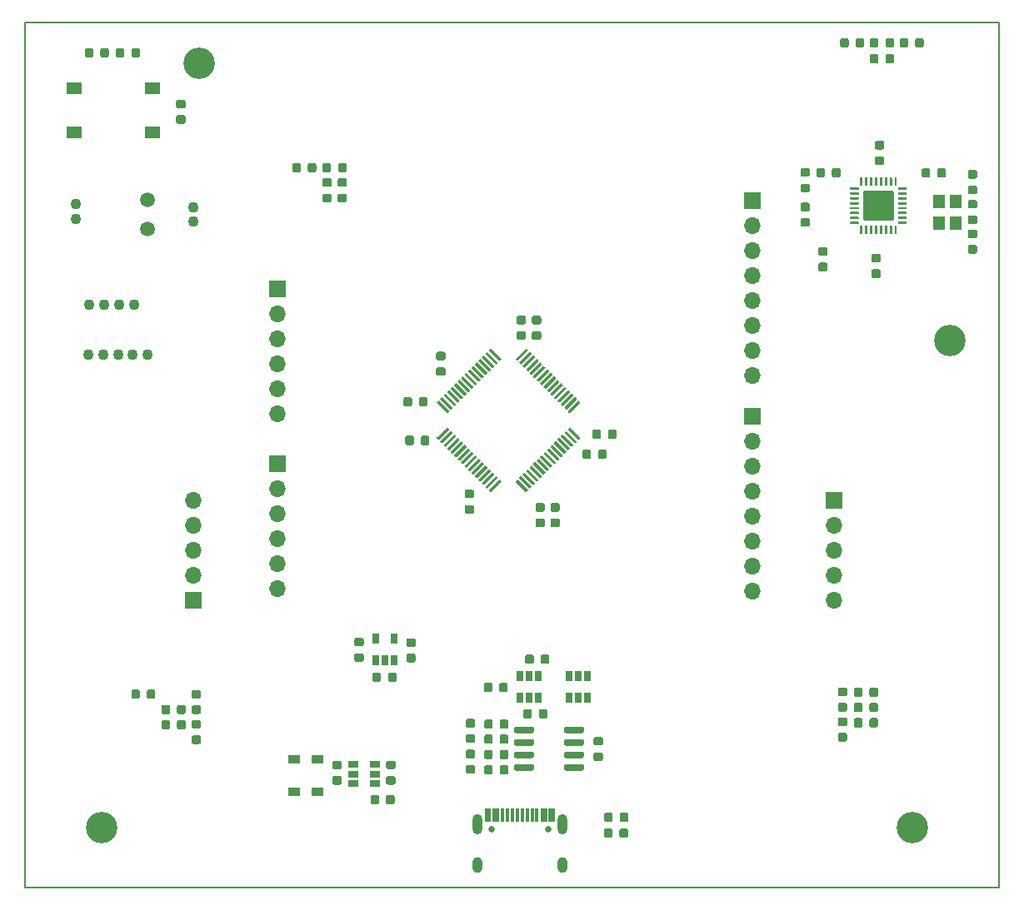
<source format=gbr>
%TF.GenerationSoftware,KiCad,Pcbnew,(5.1.0)-1*%
%TF.CreationDate,2019-07-18T10:11:44+02:00*%
%TF.ProjectId,Timelapsebuild_Control,54696d65-6c61-4707-9365-6275696c645f,rev?*%
%TF.SameCoordinates,Original*%
%TF.FileFunction,Soldermask,Top*%
%TF.FilePolarity,Negative*%
%FSLAX46Y46*%
G04 Gerber Fmt 4.6, Leading zero omitted, Abs format (unit mm)*
G04 Created by KiCad (PCBNEW (5.1.0)-1) date 2019-07-18 10:11:44*
%MOMM*%
%LPD*%
G04 APERTURE LIST*
%ADD10C,0.150000*%
%ADD11C,3.200000*%
%ADD12O,1.700000X1.700000*%
%ADD13R,1.700000X1.700000*%
%ADD14C,0.875000*%
%ADD15R,1.200000X0.900000*%
%ADD16C,3.100000*%
%ADD17C,0.250000*%
%ADD18O,1.000000X1.600000*%
%ADD19O,1.000000X2.100000*%
%ADD20C,0.650000*%
%ADD21R,0.300000X1.450000*%
%ADD22C,1.100000*%
%ADD23R,1.200000X1.400000*%
%ADD24R,0.650000X1.060000*%
%ADD25R,1.550000X1.300000*%
%ADD26C,1.500000*%
%ADD27C,0.300000*%
%ADD28R,1.060000X0.650000*%
G04 APERTURE END LIST*
D10*
X95000000Y-139500000D02*
X95000000Y-51500000D01*
X194000000Y-139500000D02*
X95000000Y-139500000D01*
X194000000Y-51500000D02*
X194000000Y-139500000D01*
X95000000Y-51500000D02*
X194000000Y-51500000D01*
D11*
X112649000Y-55651400D03*
X188950600Y-83870800D03*
X185140600Y-133400800D03*
X102768400Y-133400800D03*
D12*
X168928000Y-101703400D03*
X168928000Y-96623400D03*
X168928000Y-104243400D03*
X168928000Y-106783400D03*
X168928000Y-109323400D03*
X168928000Y-99163400D03*
X168928000Y-94083400D03*
D13*
X168928000Y-91543400D03*
D12*
X168928000Y-79793400D03*
X168928000Y-74713400D03*
X168928000Y-82333400D03*
X168928000Y-84873400D03*
X168928000Y-87413400D03*
X168928000Y-77253400D03*
X168928000Y-72173400D03*
D13*
X168928000Y-69633400D03*
D12*
X120663000Y-101513400D03*
X120663000Y-98973400D03*
D13*
X120663000Y-96433400D03*
D12*
X120663000Y-106593400D03*
X120663000Y-104053400D03*
X120663000Y-109133400D03*
X120663000Y-83683400D03*
X120663000Y-81143400D03*
D13*
X120663000Y-78603400D03*
D12*
X120663000Y-88763400D03*
X120663000Y-86223400D03*
X120663000Y-91303400D03*
X177165000Y-110266800D03*
D13*
X177165000Y-100106800D03*
D12*
X177165000Y-105186800D03*
X177165000Y-107726800D03*
X177165000Y-102646800D03*
X112115600Y-100146800D03*
D13*
X112115600Y-110306800D03*
D12*
X112115600Y-105226800D03*
X112115600Y-102686800D03*
X112115600Y-107766800D03*
D10*
G36*
X108037891Y-119363253D02*
G01*
X108059126Y-119366403D01*
X108079950Y-119371619D01*
X108100162Y-119378851D01*
X108119568Y-119388030D01*
X108137981Y-119399066D01*
X108155224Y-119411854D01*
X108171130Y-119426270D01*
X108185546Y-119442176D01*
X108198334Y-119459419D01*
X108209370Y-119477832D01*
X108218549Y-119497238D01*
X108225781Y-119517450D01*
X108230997Y-119538274D01*
X108234147Y-119559509D01*
X108235200Y-119580950D01*
X108235200Y-120093450D01*
X108234147Y-120114891D01*
X108230997Y-120136126D01*
X108225781Y-120156950D01*
X108218549Y-120177162D01*
X108209370Y-120196568D01*
X108198334Y-120214981D01*
X108185546Y-120232224D01*
X108171130Y-120248130D01*
X108155224Y-120262546D01*
X108137981Y-120275334D01*
X108119568Y-120286370D01*
X108100162Y-120295549D01*
X108079950Y-120302781D01*
X108059126Y-120307997D01*
X108037891Y-120311147D01*
X108016450Y-120312200D01*
X107578950Y-120312200D01*
X107557509Y-120311147D01*
X107536274Y-120307997D01*
X107515450Y-120302781D01*
X107495238Y-120295549D01*
X107475832Y-120286370D01*
X107457419Y-120275334D01*
X107440176Y-120262546D01*
X107424270Y-120248130D01*
X107409854Y-120232224D01*
X107397066Y-120214981D01*
X107386030Y-120196568D01*
X107376851Y-120177162D01*
X107369619Y-120156950D01*
X107364403Y-120136126D01*
X107361253Y-120114891D01*
X107360200Y-120093450D01*
X107360200Y-119580950D01*
X107361253Y-119559509D01*
X107364403Y-119538274D01*
X107369619Y-119517450D01*
X107376851Y-119497238D01*
X107386030Y-119477832D01*
X107397066Y-119459419D01*
X107409854Y-119442176D01*
X107424270Y-119426270D01*
X107440176Y-119411854D01*
X107457419Y-119399066D01*
X107475832Y-119388030D01*
X107495238Y-119378851D01*
X107515450Y-119371619D01*
X107536274Y-119366403D01*
X107557509Y-119363253D01*
X107578950Y-119362200D01*
X108016450Y-119362200D01*
X108037891Y-119363253D01*
X108037891Y-119363253D01*
G37*
D14*
X107797700Y-119837200D03*
D10*
G36*
X106462891Y-119363253D02*
G01*
X106484126Y-119366403D01*
X106504950Y-119371619D01*
X106525162Y-119378851D01*
X106544568Y-119388030D01*
X106562981Y-119399066D01*
X106580224Y-119411854D01*
X106596130Y-119426270D01*
X106610546Y-119442176D01*
X106623334Y-119459419D01*
X106634370Y-119477832D01*
X106643549Y-119497238D01*
X106650781Y-119517450D01*
X106655997Y-119538274D01*
X106659147Y-119559509D01*
X106660200Y-119580950D01*
X106660200Y-120093450D01*
X106659147Y-120114891D01*
X106655997Y-120136126D01*
X106650781Y-120156950D01*
X106643549Y-120177162D01*
X106634370Y-120196568D01*
X106623334Y-120214981D01*
X106610546Y-120232224D01*
X106596130Y-120248130D01*
X106580224Y-120262546D01*
X106562981Y-120275334D01*
X106544568Y-120286370D01*
X106525162Y-120295549D01*
X106504950Y-120302781D01*
X106484126Y-120307997D01*
X106462891Y-120311147D01*
X106441450Y-120312200D01*
X106003950Y-120312200D01*
X105982509Y-120311147D01*
X105961274Y-120307997D01*
X105940450Y-120302781D01*
X105920238Y-120295549D01*
X105900832Y-120286370D01*
X105882419Y-120275334D01*
X105865176Y-120262546D01*
X105849270Y-120248130D01*
X105834854Y-120232224D01*
X105822066Y-120214981D01*
X105811030Y-120196568D01*
X105801851Y-120177162D01*
X105794619Y-120156950D01*
X105789403Y-120136126D01*
X105786253Y-120114891D01*
X105785200Y-120093450D01*
X105785200Y-119580950D01*
X105786253Y-119559509D01*
X105789403Y-119538274D01*
X105794619Y-119517450D01*
X105801851Y-119497238D01*
X105811030Y-119477832D01*
X105822066Y-119459419D01*
X105834854Y-119442176D01*
X105849270Y-119426270D01*
X105865176Y-119411854D01*
X105882419Y-119399066D01*
X105900832Y-119388030D01*
X105920238Y-119378851D01*
X105940450Y-119371619D01*
X105961274Y-119366403D01*
X105982509Y-119363253D01*
X106003950Y-119362200D01*
X106441450Y-119362200D01*
X106462891Y-119363253D01*
X106462891Y-119363253D01*
G37*
D14*
X106222700Y-119837200D03*
D10*
G36*
X181469191Y-119160053D02*
G01*
X181490426Y-119163203D01*
X181511250Y-119168419D01*
X181531462Y-119175651D01*
X181550868Y-119184830D01*
X181569281Y-119195866D01*
X181586524Y-119208654D01*
X181602430Y-119223070D01*
X181616846Y-119238976D01*
X181629634Y-119256219D01*
X181640670Y-119274632D01*
X181649849Y-119294038D01*
X181657081Y-119314250D01*
X181662297Y-119335074D01*
X181665447Y-119356309D01*
X181666500Y-119377750D01*
X181666500Y-119890250D01*
X181665447Y-119911691D01*
X181662297Y-119932926D01*
X181657081Y-119953750D01*
X181649849Y-119973962D01*
X181640670Y-119993368D01*
X181629634Y-120011781D01*
X181616846Y-120029024D01*
X181602430Y-120044930D01*
X181586524Y-120059346D01*
X181569281Y-120072134D01*
X181550868Y-120083170D01*
X181531462Y-120092349D01*
X181511250Y-120099581D01*
X181490426Y-120104797D01*
X181469191Y-120107947D01*
X181447750Y-120109000D01*
X181010250Y-120109000D01*
X180988809Y-120107947D01*
X180967574Y-120104797D01*
X180946750Y-120099581D01*
X180926538Y-120092349D01*
X180907132Y-120083170D01*
X180888719Y-120072134D01*
X180871476Y-120059346D01*
X180855570Y-120044930D01*
X180841154Y-120029024D01*
X180828366Y-120011781D01*
X180817330Y-119993368D01*
X180808151Y-119973962D01*
X180800919Y-119953750D01*
X180795703Y-119932926D01*
X180792553Y-119911691D01*
X180791500Y-119890250D01*
X180791500Y-119377750D01*
X180792553Y-119356309D01*
X180795703Y-119335074D01*
X180800919Y-119314250D01*
X180808151Y-119294038D01*
X180817330Y-119274632D01*
X180828366Y-119256219D01*
X180841154Y-119238976D01*
X180855570Y-119223070D01*
X180871476Y-119208654D01*
X180888719Y-119195866D01*
X180907132Y-119184830D01*
X180926538Y-119175651D01*
X180946750Y-119168419D01*
X180967574Y-119163203D01*
X180988809Y-119160053D01*
X181010250Y-119159000D01*
X181447750Y-119159000D01*
X181469191Y-119160053D01*
X181469191Y-119160053D01*
G37*
D14*
X181229000Y-119634000D03*
D10*
G36*
X179894191Y-119160053D02*
G01*
X179915426Y-119163203D01*
X179936250Y-119168419D01*
X179956462Y-119175651D01*
X179975868Y-119184830D01*
X179994281Y-119195866D01*
X180011524Y-119208654D01*
X180027430Y-119223070D01*
X180041846Y-119238976D01*
X180054634Y-119256219D01*
X180065670Y-119274632D01*
X180074849Y-119294038D01*
X180082081Y-119314250D01*
X180087297Y-119335074D01*
X180090447Y-119356309D01*
X180091500Y-119377750D01*
X180091500Y-119890250D01*
X180090447Y-119911691D01*
X180087297Y-119932926D01*
X180082081Y-119953750D01*
X180074849Y-119973962D01*
X180065670Y-119993368D01*
X180054634Y-120011781D01*
X180041846Y-120029024D01*
X180027430Y-120044930D01*
X180011524Y-120059346D01*
X179994281Y-120072134D01*
X179975868Y-120083170D01*
X179956462Y-120092349D01*
X179936250Y-120099581D01*
X179915426Y-120104797D01*
X179894191Y-120107947D01*
X179872750Y-120109000D01*
X179435250Y-120109000D01*
X179413809Y-120107947D01*
X179392574Y-120104797D01*
X179371750Y-120099581D01*
X179351538Y-120092349D01*
X179332132Y-120083170D01*
X179313719Y-120072134D01*
X179296476Y-120059346D01*
X179280570Y-120044930D01*
X179266154Y-120029024D01*
X179253366Y-120011781D01*
X179242330Y-119993368D01*
X179233151Y-119973962D01*
X179225919Y-119953750D01*
X179220703Y-119932926D01*
X179217553Y-119911691D01*
X179216500Y-119890250D01*
X179216500Y-119377750D01*
X179217553Y-119356309D01*
X179220703Y-119335074D01*
X179225919Y-119314250D01*
X179233151Y-119294038D01*
X179242330Y-119274632D01*
X179253366Y-119256219D01*
X179266154Y-119238976D01*
X179280570Y-119223070D01*
X179296476Y-119208654D01*
X179313719Y-119195866D01*
X179332132Y-119184830D01*
X179351538Y-119175651D01*
X179371750Y-119168419D01*
X179392574Y-119163203D01*
X179413809Y-119160053D01*
X179435250Y-119159000D01*
X179872750Y-119159000D01*
X179894191Y-119160053D01*
X179894191Y-119160053D01*
G37*
D14*
X179654000Y-119634000D03*
D10*
G36*
X112672691Y-124023653D02*
G01*
X112693926Y-124026803D01*
X112714750Y-124032019D01*
X112734962Y-124039251D01*
X112754368Y-124048430D01*
X112772781Y-124059466D01*
X112790024Y-124072254D01*
X112805930Y-124086670D01*
X112820346Y-124102576D01*
X112833134Y-124119819D01*
X112844170Y-124138232D01*
X112853349Y-124157638D01*
X112860581Y-124177850D01*
X112865797Y-124198674D01*
X112868947Y-124219909D01*
X112870000Y-124241350D01*
X112870000Y-124678850D01*
X112868947Y-124700291D01*
X112865797Y-124721526D01*
X112860581Y-124742350D01*
X112853349Y-124762562D01*
X112844170Y-124781968D01*
X112833134Y-124800381D01*
X112820346Y-124817624D01*
X112805930Y-124833530D01*
X112790024Y-124847946D01*
X112772781Y-124860734D01*
X112754368Y-124871770D01*
X112734962Y-124880949D01*
X112714750Y-124888181D01*
X112693926Y-124893397D01*
X112672691Y-124896547D01*
X112651250Y-124897600D01*
X112138750Y-124897600D01*
X112117309Y-124896547D01*
X112096074Y-124893397D01*
X112075250Y-124888181D01*
X112055038Y-124880949D01*
X112035632Y-124871770D01*
X112017219Y-124860734D01*
X111999976Y-124847946D01*
X111984070Y-124833530D01*
X111969654Y-124817624D01*
X111956866Y-124800381D01*
X111945830Y-124781968D01*
X111936651Y-124762562D01*
X111929419Y-124742350D01*
X111924203Y-124721526D01*
X111921053Y-124700291D01*
X111920000Y-124678850D01*
X111920000Y-124241350D01*
X111921053Y-124219909D01*
X111924203Y-124198674D01*
X111929419Y-124177850D01*
X111936651Y-124157638D01*
X111945830Y-124138232D01*
X111956866Y-124119819D01*
X111969654Y-124102576D01*
X111984070Y-124086670D01*
X111999976Y-124072254D01*
X112017219Y-124059466D01*
X112035632Y-124048430D01*
X112055038Y-124039251D01*
X112075250Y-124032019D01*
X112096074Y-124026803D01*
X112117309Y-124023653D01*
X112138750Y-124022600D01*
X112651250Y-124022600D01*
X112672691Y-124023653D01*
X112672691Y-124023653D01*
G37*
D14*
X112395000Y-124460100D03*
D10*
G36*
X112672691Y-122448653D02*
G01*
X112693926Y-122451803D01*
X112714750Y-122457019D01*
X112734962Y-122464251D01*
X112754368Y-122473430D01*
X112772781Y-122484466D01*
X112790024Y-122497254D01*
X112805930Y-122511670D01*
X112820346Y-122527576D01*
X112833134Y-122544819D01*
X112844170Y-122563232D01*
X112853349Y-122582638D01*
X112860581Y-122602850D01*
X112865797Y-122623674D01*
X112868947Y-122644909D01*
X112870000Y-122666350D01*
X112870000Y-123103850D01*
X112868947Y-123125291D01*
X112865797Y-123146526D01*
X112860581Y-123167350D01*
X112853349Y-123187562D01*
X112844170Y-123206968D01*
X112833134Y-123225381D01*
X112820346Y-123242624D01*
X112805930Y-123258530D01*
X112790024Y-123272946D01*
X112772781Y-123285734D01*
X112754368Y-123296770D01*
X112734962Y-123305949D01*
X112714750Y-123313181D01*
X112693926Y-123318397D01*
X112672691Y-123321547D01*
X112651250Y-123322600D01*
X112138750Y-123322600D01*
X112117309Y-123321547D01*
X112096074Y-123318397D01*
X112075250Y-123313181D01*
X112055038Y-123305949D01*
X112035632Y-123296770D01*
X112017219Y-123285734D01*
X111999976Y-123272946D01*
X111984070Y-123258530D01*
X111969654Y-123242624D01*
X111956866Y-123225381D01*
X111945830Y-123206968D01*
X111936651Y-123187562D01*
X111929419Y-123167350D01*
X111924203Y-123146526D01*
X111921053Y-123125291D01*
X111920000Y-123103850D01*
X111920000Y-122666350D01*
X111921053Y-122644909D01*
X111924203Y-122623674D01*
X111929419Y-122602850D01*
X111936651Y-122582638D01*
X111945830Y-122563232D01*
X111956866Y-122544819D01*
X111969654Y-122527576D01*
X111984070Y-122511670D01*
X111999976Y-122497254D01*
X112017219Y-122484466D01*
X112035632Y-122473430D01*
X112055038Y-122464251D01*
X112075250Y-122457019D01*
X112096074Y-122451803D01*
X112117309Y-122448653D01*
X112138750Y-122447600D01*
X112651250Y-122447600D01*
X112672691Y-122448653D01*
X112672691Y-122448653D01*
G37*
D14*
X112395000Y-122885100D03*
D10*
G36*
X178331691Y-119146653D02*
G01*
X178352926Y-119149803D01*
X178373750Y-119155019D01*
X178393962Y-119162251D01*
X178413368Y-119171430D01*
X178431781Y-119182466D01*
X178449024Y-119195254D01*
X178464930Y-119209670D01*
X178479346Y-119225576D01*
X178492134Y-119242819D01*
X178503170Y-119261232D01*
X178512349Y-119280638D01*
X178519581Y-119300850D01*
X178524797Y-119321674D01*
X178527947Y-119342909D01*
X178529000Y-119364350D01*
X178529000Y-119801850D01*
X178527947Y-119823291D01*
X178524797Y-119844526D01*
X178519581Y-119865350D01*
X178512349Y-119885562D01*
X178503170Y-119904968D01*
X178492134Y-119923381D01*
X178479346Y-119940624D01*
X178464930Y-119956530D01*
X178449024Y-119970946D01*
X178431781Y-119983734D01*
X178413368Y-119994770D01*
X178393962Y-120003949D01*
X178373750Y-120011181D01*
X178352926Y-120016397D01*
X178331691Y-120019547D01*
X178310250Y-120020600D01*
X177797750Y-120020600D01*
X177776309Y-120019547D01*
X177755074Y-120016397D01*
X177734250Y-120011181D01*
X177714038Y-120003949D01*
X177694632Y-119994770D01*
X177676219Y-119983734D01*
X177658976Y-119970946D01*
X177643070Y-119956530D01*
X177628654Y-119940624D01*
X177615866Y-119923381D01*
X177604830Y-119904968D01*
X177595651Y-119885562D01*
X177588419Y-119865350D01*
X177583203Y-119844526D01*
X177580053Y-119823291D01*
X177579000Y-119801850D01*
X177579000Y-119364350D01*
X177580053Y-119342909D01*
X177583203Y-119321674D01*
X177588419Y-119300850D01*
X177595651Y-119280638D01*
X177604830Y-119261232D01*
X177615866Y-119242819D01*
X177628654Y-119225576D01*
X177643070Y-119209670D01*
X177658976Y-119195254D01*
X177676219Y-119182466D01*
X177694632Y-119171430D01*
X177714038Y-119162251D01*
X177734250Y-119155019D01*
X177755074Y-119149803D01*
X177776309Y-119146653D01*
X177797750Y-119145600D01*
X178310250Y-119145600D01*
X178331691Y-119146653D01*
X178331691Y-119146653D01*
G37*
D14*
X178054000Y-119583100D03*
D10*
G36*
X178331691Y-120721653D02*
G01*
X178352926Y-120724803D01*
X178373750Y-120730019D01*
X178393962Y-120737251D01*
X178413368Y-120746430D01*
X178431781Y-120757466D01*
X178449024Y-120770254D01*
X178464930Y-120784670D01*
X178479346Y-120800576D01*
X178492134Y-120817819D01*
X178503170Y-120836232D01*
X178512349Y-120855638D01*
X178519581Y-120875850D01*
X178524797Y-120896674D01*
X178527947Y-120917909D01*
X178529000Y-120939350D01*
X178529000Y-121376850D01*
X178527947Y-121398291D01*
X178524797Y-121419526D01*
X178519581Y-121440350D01*
X178512349Y-121460562D01*
X178503170Y-121479968D01*
X178492134Y-121498381D01*
X178479346Y-121515624D01*
X178464930Y-121531530D01*
X178449024Y-121545946D01*
X178431781Y-121558734D01*
X178413368Y-121569770D01*
X178393962Y-121578949D01*
X178373750Y-121586181D01*
X178352926Y-121591397D01*
X178331691Y-121594547D01*
X178310250Y-121595600D01*
X177797750Y-121595600D01*
X177776309Y-121594547D01*
X177755074Y-121591397D01*
X177734250Y-121586181D01*
X177714038Y-121578949D01*
X177694632Y-121569770D01*
X177676219Y-121558734D01*
X177658976Y-121545946D01*
X177643070Y-121531530D01*
X177628654Y-121515624D01*
X177615866Y-121498381D01*
X177604830Y-121479968D01*
X177595651Y-121460562D01*
X177588419Y-121440350D01*
X177583203Y-121419526D01*
X177580053Y-121398291D01*
X177579000Y-121376850D01*
X177579000Y-120939350D01*
X177580053Y-120917909D01*
X177583203Y-120896674D01*
X177588419Y-120875850D01*
X177595651Y-120855638D01*
X177604830Y-120836232D01*
X177615866Y-120817819D01*
X177628654Y-120800576D01*
X177643070Y-120784670D01*
X177658976Y-120770254D01*
X177676219Y-120757466D01*
X177694632Y-120746430D01*
X177714038Y-120737251D01*
X177734250Y-120730019D01*
X177755074Y-120724803D01*
X177776309Y-120721653D01*
X177797750Y-120720600D01*
X178310250Y-120720600D01*
X178331691Y-120721653D01*
X178331691Y-120721653D01*
G37*
D14*
X178054000Y-121158100D03*
D10*
G36*
X112672691Y-120975653D02*
G01*
X112693926Y-120978803D01*
X112714750Y-120984019D01*
X112734962Y-120991251D01*
X112754368Y-121000430D01*
X112772781Y-121011466D01*
X112790024Y-121024254D01*
X112805930Y-121038670D01*
X112820346Y-121054576D01*
X112833134Y-121071819D01*
X112844170Y-121090232D01*
X112853349Y-121109638D01*
X112860581Y-121129850D01*
X112865797Y-121150674D01*
X112868947Y-121171909D01*
X112870000Y-121193350D01*
X112870000Y-121630850D01*
X112868947Y-121652291D01*
X112865797Y-121673526D01*
X112860581Y-121694350D01*
X112853349Y-121714562D01*
X112844170Y-121733968D01*
X112833134Y-121752381D01*
X112820346Y-121769624D01*
X112805930Y-121785530D01*
X112790024Y-121799946D01*
X112772781Y-121812734D01*
X112754368Y-121823770D01*
X112734962Y-121832949D01*
X112714750Y-121840181D01*
X112693926Y-121845397D01*
X112672691Y-121848547D01*
X112651250Y-121849600D01*
X112138750Y-121849600D01*
X112117309Y-121848547D01*
X112096074Y-121845397D01*
X112075250Y-121840181D01*
X112055038Y-121832949D01*
X112035632Y-121823770D01*
X112017219Y-121812734D01*
X111999976Y-121799946D01*
X111984070Y-121785530D01*
X111969654Y-121769624D01*
X111956866Y-121752381D01*
X111945830Y-121733968D01*
X111936651Y-121714562D01*
X111929419Y-121694350D01*
X111924203Y-121673526D01*
X111921053Y-121652291D01*
X111920000Y-121630850D01*
X111920000Y-121193350D01*
X111921053Y-121171909D01*
X111924203Y-121150674D01*
X111929419Y-121129850D01*
X111936651Y-121109638D01*
X111945830Y-121090232D01*
X111956866Y-121071819D01*
X111969654Y-121054576D01*
X111984070Y-121038670D01*
X111999976Y-121024254D01*
X112017219Y-121011466D01*
X112035632Y-121000430D01*
X112055038Y-120991251D01*
X112075250Y-120984019D01*
X112096074Y-120978803D01*
X112117309Y-120975653D01*
X112138750Y-120974600D01*
X112651250Y-120974600D01*
X112672691Y-120975653D01*
X112672691Y-120975653D01*
G37*
D14*
X112395000Y-121412100D03*
D10*
G36*
X112672691Y-119400653D02*
G01*
X112693926Y-119403803D01*
X112714750Y-119409019D01*
X112734962Y-119416251D01*
X112754368Y-119425430D01*
X112772781Y-119436466D01*
X112790024Y-119449254D01*
X112805930Y-119463670D01*
X112820346Y-119479576D01*
X112833134Y-119496819D01*
X112844170Y-119515232D01*
X112853349Y-119534638D01*
X112860581Y-119554850D01*
X112865797Y-119575674D01*
X112868947Y-119596909D01*
X112870000Y-119618350D01*
X112870000Y-120055850D01*
X112868947Y-120077291D01*
X112865797Y-120098526D01*
X112860581Y-120119350D01*
X112853349Y-120139562D01*
X112844170Y-120158968D01*
X112833134Y-120177381D01*
X112820346Y-120194624D01*
X112805930Y-120210530D01*
X112790024Y-120224946D01*
X112772781Y-120237734D01*
X112754368Y-120248770D01*
X112734962Y-120257949D01*
X112714750Y-120265181D01*
X112693926Y-120270397D01*
X112672691Y-120273547D01*
X112651250Y-120274600D01*
X112138750Y-120274600D01*
X112117309Y-120273547D01*
X112096074Y-120270397D01*
X112075250Y-120265181D01*
X112055038Y-120257949D01*
X112035632Y-120248770D01*
X112017219Y-120237734D01*
X111999976Y-120224946D01*
X111984070Y-120210530D01*
X111969654Y-120194624D01*
X111956866Y-120177381D01*
X111945830Y-120158968D01*
X111936651Y-120139562D01*
X111929419Y-120119350D01*
X111924203Y-120098526D01*
X111921053Y-120077291D01*
X111920000Y-120055850D01*
X111920000Y-119618350D01*
X111921053Y-119596909D01*
X111924203Y-119575674D01*
X111929419Y-119554850D01*
X111936651Y-119534638D01*
X111945830Y-119515232D01*
X111956866Y-119496819D01*
X111969654Y-119479576D01*
X111984070Y-119463670D01*
X111999976Y-119449254D01*
X112017219Y-119436466D01*
X112035632Y-119425430D01*
X112055038Y-119416251D01*
X112075250Y-119409019D01*
X112096074Y-119403803D01*
X112117309Y-119400653D01*
X112138750Y-119399600D01*
X112651250Y-119399600D01*
X112672691Y-119400653D01*
X112672691Y-119400653D01*
G37*
D14*
X112395000Y-119837100D03*
D10*
G36*
X178331691Y-122194653D02*
G01*
X178352926Y-122197803D01*
X178373750Y-122203019D01*
X178393962Y-122210251D01*
X178413368Y-122219430D01*
X178431781Y-122230466D01*
X178449024Y-122243254D01*
X178464930Y-122257670D01*
X178479346Y-122273576D01*
X178492134Y-122290819D01*
X178503170Y-122309232D01*
X178512349Y-122328638D01*
X178519581Y-122348850D01*
X178524797Y-122369674D01*
X178527947Y-122390909D01*
X178529000Y-122412350D01*
X178529000Y-122849850D01*
X178527947Y-122871291D01*
X178524797Y-122892526D01*
X178519581Y-122913350D01*
X178512349Y-122933562D01*
X178503170Y-122952968D01*
X178492134Y-122971381D01*
X178479346Y-122988624D01*
X178464930Y-123004530D01*
X178449024Y-123018946D01*
X178431781Y-123031734D01*
X178413368Y-123042770D01*
X178393962Y-123051949D01*
X178373750Y-123059181D01*
X178352926Y-123064397D01*
X178331691Y-123067547D01*
X178310250Y-123068600D01*
X177797750Y-123068600D01*
X177776309Y-123067547D01*
X177755074Y-123064397D01*
X177734250Y-123059181D01*
X177714038Y-123051949D01*
X177694632Y-123042770D01*
X177676219Y-123031734D01*
X177658976Y-123018946D01*
X177643070Y-123004530D01*
X177628654Y-122988624D01*
X177615866Y-122971381D01*
X177604830Y-122952968D01*
X177595651Y-122933562D01*
X177588419Y-122913350D01*
X177583203Y-122892526D01*
X177580053Y-122871291D01*
X177579000Y-122849850D01*
X177579000Y-122412350D01*
X177580053Y-122390909D01*
X177583203Y-122369674D01*
X177588419Y-122348850D01*
X177595651Y-122328638D01*
X177604830Y-122309232D01*
X177615866Y-122290819D01*
X177628654Y-122273576D01*
X177643070Y-122257670D01*
X177658976Y-122243254D01*
X177676219Y-122230466D01*
X177694632Y-122219430D01*
X177714038Y-122210251D01*
X177734250Y-122203019D01*
X177755074Y-122197803D01*
X177776309Y-122194653D01*
X177797750Y-122193600D01*
X178310250Y-122193600D01*
X178331691Y-122194653D01*
X178331691Y-122194653D01*
G37*
D14*
X178054000Y-122631100D03*
D10*
G36*
X178331691Y-123769653D02*
G01*
X178352926Y-123772803D01*
X178373750Y-123778019D01*
X178393962Y-123785251D01*
X178413368Y-123794430D01*
X178431781Y-123805466D01*
X178449024Y-123818254D01*
X178464930Y-123832670D01*
X178479346Y-123848576D01*
X178492134Y-123865819D01*
X178503170Y-123884232D01*
X178512349Y-123903638D01*
X178519581Y-123923850D01*
X178524797Y-123944674D01*
X178527947Y-123965909D01*
X178529000Y-123987350D01*
X178529000Y-124424850D01*
X178527947Y-124446291D01*
X178524797Y-124467526D01*
X178519581Y-124488350D01*
X178512349Y-124508562D01*
X178503170Y-124527968D01*
X178492134Y-124546381D01*
X178479346Y-124563624D01*
X178464930Y-124579530D01*
X178449024Y-124593946D01*
X178431781Y-124606734D01*
X178413368Y-124617770D01*
X178393962Y-124626949D01*
X178373750Y-124634181D01*
X178352926Y-124639397D01*
X178331691Y-124642547D01*
X178310250Y-124643600D01*
X177797750Y-124643600D01*
X177776309Y-124642547D01*
X177755074Y-124639397D01*
X177734250Y-124634181D01*
X177714038Y-124626949D01*
X177694632Y-124617770D01*
X177676219Y-124606734D01*
X177658976Y-124593946D01*
X177643070Y-124579530D01*
X177628654Y-124563624D01*
X177615866Y-124546381D01*
X177604830Y-124527968D01*
X177595651Y-124508562D01*
X177588419Y-124488350D01*
X177583203Y-124467526D01*
X177580053Y-124446291D01*
X177579000Y-124424850D01*
X177579000Y-123987350D01*
X177580053Y-123965909D01*
X177583203Y-123944674D01*
X177588419Y-123923850D01*
X177595651Y-123903638D01*
X177604830Y-123884232D01*
X177615866Y-123865819D01*
X177628654Y-123848576D01*
X177643070Y-123832670D01*
X177658976Y-123818254D01*
X177676219Y-123805466D01*
X177694632Y-123794430D01*
X177714038Y-123785251D01*
X177734250Y-123778019D01*
X177755074Y-123772803D01*
X177776309Y-123769653D01*
X177797750Y-123768600D01*
X178310250Y-123768600D01*
X178331691Y-123769653D01*
X178331691Y-123769653D01*
G37*
D14*
X178054000Y-124206100D03*
D10*
G36*
X111097891Y-59380453D02*
G01*
X111119126Y-59383603D01*
X111139950Y-59388819D01*
X111160162Y-59396051D01*
X111179568Y-59405230D01*
X111197981Y-59416266D01*
X111215224Y-59429054D01*
X111231130Y-59443470D01*
X111245546Y-59459376D01*
X111258334Y-59476619D01*
X111269370Y-59495032D01*
X111278549Y-59514438D01*
X111285781Y-59534650D01*
X111290997Y-59555474D01*
X111294147Y-59576709D01*
X111295200Y-59598150D01*
X111295200Y-60035650D01*
X111294147Y-60057091D01*
X111290997Y-60078326D01*
X111285781Y-60099150D01*
X111278549Y-60119362D01*
X111269370Y-60138768D01*
X111258334Y-60157181D01*
X111245546Y-60174424D01*
X111231130Y-60190330D01*
X111215224Y-60204746D01*
X111197981Y-60217534D01*
X111179568Y-60228570D01*
X111160162Y-60237749D01*
X111139950Y-60244981D01*
X111119126Y-60250197D01*
X111097891Y-60253347D01*
X111076450Y-60254400D01*
X110563950Y-60254400D01*
X110542509Y-60253347D01*
X110521274Y-60250197D01*
X110500450Y-60244981D01*
X110480238Y-60237749D01*
X110460832Y-60228570D01*
X110442419Y-60217534D01*
X110425176Y-60204746D01*
X110409270Y-60190330D01*
X110394854Y-60174424D01*
X110382066Y-60157181D01*
X110371030Y-60138768D01*
X110361851Y-60119362D01*
X110354619Y-60099150D01*
X110349403Y-60078326D01*
X110346253Y-60057091D01*
X110345200Y-60035650D01*
X110345200Y-59598150D01*
X110346253Y-59576709D01*
X110349403Y-59555474D01*
X110354619Y-59534650D01*
X110361851Y-59514438D01*
X110371030Y-59495032D01*
X110382066Y-59476619D01*
X110394854Y-59459376D01*
X110409270Y-59443470D01*
X110425176Y-59429054D01*
X110442419Y-59416266D01*
X110460832Y-59405230D01*
X110480238Y-59396051D01*
X110500450Y-59388819D01*
X110521274Y-59383603D01*
X110542509Y-59380453D01*
X110563950Y-59379400D01*
X111076450Y-59379400D01*
X111097891Y-59380453D01*
X111097891Y-59380453D01*
G37*
D14*
X110820200Y-59816900D03*
D10*
G36*
X111097891Y-60955453D02*
G01*
X111119126Y-60958603D01*
X111139950Y-60963819D01*
X111160162Y-60971051D01*
X111179568Y-60980230D01*
X111197981Y-60991266D01*
X111215224Y-61004054D01*
X111231130Y-61018470D01*
X111245546Y-61034376D01*
X111258334Y-61051619D01*
X111269370Y-61070032D01*
X111278549Y-61089438D01*
X111285781Y-61109650D01*
X111290997Y-61130474D01*
X111294147Y-61151709D01*
X111295200Y-61173150D01*
X111295200Y-61610650D01*
X111294147Y-61632091D01*
X111290997Y-61653326D01*
X111285781Y-61674150D01*
X111278549Y-61694362D01*
X111269370Y-61713768D01*
X111258334Y-61732181D01*
X111245546Y-61749424D01*
X111231130Y-61765330D01*
X111215224Y-61779746D01*
X111197981Y-61792534D01*
X111179568Y-61803570D01*
X111160162Y-61812749D01*
X111139950Y-61819981D01*
X111119126Y-61825197D01*
X111097891Y-61828347D01*
X111076450Y-61829400D01*
X110563950Y-61829400D01*
X110542509Y-61828347D01*
X110521274Y-61825197D01*
X110500450Y-61819981D01*
X110480238Y-61812749D01*
X110460832Y-61803570D01*
X110442419Y-61792534D01*
X110425176Y-61779746D01*
X110409270Y-61765330D01*
X110394854Y-61749424D01*
X110382066Y-61732181D01*
X110371030Y-61713768D01*
X110361851Y-61694362D01*
X110354619Y-61674150D01*
X110349403Y-61653326D01*
X110346253Y-61632091D01*
X110345200Y-61610650D01*
X110345200Y-61173150D01*
X110346253Y-61151709D01*
X110349403Y-61130474D01*
X110354619Y-61109650D01*
X110361851Y-61089438D01*
X110371030Y-61070032D01*
X110382066Y-61051619D01*
X110394854Y-61034376D01*
X110409270Y-61018470D01*
X110425176Y-61004054D01*
X110442419Y-60991266D01*
X110460832Y-60980230D01*
X110480238Y-60971051D01*
X110500450Y-60963819D01*
X110521274Y-60958603D01*
X110542509Y-60955453D01*
X110563950Y-60954400D01*
X111076450Y-60954400D01*
X111097891Y-60955453D01*
X111097891Y-60955453D01*
G37*
D14*
X110820200Y-61391900D03*
D10*
G36*
X153884891Y-94953853D02*
G01*
X153906126Y-94957003D01*
X153926950Y-94962219D01*
X153947162Y-94969451D01*
X153966568Y-94978630D01*
X153984981Y-94989666D01*
X154002224Y-95002454D01*
X154018130Y-95016870D01*
X154032546Y-95032776D01*
X154045334Y-95050019D01*
X154056370Y-95068432D01*
X154065549Y-95087838D01*
X154072781Y-95108050D01*
X154077997Y-95128874D01*
X154081147Y-95150109D01*
X154082200Y-95171550D01*
X154082200Y-95684050D01*
X154081147Y-95705491D01*
X154077997Y-95726726D01*
X154072781Y-95747550D01*
X154065549Y-95767762D01*
X154056370Y-95787168D01*
X154045334Y-95805581D01*
X154032546Y-95822824D01*
X154018130Y-95838730D01*
X154002224Y-95853146D01*
X153984981Y-95865934D01*
X153966568Y-95876970D01*
X153947162Y-95886149D01*
X153926950Y-95893381D01*
X153906126Y-95898597D01*
X153884891Y-95901747D01*
X153863450Y-95902800D01*
X153425950Y-95902800D01*
X153404509Y-95901747D01*
X153383274Y-95898597D01*
X153362450Y-95893381D01*
X153342238Y-95886149D01*
X153322832Y-95876970D01*
X153304419Y-95865934D01*
X153287176Y-95853146D01*
X153271270Y-95838730D01*
X153256854Y-95822824D01*
X153244066Y-95805581D01*
X153233030Y-95787168D01*
X153223851Y-95767762D01*
X153216619Y-95747550D01*
X153211403Y-95726726D01*
X153208253Y-95705491D01*
X153207200Y-95684050D01*
X153207200Y-95171550D01*
X153208253Y-95150109D01*
X153211403Y-95128874D01*
X153216619Y-95108050D01*
X153223851Y-95087838D01*
X153233030Y-95068432D01*
X153244066Y-95050019D01*
X153256854Y-95032776D01*
X153271270Y-95016870D01*
X153287176Y-95002454D01*
X153304419Y-94989666D01*
X153322832Y-94978630D01*
X153342238Y-94969451D01*
X153362450Y-94962219D01*
X153383274Y-94957003D01*
X153404509Y-94953853D01*
X153425950Y-94952800D01*
X153863450Y-94952800D01*
X153884891Y-94953853D01*
X153884891Y-94953853D01*
G37*
D14*
X153644700Y-95427800D03*
D10*
G36*
X152309891Y-94953853D02*
G01*
X152331126Y-94957003D01*
X152351950Y-94962219D01*
X152372162Y-94969451D01*
X152391568Y-94978630D01*
X152409981Y-94989666D01*
X152427224Y-95002454D01*
X152443130Y-95016870D01*
X152457546Y-95032776D01*
X152470334Y-95050019D01*
X152481370Y-95068432D01*
X152490549Y-95087838D01*
X152497781Y-95108050D01*
X152502997Y-95128874D01*
X152506147Y-95150109D01*
X152507200Y-95171550D01*
X152507200Y-95684050D01*
X152506147Y-95705491D01*
X152502997Y-95726726D01*
X152497781Y-95747550D01*
X152490549Y-95767762D01*
X152481370Y-95787168D01*
X152470334Y-95805581D01*
X152457546Y-95822824D01*
X152443130Y-95838730D01*
X152427224Y-95853146D01*
X152409981Y-95865934D01*
X152391568Y-95876970D01*
X152372162Y-95886149D01*
X152351950Y-95893381D01*
X152331126Y-95898597D01*
X152309891Y-95901747D01*
X152288450Y-95902800D01*
X151850950Y-95902800D01*
X151829509Y-95901747D01*
X151808274Y-95898597D01*
X151787450Y-95893381D01*
X151767238Y-95886149D01*
X151747832Y-95876970D01*
X151729419Y-95865934D01*
X151712176Y-95853146D01*
X151696270Y-95838730D01*
X151681854Y-95822824D01*
X151669066Y-95805581D01*
X151658030Y-95787168D01*
X151648851Y-95767762D01*
X151641619Y-95747550D01*
X151636403Y-95726726D01*
X151633253Y-95705491D01*
X151632200Y-95684050D01*
X151632200Y-95171550D01*
X151633253Y-95150109D01*
X151636403Y-95128874D01*
X151641619Y-95108050D01*
X151648851Y-95087838D01*
X151658030Y-95068432D01*
X151669066Y-95050019D01*
X151681854Y-95032776D01*
X151696270Y-95016870D01*
X151712176Y-95002454D01*
X151729419Y-94989666D01*
X151747832Y-94978630D01*
X151767238Y-94969451D01*
X151787450Y-94962219D01*
X151808274Y-94957003D01*
X151829509Y-94953853D01*
X151850950Y-94952800D01*
X152288450Y-94952800D01*
X152309891Y-94953853D01*
X152309891Y-94953853D01*
G37*
D14*
X152069700Y-95427800D03*
D10*
G36*
X147242091Y-82926453D02*
G01*
X147263326Y-82929603D01*
X147284150Y-82934819D01*
X147304362Y-82942051D01*
X147323768Y-82951230D01*
X147342181Y-82962266D01*
X147359424Y-82975054D01*
X147375330Y-82989470D01*
X147389746Y-83005376D01*
X147402534Y-83022619D01*
X147413570Y-83041032D01*
X147422749Y-83060438D01*
X147429981Y-83080650D01*
X147435197Y-83101474D01*
X147438347Y-83122709D01*
X147439400Y-83144150D01*
X147439400Y-83581650D01*
X147438347Y-83603091D01*
X147435197Y-83624326D01*
X147429981Y-83645150D01*
X147422749Y-83665362D01*
X147413570Y-83684768D01*
X147402534Y-83703181D01*
X147389746Y-83720424D01*
X147375330Y-83736330D01*
X147359424Y-83750746D01*
X147342181Y-83763534D01*
X147323768Y-83774570D01*
X147304362Y-83783749D01*
X147284150Y-83790981D01*
X147263326Y-83796197D01*
X147242091Y-83799347D01*
X147220650Y-83800400D01*
X146708150Y-83800400D01*
X146686709Y-83799347D01*
X146665474Y-83796197D01*
X146644650Y-83790981D01*
X146624438Y-83783749D01*
X146605032Y-83774570D01*
X146586619Y-83763534D01*
X146569376Y-83750746D01*
X146553470Y-83736330D01*
X146539054Y-83720424D01*
X146526266Y-83703181D01*
X146515230Y-83684768D01*
X146506051Y-83665362D01*
X146498819Y-83645150D01*
X146493603Y-83624326D01*
X146490453Y-83603091D01*
X146489400Y-83581650D01*
X146489400Y-83144150D01*
X146490453Y-83122709D01*
X146493603Y-83101474D01*
X146498819Y-83080650D01*
X146506051Y-83060438D01*
X146515230Y-83041032D01*
X146526266Y-83022619D01*
X146539054Y-83005376D01*
X146553470Y-82989470D01*
X146569376Y-82975054D01*
X146586619Y-82962266D01*
X146605032Y-82951230D01*
X146624438Y-82942051D01*
X146644650Y-82934819D01*
X146665474Y-82929603D01*
X146686709Y-82926453D01*
X146708150Y-82925400D01*
X147220650Y-82925400D01*
X147242091Y-82926453D01*
X147242091Y-82926453D01*
G37*
D14*
X146964400Y-83362900D03*
D10*
G36*
X147242091Y-81351453D02*
G01*
X147263326Y-81354603D01*
X147284150Y-81359819D01*
X147304362Y-81367051D01*
X147323768Y-81376230D01*
X147342181Y-81387266D01*
X147359424Y-81400054D01*
X147375330Y-81414470D01*
X147389746Y-81430376D01*
X147402534Y-81447619D01*
X147413570Y-81466032D01*
X147422749Y-81485438D01*
X147429981Y-81505650D01*
X147435197Y-81526474D01*
X147438347Y-81547709D01*
X147439400Y-81569150D01*
X147439400Y-82006650D01*
X147438347Y-82028091D01*
X147435197Y-82049326D01*
X147429981Y-82070150D01*
X147422749Y-82090362D01*
X147413570Y-82109768D01*
X147402534Y-82128181D01*
X147389746Y-82145424D01*
X147375330Y-82161330D01*
X147359424Y-82175746D01*
X147342181Y-82188534D01*
X147323768Y-82199570D01*
X147304362Y-82208749D01*
X147284150Y-82215981D01*
X147263326Y-82221197D01*
X147242091Y-82224347D01*
X147220650Y-82225400D01*
X146708150Y-82225400D01*
X146686709Y-82224347D01*
X146665474Y-82221197D01*
X146644650Y-82215981D01*
X146624438Y-82208749D01*
X146605032Y-82199570D01*
X146586619Y-82188534D01*
X146569376Y-82175746D01*
X146553470Y-82161330D01*
X146539054Y-82145424D01*
X146526266Y-82128181D01*
X146515230Y-82109768D01*
X146506051Y-82090362D01*
X146498819Y-82070150D01*
X146493603Y-82049326D01*
X146490453Y-82028091D01*
X146489400Y-82006650D01*
X146489400Y-81569150D01*
X146490453Y-81547709D01*
X146493603Y-81526474D01*
X146498819Y-81505650D01*
X146506051Y-81485438D01*
X146515230Y-81466032D01*
X146526266Y-81447619D01*
X146539054Y-81430376D01*
X146553470Y-81414470D01*
X146569376Y-81400054D01*
X146586619Y-81387266D01*
X146605032Y-81376230D01*
X146624438Y-81367051D01*
X146644650Y-81359819D01*
X146665474Y-81354603D01*
X146686709Y-81351453D01*
X146708150Y-81350400D01*
X147220650Y-81350400D01*
X147242091Y-81351453D01*
X147242091Y-81351453D01*
G37*
D14*
X146964400Y-81787900D03*
D10*
G36*
X149121691Y-101976453D02*
G01*
X149142926Y-101979603D01*
X149163750Y-101984819D01*
X149183962Y-101992051D01*
X149203368Y-102001230D01*
X149221781Y-102012266D01*
X149239024Y-102025054D01*
X149254930Y-102039470D01*
X149269346Y-102055376D01*
X149282134Y-102072619D01*
X149293170Y-102091032D01*
X149302349Y-102110438D01*
X149309581Y-102130650D01*
X149314797Y-102151474D01*
X149317947Y-102172709D01*
X149319000Y-102194150D01*
X149319000Y-102631650D01*
X149317947Y-102653091D01*
X149314797Y-102674326D01*
X149309581Y-102695150D01*
X149302349Y-102715362D01*
X149293170Y-102734768D01*
X149282134Y-102753181D01*
X149269346Y-102770424D01*
X149254930Y-102786330D01*
X149239024Y-102800746D01*
X149221781Y-102813534D01*
X149203368Y-102824570D01*
X149183962Y-102833749D01*
X149163750Y-102840981D01*
X149142926Y-102846197D01*
X149121691Y-102849347D01*
X149100250Y-102850400D01*
X148587750Y-102850400D01*
X148566309Y-102849347D01*
X148545074Y-102846197D01*
X148524250Y-102840981D01*
X148504038Y-102833749D01*
X148484632Y-102824570D01*
X148466219Y-102813534D01*
X148448976Y-102800746D01*
X148433070Y-102786330D01*
X148418654Y-102770424D01*
X148405866Y-102753181D01*
X148394830Y-102734768D01*
X148385651Y-102715362D01*
X148378419Y-102695150D01*
X148373203Y-102674326D01*
X148370053Y-102653091D01*
X148369000Y-102631650D01*
X148369000Y-102194150D01*
X148370053Y-102172709D01*
X148373203Y-102151474D01*
X148378419Y-102130650D01*
X148385651Y-102110438D01*
X148394830Y-102091032D01*
X148405866Y-102072619D01*
X148418654Y-102055376D01*
X148433070Y-102039470D01*
X148448976Y-102025054D01*
X148466219Y-102012266D01*
X148484632Y-102001230D01*
X148504038Y-101992051D01*
X148524250Y-101984819D01*
X148545074Y-101979603D01*
X148566309Y-101976453D01*
X148587750Y-101975400D01*
X149100250Y-101975400D01*
X149121691Y-101976453D01*
X149121691Y-101976453D01*
G37*
D14*
X148844000Y-102412900D03*
D10*
G36*
X149121691Y-100401453D02*
G01*
X149142926Y-100404603D01*
X149163750Y-100409819D01*
X149183962Y-100417051D01*
X149203368Y-100426230D01*
X149221781Y-100437266D01*
X149239024Y-100450054D01*
X149254930Y-100464470D01*
X149269346Y-100480376D01*
X149282134Y-100497619D01*
X149293170Y-100516032D01*
X149302349Y-100535438D01*
X149309581Y-100555650D01*
X149314797Y-100576474D01*
X149317947Y-100597709D01*
X149319000Y-100619150D01*
X149319000Y-101056650D01*
X149317947Y-101078091D01*
X149314797Y-101099326D01*
X149309581Y-101120150D01*
X149302349Y-101140362D01*
X149293170Y-101159768D01*
X149282134Y-101178181D01*
X149269346Y-101195424D01*
X149254930Y-101211330D01*
X149239024Y-101225746D01*
X149221781Y-101238534D01*
X149203368Y-101249570D01*
X149183962Y-101258749D01*
X149163750Y-101265981D01*
X149142926Y-101271197D01*
X149121691Y-101274347D01*
X149100250Y-101275400D01*
X148587750Y-101275400D01*
X148566309Y-101274347D01*
X148545074Y-101271197D01*
X148524250Y-101265981D01*
X148504038Y-101258749D01*
X148484632Y-101249570D01*
X148466219Y-101238534D01*
X148448976Y-101225746D01*
X148433070Y-101211330D01*
X148418654Y-101195424D01*
X148405866Y-101178181D01*
X148394830Y-101159768D01*
X148385651Y-101140362D01*
X148378419Y-101120150D01*
X148373203Y-101099326D01*
X148370053Y-101078091D01*
X148369000Y-101056650D01*
X148369000Y-100619150D01*
X148370053Y-100597709D01*
X148373203Y-100576474D01*
X148378419Y-100555650D01*
X148385651Y-100535438D01*
X148394830Y-100516032D01*
X148405866Y-100497619D01*
X148418654Y-100480376D01*
X148433070Y-100464470D01*
X148448976Y-100450054D01*
X148466219Y-100437266D01*
X148484632Y-100426230D01*
X148504038Y-100417051D01*
X148524250Y-100409819D01*
X148545074Y-100404603D01*
X148566309Y-100401453D01*
X148587750Y-100400400D01*
X149100250Y-100400400D01*
X149121691Y-100401453D01*
X149121691Y-100401453D01*
G37*
D14*
X148844000Y-100837900D03*
D10*
G36*
X140409491Y-99029853D02*
G01*
X140430726Y-99033003D01*
X140451550Y-99038219D01*
X140471762Y-99045451D01*
X140491168Y-99054630D01*
X140509581Y-99065666D01*
X140526824Y-99078454D01*
X140542730Y-99092870D01*
X140557146Y-99108776D01*
X140569934Y-99126019D01*
X140580970Y-99144432D01*
X140590149Y-99163838D01*
X140597381Y-99184050D01*
X140602597Y-99204874D01*
X140605747Y-99226109D01*
X140606800Y-99247550D01*
X140606800Y-99685050D01*
X140605747Y-99706491D01*
X140602597Y-99727726D01*
X140597381Y-99748550D01*
X140590149Y-99768762D01*
X140580970Y-99788168D01*
X140569934Y-99806581D01*
X140557146Y-99823824D01*
X140542730Y-99839730D01*
X140526824Y-99854146D01*
X140509581Y-99866934D01*
X140491168Y-99877970D01*
X140471762Y-99887149D01*
X140451550Y-99894381D01*
X140430726Y-99899597D01*
X140409491Y-99902747D01*
X140388050Y-99903800D01*
X139875550Y-99903800D01*
X139854109Y-99902747D01*
X139832874Y-99899597D01*
X139812050Y-99894381D01*
X139791838Y-99887149D01*
X139772432Y-99877970D01*
X139754019Y-99866934D01*
X139736776Y-99854146D01*
X139720870Y-99839730D01*
X139706454Y-99823824D01*
X139693666Y-99806581D01*
X139682630Y-99788168D01*
X139673451Y-99768762D01*
X139666219Y-99748550D01*
X139661003Y-99727726D01*
X139657853Y-99706491D01*
X139656800Y-99685050D01*
X139656800Y-99247550D01*
X139657853Y-99226109D01*
X139661003Y-99204874D01*
X139666219Y-99184050D01*
X139673451Y-99163838D01*
X139682630Y-99144432D01*
X139693666Y-99126019D01*
X139706454Y-99108776D01*
X139720870Y-99092870D01*
X139736776Y-99078454D01*
X139754019Y-99065666D01*
X139772432Y-99054630D01*
X139791838Y-99045451D01*
X139812050Y-99038219D01*
X139832874Y-99033003D01*
X139854109Y-99029853D01*
X139875550Y-99028800D01*
X140388050Y-99028800D01*
X140409491Y-99029853D01*
X140409491Y-99029853D01*
G37*
D14*
X140131800Y-99466300D03*
D10*
G36*
X140409491Y-100604853D02*
G01*
X140430726Y-100608003D01*
X140451550Y-100613219D01*
X140471762Y-100620451D01*
X140491168Y-100629630D01*
X140509581Y-100640666D01*
X140526824Y-100653454D01*
X140542730Y-100667870D01*
X140557146Y-100683776D01*
X140569934Y-100701019D01*
X140580970Y-100719432D01*
X140590149Y-100738838D01*
X140597381Y-100759050D01*
X140602597Y-100779874D01*
X140605747Y-100801109D01*
X140606800Y-100822550D01*
X140606800Y-101260050D01*
X140605747Y-101281491D01*
X140602597Y-101302726D01*
X140597381Y-101323550D01*
X140590149Y-101343762D01*
X140580970Y-101363168D01*
X140569934Y-101381581D01*
X140557146Y-101398824D01*
X140542730Y-101414730D01*
X140526824Y-101429146D01*
X140509581Y-101441934D01*
X140491168Y-101452970D01*
X140471762Y-101462149D01*
X140451550Y-101469381D01*
X140430726Y-101474597D01*
X140409491Y-101477747D01*
X140388050Y-101478800D01*
X139875550Y-101478800D01*
X139854109Y-101477747D01*
X139832874Y-101474597D01*
X139812050Y-101469381D01*
X139791838Y-101462149D01*
X139772432Y-101452970D01*
X139754019Y-101441934D01*
X139736776Y-101429146D01*
X139720870Y-101414730D01*
X139706454Y-101398824D01*
X139693666Y-101381581D01*
X139682630Y-101363168D01*
X139673451Y-101343762D01*
X139666219Y-101323550D01*
X139661003Y-101302726D01*
X139657853Y-101281491D01*
X139656800Y-101260050D01*
X139656800Y-100822550D01*
X139657853Y-100801109D01*
X139661003Y-100779874D01*
X139666219Y-100759050D01*
X139673451Y-100738838D01*
X139682630Y-100719432D01*
X139693666Y-100701019D01*
X139706454Y-100683776D01*
X139720870Y-100667870D01*
X139736776Y-100653454D01*
X139754019Y-100640666D01*
X139772432Y-100629630D01*
X139791838Y-100620451D01*
X139812050Y-100613219D01*
X139832874Y-100608003D01*
X139854109Y-100604853D01*
X139875550Y-100603800D01*
X140388050Y-100603800D01*
X140409491Y-100604853D01*
X140409491Y-100604853D01*
G37*
D14*
X140131800Y-101041300D03*
D10*
G36*
X154900891Y-92921853D02*
G01*
X154922126Y-92925003D01*
X154942950Y-92930219D01*
X154963162Y-92937451D01*
X154982568Y-92946630D01*
X155000981Y-92957666D01*
X155018224Y-92970454D01*
X155034130Y-92984870D01*
X155048546Y-93000776D01*
X155061334Y-93018019D01*
X155072370Y-93036432D01*
X155081549Y-93055838D01*
X155088781Y-93076050D01*
X155093997Y-93096874D01*
X155097147Y-93118109D01*
X155098200Y-93139550D01*
X155098200Y-93652050D01*
X155097147Y-93673491D01*
X155093997Y-93694726D01*
X155088781Y-93715550D01*
X155081549Y-93735762D01*
X155072370Y-93755168D01*
X155061334Y-93773581D01*
X155048546Y-93790824D01*
X155034130Y-93806730D01*
X155018224Y-93821146D01*
X155000981Y-93833934D01*
X154982568Y-93844970D01*
X154963162Y-93854149D01*
X154942950Y-93861381D01*
X154922126Y-93866597D01*
X154900891Y-93869747D01*
X154879450Y-93870800D01*
X154441950Y-93870800D01*
X154420509Y-93869747D01*
X154399274Y-93866597D01*
X154378450Y-93861381D01*
X154358238Y-93854149D01*
X154338832Y-93844970D01*
X154320419Y-93833934D01*
X154303176Y-93821146D01*
X154287270Y-93806730D01*
X154272854Y-93790824D01*
X154260066Y-93773581D01*
X154249030Y-93755168D01*
X154239851Y-93735762D01*
X154232619Y-93715550D01*
X154227403Y-93694726D01*
X154224253Y-93673491D01*
X154223200Y-93652050D01*
X154223200Y-93139550D01*
X154224253Y-93118109D01*
X154227403Y-93096874D01*
X154232619Y-93076050D01*
X154239851Y-93055838D01*
X154249030Y-93036432D01*
X154260066Y-93018019D01*
X154272854Y-93000776D01*
X154287270Y-92984870D01*
X154303176Y-92970454D01*
X154320419Y-92957666D01*
X154338832Y-92946630D01*
X154358238Y-92937451D01*
X154378450Y-92930219D01*
X154399274Y-92925003D01*
X154420509Y-92921853D01*
X154441950Y-92920800D01*
X154879450Y-92920800D01*
X154900891Y-92921853D01*
X154900891Y-92921853D01*
G37*
D14*
X154660700Y-93395800D03*
D10*
G36*
X153325891Y-92921853D02*
G01*
X153347126Y-92925003D01*
X153367950Y-92930219D01*
X153388162Y-92937451D01*
X153407568Y-92946630D01*
X153425981Y-92957666D01*
X153443224Y-92970454D01*
X153459130Y-92984870D01*
X153473546Y-93000776D01*
X153486334Y-93018019D01*
X153497370Y-93036432D01*
X153506549Y-93055838D01*
X153513781Y-93076050D01*
X153518997Y-93096874D01*
X153522147Y-93118109D01*
X153523200Y-93139550D01*
X153523200Y-93652050D01*
X153522147Y-93673491D01*
X153518997Y-93694726D01*
X153513781Y-93715550D01*
X153506549Y-93735762D01*
X153497370Y-93755168D01*
X153486334Y-93773581D01*
X153473546Y-93790824D01*
X153459130Y-93806730D01*
X153443224Y-93821146D01*
X153425981Y-93833934D01*
X153407568Y-93844970D01*
X153388162Y-93854149D01*
X153367950Y-93861381D01*
X153347126Y-93866597D01*
X153325891Y-93869747D01*
X153304450Y-93870800D01*
X152866950Y-93870800D01*
X152845509Y-93869747D01*
X152824274Y-93866597D01*
X152803450Y-93861381D01*
X152783238Y-93854149D01*
X152763832Y-93844970D01*
X152745419Y-93833934D01*
X152728176Y-93821146D01*
X152712270Y-93806730D01*
X152697854Y-93790824D01*
X152685066Y-93773581D01*
X152674030Y-93755168D01*
X152664851Y-93735762D01*
X152657619Y-93715550D01*
X152652403Y-93694726D01*
X152649253Y-93673491D01*
X152648200Y-93652050D01*
X152648200Y-93139550D01*
X152649253Y-93118109D01*
X152652403Y-93096874D01*
X152657619Y-93076050D01*
X152664851Y-93055838D01*
X152674030Y-93036432D01*
X152685066Y-93018019D01*
X152697854Y-93000776D01*
X152712270Y-92984870D01*
X152728176Y-92970454D01*
X152745419Y-92957666D01*
X152763832Y-92946630D01*
X152783238Y-92937451D01*
X152803450Y-92930219D01*
X152824274Y-92925003D01*
X152845509Y-92921853D01*
X152866950Y-92920800D01*
X153304450Y-92920800D01*
X153325891Y-92921853D01*
X153325891Y-92921853D01*
G37*
D14*
X153085700Y-93395800D03*
D10*
G36*
X147597691Y-100402254D02*
G01*
X147618926Y-100405404D01*
X147639750Y-100410620D01*
X147659962Y-100417852D01*
X147679368Y-100427031D01*
X147697781Y-100438067D01*
X147715024Y-100450855D01*
X147730930Y-100465271D01*
X147745346Y-100481177D01*
X147758134Y-100498420D01*
X147769170Y-100516833D01*
X147778349Y-100536239D01*
X147785581Y-100556451D01*
X147790797Y-100577275D01*
X147793947Y-100598510D01*
X147795000Y-100619951D01*
X147795000Y-101057451D01*
X147793947Y-101078892D01*
X147790797Y-101100127D01*
X147785581Y-101120951D01*
X147778349Y-101141163D01*
X147769170Y-101160569D01*
X147758134Y-101178982D01*
X147745346Y-101196225D01*
X147730930Y-101212131D01*
X147715024Y-101226547D01*
X147697781Y-101239335D01*
X147679368Y-101250371D01*
X147659962Y-101259550D01*
X147639750Y-101266782D01*
X147618926Y-101271998D01*
X147597691Y-101275148D01*
X147576250Y-101276201D01*
X147063750Y-101276201D01*
X147042309Y-101275148D01*
X147021074Y-101271998D01*
X147000250Y-101266782D01*
X146980038Y-101259550D01*
X146960632Y-101250371D01*
X146942219Y-101239335D01*
X146924976Y-101226547D01*
X146909070Y-101212131D01*
X146894654Y-101196225D01*
X146881866Y-101178982D01*
X146870830Y-101160569D01*
X146861651Y-101141163D01*
X146854419Y-101120951D01*
X146849203Y-101100127D01*
X146846053Y-101078892D01*
X146845000Y-101057451D01*
X146845000Y-100619951D01*
X146846053Y-100598510D01*
X146849203Y-100577275D01*
X146854419Y-100556451D01*
X146861651Y-100536239D01*
X146870830Y-100516833D01*
X146881866Y-100498420D01*
X146894654Y-100481177D01*
X146909070Y-100465271D01*
X146924976Y-100450855D01*
X146942219Y-100438067D01*
X146960632Y-100427031D01*
X146980038Y-100417852D01*
X147000250Y-100410620D01*
X147021074Y-100405404D01*
X147042309Y-100402254D01*
X147063750Y-100401201D01*
X147576250Y-100401201D01*
X147597691Y-100402254D01*
X147597691Y-100402254D01*
G37*
D14*
X147320000Y-100838701D03*
D10*
G36*
X147597691Y-101977254D02*
G01*
X147618926Y-101980404D01*
X147639750Y-101985620D01*
X147659962Y-101992852D01*
X147679368Y-102002031D01*
X147697781Y-102013067D01*
X147715024Y-102025855D01*
X147730930Y-102040271D01*
X147745346Y-102056177D01*
X147758134Y-102073420D01*
X147769170Y-102091833D01*
X147778349Y-102111239D01*
X147785581Y-102131451D01*
X147790797Y-102152275D01*
X147793947Y-102173510D01*
X147795000Y-102194951D01*
X147795000Y-102632451D01*
X147793947Y-102653892D01*
X147790797Y-102675127D01*
X147785581Y-102695951D01*
X147778349Y-102716163D01*
X147769170Y-102735569D01*
X147758134Y-102753982D01*
X147745346Y-102771225D01*
X147730930Y-102787131D01*
X147715024Y-102801547D01*
X147697781Y-102814335D01*
X147679368Y-102825371D01*
X147659962Y-102834550D01*
X147639750Y-102841782D01*
X147618926Y-102846998D01*
X147597691Y-102850148D01*
X147576250Y-102851201D01*
X147063750Y-102851201D01*
X147042309Y-102850148D01*
X147021074Y-102846998D01*
X147000250Y-102841782D01*
X146980038Y-102834550D01*
X146960632Y-102825371D01*
X146942219Y-102814335D01*
X146924976Y-102801547D01*
X146909070Y-102787131D01*
X146894654Y-102771225D01*
X146881866Y-102753982D01*
X146870830Y-102735569D01*
X146861651Y-102716163D01*
X146854419Y-102695951D01*
X146849203Y-102675127D01*
X146846053Y-102653892D01*
X146845000Y-102632451D01*
X146845000Y-102194951D01*
X146846053Y-102173510D01*
X146849203Y-102152275D01*
X146854419Y-102131451D01*
X146861651Y-102111239D01*
X146870830Y-102091833D01*
X146881866Y-102073420D01*
X146894654Y-102056177D01*
X146909070Y-102040271D01*
X146924976Y-102025855D01*
X146942219Y-102013067D01*
X146960632Y-102002031D01*
X146980038Y-101992852D01*
X147000250Y-101985620D01*
X147021074Y-101980404D01*
X147042309Y-101977254D01*
X147063750Y-101976201D01*
X147576250Y-101976201D01*
X147597691Y-101977254D01*
X147597691Y-101977254D01*
G37*
D14*
X147320000Y-102413701D03*
D10*
G36*
X134123491Y-89619853D02*
G01*
X134144726Y-89623003D01*
X134165550Y-89628219D01*
X134185762Y-89635451D01*
X134205168Y-89644630D01*
X134223581Y-89655666D01*
X134240824Y-89668454D01*
X134256730Y-89682870D01*
X134271146Y-89698776D01*
X134283934Y-89716019D01*
X134294970Y-89734432D01*
X134304149Y-89753838D01*
X134311381Y-89774050D01*
X134316597Y-89794874D01*
X134319747Y-89816109D01*
X134320800Y-89837550D01*
X134320800Y-90350050D01*
X134319747Y-90371491D01*
X134316597Y-90392726D01*
X134311381Y-90413550D01*
X134304149Y-90433762D01*
X134294970Y-90453168D01*
X134283934Y-90471581D01*
X134271146Y-90488824D01*
X134256730Y-90504730D01*
X134240824Y-90519146D01*
X134223581Y-90531934D01*
X134205168Y-90542970D01*
X134185762Y-90552149D01*
X134165550Y-90559381D01*
X134144726Y-90564597D01*
X134123491Y-90567747D01*
X134102050Y-90568800D01*
X133664550Y-90568800D01*
X133643109Y-90567747D01*
X133621874Y-90564597D01*
X133601050Y-90559381D01*
X133580838Y-90552149D01*
X133561432Y-90542970D01*
X133543019Y-90531934D01*
X133525776Y-90519146D01*
X133509870Y-90504730D01*
X133495454Y-90488824D01*
X133482666Y-90471581D01*
X133471630Y-90453168D01*
X133462451Y-90433762D01*
X133455219Y-90413550D01*
X133450003Y-90392726D01*
X133446853Y-90371491D01*
X133445800Y-90350050D01*
X133445800Y-89837550D01*
X133446853Y-89816109D01*
X133450003Y-89794874D01*
X133455219Y-89774050D01*
X133462451Y-89753838D01*
X133471630Y-89734432D01*
X133482666Y-89716019D01*
X133495454Y-89698776D01*
X133509870Y-89682870D01*
X133525776Y-89668454D01*
X133543019Y-89655666D01*
X133561432Y-89644630D01*
X133580838Y-89635451D01*
X133601050Y-89628219D01*
X133621874Y-89623003D01*
X133643109Y-89619853D01*
X133664550Y-89618800D01*
X134102050Y-89618800D01*
X134123491Y-89619853D01*
X134123491Y-89619853D01*
G37*
D14*
X133883300Y-90093800D03*
D10*
G36*
X135698491Y-89619853D02*
G01*
X135719726Y-89623003D01*
X135740550Y-89628219D01*
X135760762Y-89635451D01*
X135780168Y-89644630D01*
X135798581Y-89655666D01*
X135815824Y-89668454D01*
X135831730Y-89682870D01*
X135846146Y-89698776D01*
X135858934Y-89716019D01*
X135869970Y-89734432D01*
X135879149Y-89753838D01*
X135886381Y-89774050D01*
X135891597Y-89794874D01*
X135894747Y-89816109D01*
X135895800Y-89837550D01*
X135895800Y-90350050D01*
X135894747Y-90371491D01*
X135891597Y-90392726D01*
X135886381Y-90413550D01*
X135879149Y-90433762D01*
X135869970Y-90453168D01*
X135858934Y-90471581D01*
X135846146Y-90488824D01*
X135831730Y-90504730D01*
X135815824Y-90519146D01*
X135798581Y-90531934D01*
X135780168Y-90542970D01*
X135760762Y-90552149D01*
X135740550Y-90559381D01*
X135719726Y-90564597D01*
X135698491Y-90567747D01*
X135677050Y-90568800D01*
X135239550Y-90568800D01*
X135218109Y-90567747D01*
X135196874Y-90564597D01*
X135176050Y-90559381D01*
X135155838Y-90552149D01*
X135136432Y-90542970D01*
X135118019Y-90531934D01*
X135100776Y-90519146D01*
X135084870Y-90504730D01*
X135070454Y-90488824D01*
X135057666Y-90471581D01*
X135046630Y-90453168D01*
X135037451Y-90433762D01*
X135030219Y-90413550D01*
X135025003Y-90392726D01*
X135021853Y-90371491D01*
X135020800Y-90350050D01*
X135020800Y-89837550D01*
X135021853Y-89816109D01*
X135025003Y-89794874D01*
X135030219Y-89774050D01*
X135037451Y-89753838D01*
X135046630Y-89734432D01*
X135057666Y-89716019D01*
X135070454Y-89698776D01*
X135084870Y-89682870D01*
X135100776Y-89668454D01*
X135118019Y-89655666D01*
X135136432Y-89644630D01*
X135155838Y-89635451D01*
X135176050Y-89628219D01*
X135196874Y-89623003D01*
X135218109Y-89619853D01*
X135239550Y-89618800D01*
X135677050Y-89618800D01*
X135698491Y-89619853D01*
X135698491Y-89619853D01*
G37*
D14*
X135458300Y-90093800D03*
D10*
G36*
X145692691Y-82926453D02*
G01*
X145713926Y-82929603D01*
X145734750Y-82934819D01*
X145754962Y-82942051D01*
X145774368Y-82951230D01*
X145792781Y-82962266D01*
X145810024Y-82975054D01*
X145825930Y-82989470D01*
X145840346Y-83005376D01*
X145853134Y-83022619D01*
X145864170Y-83041032D01*
X145873349Y-83060438D01*
X145880581Y-83080650D01*
X145885797Y-83101474D01*
X145888947Y-83122709D01*
X145890000Y-83144150D01*
X145890000Y-83581650D01*
X145888947Y-83603091D01*
X145885797Y-83624326D01*
X145880581Y-83645150D01*
X145873349Y-83665362D01*
X145864170Y-83684768D01*
X145853134Y-83703181D01*
X145840346Y-83720424D01*
X145825930Y-83736330D01*
X145810024Y-83750746D01*
X145792781Y-83763534D01*
X145774368Y-83774570D01*
X145754962Y-83783749D01*
X145734750Y-83790981D01*
X145713926Y-83796197D01*
X145692691Y-83799347D01*
X145671250Y-83800400D01*
X145158750Y-83800400D01*
X145137309Y-83799347D01*
X145116074Y-83796197D01*
X145095250Y-83790981D01*
X145075038Y-83783749D01*
X145055632Y-83774570D01*
X145037219Y-83763534D01*
X145019976Y-83750746D01*
X145004070Y-83736330D01*
X144989654Y-83720424D01*
X144976866Y-83703181D01*
X144965830Y-83684768D01*
X144956651Y-83665362D01*
X144949419Y-83645150D01*
X144944203Y-83624326D01*
X144941053Y-83603091D01*
X144940000Y-83581650D01*
X144940000Y-83144150D01*
X144941053Y-83122709D01*
X144944203Y-83101474D01*
X144949419Y-83080650D01*
X144956651Y-83060438D01*
X144965830Y-83041032D01*
X144976866Y-83022619D01*
X144989654Y-83005376D01*
X145004070Y-82989470D01*
X145019976Y-82975054D01*
X145037219Y-82962266D01*
X145055632Y-82951230D01*
X145075038Y-82942051D01*
X145095250Y-82934819D01*
X145116074Y-82929603D01*
X145137309Y-82926453D01*
X145158750Y-82925400D01*
X145671250Y-82925400D01*
X145692691Y-82926453D01*
X145692691Y-82926453D01*
G37*
D14*
X145415000Y-83362900D03*
D10*
G36*
X145692691Y-81351453D02*
G01*
X145713926Y-81354603D01*
X145734750Y-81359819D01*
X145754962Y-81367051D01*
X145774368Y-81376230D01*
X145792781Y-81387266D01*
X145810024Y-81400054D01*
X145825930Y-81414470D01*
X145840346Y-81430376D01*
X145853134Y-81447619D01*
X145864170Y-81466032D01*
X145873349Y-81485438D01*
X145880581Y-81505650D01*
X145885797Y-81526474D01*
X145888947Y-81547709D01*
X145890000Y-81569150D01*
X145890000Y-82006650D01*
X145888947Y-82028091D01*
X145885797Y-82049326D01*
X145880581Y-82070150D01*
X145873349Y-82090362D01*
X145864170Y-82109768D01*
X145853134Y-82128181D01*
X145840346Y-82145424D01*
X145825930Y-82161330D01*
X145810024Y-82175746D01*
X145792781Y-82188534D01*
X145774368Y-82199570D01*
X145754962Y-82208749D01*
X145734750Y-82215981D01*
X145713926Y-82221197D01*
X145692691Y-82224347D01*
X145671250Y-82225400D01*
X145158750Y-82225400D01*
X145137309Y-82224347D01*
X145116074Y-82221197D01*
X145095250Y-82215981D01*
X145075038Y-82208749D01*
X145055632Y-82199570D01*
X145037219Y-82188534D01*
X145019976Y-82175746D01*
X145004070Y-82161330D01*
X144989654Y-82145424D01*
X144976866Y-82128181D01*
X144965830Y-82109768D01*
X144956651Y-82090362D01*
X144949419Y-82070150D01*
X144944203Y-82049326D01*
X144941053Y-82028091D01*
X144940000Y-82006650D01*
X144940000Y-81569150D01*
X144941053Y-81547709D01*
X144944203Y-81526474D01*
X144949419Y-81505650D01*
X144956651Y-81485438D01*
X144965830Y-81466032D01*
X144976866Y-81447619D01*
X144989654Y-81430376D01*
X145004070Y-81414470D01*
X145019976Y-81400054D01*
X145037219Y-81387266D01*
X145055632Y-81376230D01*
X145075038Y-81367051D01*
X145095250Y-81359819D01*
X145116074Y-81354603D01*
X145137309Y-81351453D01*
X145158750Y-81350400D01*
X145671250Y-81350400D01*
X145692691Y-81351453D01*
X145692691Y-81351453D01*
G37*
D14*
X145415000Y-81787900D03*
D10*
G36*
X134301291Y-93556853D02*
G01*
X134322526Y-93560003D01*
X134343350Y-93565219D01*
X134363562Y-93572451D01*
X134382968Y-93581630D01*
X134401381Y-93592666D01*
X134418624Y-93605454D01*
X134434530Y-93619870D01*
X134448946Y-93635776D01*
X134461734Y-93653019D01*
X134472770Y-93671432D01*
X134481949Y-93690838D01*
X134489181Y-93711050D01*
X134494397Y-93731874D01*
X134497547Y-93753109D01*
X134498600Y-93774550D01*
X134498600Y-94287050D01*
X134497547Y-94308491D01*
X134494397Y-94329726D01*
X134489181Y-94350550D01*
X134481949Y-94370762D01*
X134472770Y-94390168D01*
X134461734Y-94408581D01*
X134448946Y-94425824D01*
X134434530Y-94441730D01*
X134418624Y-94456146D01*
X134401381Y-94468934D01*
X134382968Y-94479970D01*
X134363562Y-94489149D01*
X134343350Y-94496381D01*
X134322526Y-94501597D01*
X134301291Y-94504747D01*
X134279850Y-94505800D01*
X133842350Y-94505800D01*
X133820909Y-94504747D01*
X133799674Y-94501597D01*
X133778850Y-94496381D01*
X133758638Y-94489149D01*
X133739232Y-94479970D01*
X133720819Y-94468934D01*
X133703576Y-94456146D01*
X133687670Y-94441730D01*
X133673254Y-94425824D01*
X133660466Y-94408581D01*
X133649430Y-94390168D01*
X133640251Y-94370762D01*
X133633019Y-94350550D01*
X133627803Y-94329726D01*
X133624653Y-94308491D01*
X133623600Y-94287050D01*
X133623600Y-93774550D01*
X133624653Y-93753109D01*
X133627803Y-93731874D01*
X133633019Y-93711050D01*
X133640251Y-93690838D01*
X133649430Y-93671432D01*
X133660466Y-93653019D01*
X133673254Y-93635776D01*
X133687670Y-93619870D01*
X133703576Y-93605454D01*
X133720819Y-93592666D01*
X133739232Y-93581630D01*
X133758638Y-93572451D01*
X133778850Y-93565219D01*
X133799674Y-93560003D01*
X133820909Y-93556853D01*
X133842350Y-93555800D01*
X134279850Y-93555800D01*
X134301291Y-93556853D01*
X134301291Y-93556853D01*
G37*
D14*
X134061100Y-94030800D03*
D10*
G36*
X135876291Y-93556853D02*
G01*
X135897526Y-93560003D01*
X135918350Y-93565219D01*
X135938562Y-93572451D01*
X135957968Y-93581630D01*
X135976381Y-93592666D01*
X135993624Y-93605454D01*
X136009530Y-93619870D01*
X136023946Y-93635776D01*
X136036734Y-93653019D01*
X136047770Y-93671432D01*
X136056949Y-93690838D01*
X136064181Y-93711050D01*
X136069397Y-93731874D01*
X136072547Y-93753109D01*
X136073600Y-93774550D01*
X136073600Y-94287050D01*
X136072547Y-94308491D01*
X136069397Y-94329726D01*
X136064181Y-94350550D01*
X136056949Y-94370762D01*
X136047770Y-94390168D01*
X136036734Y-94408581D01*
X136023946Y-94425824D01*
X136009530Y-94441730D01*
X135993624Y-94456146D01*
X135976381Y-94468934D01*
X135957968Y-94479970D01*
X135938562Y-94489149D01*
X135918350Y-94496381D01*
X135897526Y-94501597D01*
X135876291Y-94504747D01*
X135854850Y-94505800D01*
X135417350Y-94505800D01*
X135395909Y-94504747D01*
X135374674Y-94501597D01*
X135353850Y-94496381D01*
X135333638Y-94489149D01*
X135314232Y-94479970D01*
X135295819Y-94468934D01*
X135278576Y-94456146D01*
X135262670Y-94441730D01*
X135248254Y-94425824D01*
X135235466Y-94408581D01*
X135224430Y-94390168D01*
X135215251Y-94370762D01*
X135208019Y-94350550D01*
X135202803Y-94329726D01*
X135199653Y-94308491D01*
X135198600Y-94287050D01*
X135198600Y-93774550D01*
X135199653Y-93753109D01*
X135202803Y-93731874D01*
X135208019Y-93711050D01*
X135215251Y-93690838D01*
X135224430Y-93671432D01*
X135235466Y-93653019D01*
X135248254Y-93635776D01*
X135262670Y-93619870D01*
X135278576Y-93605454D01*
X135295819Y-93592666D01*
X135314232Y-93581630D01*
X135333638Y-93572451D01*
X135353850Y-93565219D01*
X135374674Y-93560003D01*
X135395909Y-93556853D01*
X135417350Y-93555800D01*
X135854850Y-93555800D01*
X135876291Y-93556853D01*
X135876291Y-93556853D01*
G37*
D14*
X135636100Y-94030800D03*
D10*
G36*
X174547091Y-71420253D02*
G01*
X174568326Y-71423403D01*
X174589150Y-71428619D01*
X174609362Y-71435851D01*
X174628768Y-71445030D01*
X174647181Y-71456066D01*
X174664424Y-71468854D01*
X174680330Y-71483270D01*
X174694746Y-71499176D01*
X174707534Y-71516419D01*
X174718570Y-71534832D01*
X174727749Y-71554238D01*
X174734981Y-71574450D01*
X174740197Y-71595274D01*
X174743347Y-71616509D01*
X174744400Y-71637950D01*
X174744400Y-72075450D01*
X174743347Y-72096891D01*
X174740197Y-72118126D01*
X174734981Y-72138950D01*
X174727749Y-72159162D01*
X174718570Y-72178568D01*
X174707534Y-72196981D01*
X174694746Y-72214224D01*
X174680330Y-72230130D01*
X174664424Y-72244546D01*
X174647181Y-72257334D01*
X174628768Y-72268370D01*
X174609362Y-72277549D01*
X174589150Y-72284781D01*
X174568326Y-72289997D01*
X174547091Y-72293147D01*
X174525650Y-72294200D01*
X174013150Y-72294200D01*
X173991709Y-72293147D01*
X173970474Y-72289997D01*
X173949650Y-72284781D01*
X173929438Y-72277549D01*
X173910032Y-72268370D01*
X173891619Y-72257334D01*
X173874376Y-72244546D01*
X173858470Y-72230130D01*
X173844054Y-72214224D01*
X173831266Y-72196981D01*
X173820230Y-72178568D01*
X173811051Y-72159162D01*
X173803819Y-72138950D01*
X173798603Y-72118126D01*
X173795453Y-72096891D01*
X173794400Y-72075450D01*
X173794400Y-71637950D01*
X173795453Y-71616509D01*
X173798603Y-71595274D01*
X173803819Y-71574450D01*
X173811051Y-71554238D01*
X173820230Y-71534832D01*
X173831266Y-71516419D01*
X173844054Y-71499176D01*
X173858470Y-71483270D01*
X173874376Y-71468854D01*
X173891619Y-71456066D01*
X173910032Y-71445030D01*
X173929438Y-71435851D01*
X173949650Y-71428619D01*
X173970474Y-71423403D01*
X173991709Y-71420253D01*
X174013150Y-71419200D01*
X174525650Y-71419200D01*
X174547091Y-71420253D01*
X174547091Y-71420253D01*
G37*
D14*
X174269400Y-71856700D03*
D10*
G36*
X174547091Y-69845253D02*
G01*
X174568326Y-69848403D01*
X174589150Y-69853619D01*
X174609362Y-69860851D01*
X174628768Y-69870030D01*
X174647181Y-69881066D01*
X174664424Y-69893854D01*
X174680330Y-69908270D01*
X174694746Y-69924176D01*
X174707534Y-69941419D01*
X174718570Y-69959832D01*
X174727749Y-69979238D01*
X174734981Y-69999450D01*
X174740197Y-70020274D01*
X174743347Y-70041509D01*
X174744400Y-70062950D01*
X174744400Y-70500450D01*
X174743347Y-70521891D01*
X174740197Y-70543126D01*
X174734981Y-70563950D01*
X174727749Y-70584162D01*
X174718570Y-70603568D01*
X174707534Y-70621981D01*
X174694746Y-70639224D01*
X174680330Y-70655130D01*
X174664424Y-70669546D01*
X174647181Y-70682334D01*
X174628768Y-70693370D01*
X174609362Y-70702549D01*
X174589150Y-70709781D01*
X174568326Y-70714997D01*
X174547091Y-70718147D01*
X174525650Y-70719200D01*
X174013150Y-70719200D01*
X173991709Y-70718147D01*
X173970474Y-70714997D01*
X173949650Y-70709781D01*
X173929438Y-70702549D01*
X173910032Y-70693370D01*
X173891619Y-70682334D01*
X173874376Y-70669546D01*
X173858470Y-70655130D01*
X173844054Y-70639224D01*
X173831266Y-70621981D01*
X173820230Y-70603568D01*
X173811051Y-70584162D01*
X173803819Y-70563950D01*
X173798603Y-70543126D01*
X173795453Y-70521891D01*
X173794400Y-70500450D01*
X173794400Y-70062950D01*
X173795453Y-70041509D01*
X173798603Y-70020274D01*
X173803819Y-69999450D01*
X173811051Y-69979238D01*
X173820230Y-69959832D01*
X173831266Y-69941419D01*
X173844054Y-69924176D01*
X173858470Y-69908270D01*
X173874376Y-69893854D01*
X173891619Y-69881066D01*
X173910032Y-69870030D01*
X173929438Y-69860851D01*
X173949650Y-69853619D01*
X173970474Y-69848403D01*
X173991709Y-69845253D01*
X174013150Y-69844200D01*
X174525650Y-69844200D01*
X174547091Y-69845253D01*
X174547091Y-69845253D01*
G37*
D14*
X174269400Y-70281700D03*
D10*
G36*
X181735291Y-75052253D02*
G01*
X181756526Y-75055403D01*
X181777350Y-75060619D01*
X181797562Y-75067851D01*
X181816968Y-75077030D01*
X181835381Y-75088066D01*
X181852624Y-75100854D01*
X181868530Y-75115270D01*
X181882946Y-75131176D01*
X181895734Y-75148419D01*
X181906770Y-75166832D01*
X181915949Y-75186238D01*
X181923181Y-75206450D01*
X181928397Y-75227274D01*
X181931547Y-75248509D01*
X181932600Y-75269950D01*
X181932600Y-75707450D01*
X181931547Y-75728891D01*
X181928397Y-75750126D01*
X181923181Y-75770950D01*
X181915949Y-75791162D01*
X181906770Y-75810568D01*
X181895734Y-75828981D01*
X181882946Y-75846224D01*
X181868530Y-75862130D01*
X181852624Y-75876546D01*
X181835381Y-75889334D01*
X181816968Y-75900370D01*
X181797562Y-75909549D01*
X181777350Y-75916781D01*
X181756526Y-75921997D01*
X181735291Y-75925147D01*
X181713850Y-75926200D01*
X181201350Y-75926200D01*
X181179909Y-75925147D01*
X181158674Y-75921997D01*
X181137850Y-75916781D01*
X181117638Y-75909549D01*
X181098232Y-75900370D01*
X181079819Y-75889334D01*
X181062576Y-75876546D01*
X181046670Y-75862130D01*
X181032254Y-75846224D01*
X181019466Y-75828981D01*
X181008430Y-75810568D01*
X180999251Y-75791162D01*
X180992019Y-75770950D01*
X180986803Y-75750126D01*
X180983653Y-75728891D01*
X180982600Y-75707450D01*
X180982600Y-75269950D01*
X180983653Y-75248509D01*
X180986803Y-75227274D01*
X180992019Y-75206450D01*
X180999251Y-75186238D01*
X181008430Y-75166832D01*
X181019466Y-75148419D01*
X181032254Y-75131176D01*
X181046670Y-75115270D01*
X181062576Y-75100854D01*
X181079819Y-75088066D01*
X181098232Y-75077030D01*
X181117638Y-75067851D01*
X181137850Y-75060619D01*
X181158674Y-75055403D01*
X181179909Y-75052253D01*
X181201350Y-75051200D01*
X181713850Y-75051200D01*
X181735291Y-75052253D01*
X181735291Y-75052253D01*
G37*
D14*
X181457600Y-75488700D03*
D10*
G36*
X181735291Y-76627253D02*
G01*
X181756526Y-76630403D01*
X181777350Y-76635619D01*
X181797562Y-76642851D01*
X181816968Y-76652030D01*
X181835381Y-76663066D01*
X181852624Y-76675854D01*
X181868530Y-76690270D01*
X181882946Y-76706176D01*
X181895734Y-76723419D01*
X181906770Y-76741832D01*
X181915949Y-76761238D01*
X181923181Y-76781450D01*
X181928397Y-76802274D01*
X181931547Y-76823509D01*
X181932600Y-76844950D01*
X181932600Y-77282450D01*
X181931547Y-77303891D01*
X181928397Y-77325126D01*
X181923181Y-77345950D01*
X181915949Y-77366162D01*
X181906770Y-77385568D01*
X181895734Y-77403981D01*
X181882946Y-77421224D01*
X181868530Y-77437130D01*
X181852624Y-77451546D01*
X181835381Y-77464334D01*
X181816968Y-77475370D01*
X181797562Y-77484549D01*
X181777350Y-77491781D01*
X181756526Y-77496997D01*
X181735291Y-77500147D01*
X181713850Y-77501200D01*
X181201350Y-77501200D01*
X181179909Y-77500147D01*
X181158674Y-77496997D01*
X181137850Y-77491781D01*
X181117638Y-77484549D01*
X181098232Y-77475370D01*
X181079819Y-77464334D01*
X181062576Y-77451546D01*
X181046670Y-77437130D01*
X181032254Y-77421224D01*
X181019466Y-77403981D01*
X181008430Y-77385568D01*
X180999251Y-77366162D01*
X180992019Y-77345950D01*
X180986803Y-77325126D01*
X180983653Y-77303891D01*
X180982600Y-77282450D01*
X180982600Y-76844950D01*
X180983653Y-76823509D01*
X180986803Y-76802274D01*
X180992019Y-76781450D01*
X180999251Y-76761238D01*
X181008430Y-76741832D01*
X181019466Y-76723419D01*
X181032254Y-76706176D01*
X181046670Y-76690270D01*
X181062576Y-76675854D01*
X181079819Y-76663066D01*
X181098232Y-76652030D01*
X181117638Y-76642851D01*
X181137850Y-76635619D01*
X181158674Y-76630403D01*
X181179909Y-76627253D01*
X181201350Y-76626200D01*
X181713850Y-76626200D01*
X181735291Y-76627253D01*
X181735291Y-76627253D01*
G37*
D14*
X181457600Y-77063700D03*
D10*
G36*
X176350491Y-75941453D02*
G01*
X176371726Y-75944603D01*
X176392550Y-75949819D01*
X176412762Y-75957051D01*
X176432168Y-75966230D01*
X176450581Y-75977266D01*
X176467824Y-75990054D01*
X176483730Y-76004470D01*
X176498146Y-76020376D01*
X176510934Y-76037619D01*
X176521970Y-76056032D01*
X176531149Y-76075438D01*
X176538381Y-76095650D01*
X176543597Y-76116474D01*
X176546747Y-76137709D01*
X176547800Y-76159150D01*
X176547800Y-76596650D01*
X176546747Y-76618091D01*
X176543597Y-76639326D01*
X176538381Y-76660150D01*
X176531149Y-76680362D01*
X176521970Y-76699768D01*
X176510934Y-76718181D01*
X176498146Y-76735424D01*
X176483730Y-76751330D01*
X176467824Y-76765746D01*
X176450581Y-76778534D01*
X176432168Y-76789570D01*
X176412762Y-76798749D01*
X176392550Y-76805981D01*
X176371726Y-76811197D01*
X176350491Y-76814347D01*
X176329050Y-76815400D01*
X175816550Y-76815400D01*
X175795109Y-76814347D01*
X175773874Y-76811197D01*
X175753050Y-76805981D01*
X175732838Y-76798749D01*
X175713432Y-76789570D01*
X175695019Y-76778534D01*
X175677776Y-76765746D01*
X175661870Y-76751330D01*
X175647454Y-76735424D01*
X175634666Y-76718181D01*
X175623630Y-76699768D01*
X175614451Y-76680362D01*
X175607219Y-76660150D01*
X175602003Y-76639326D01*
X175598853Y-76618091D01*
X175597800Y-76596650D01*
X175597800Y-76159150D01*
X175598853Y-76137709D01*
X175602003Y-76116474D01*
X175607219Y-76095650D01*
X175614451Y-76075438D01*
X175623630Y-76056032D01*
X175634666Y-76037619D01*
X175647454Y-76020376D01*
X175661870Y-76004470D01*
X175677776Y-75990054D01*
X175695019Y-75977266D01*
X175713432Y-75966230D01*
X175732838Y-75957051D01*
X175753050Y-75949819D01*
X175773874Y-75944603D01*
X175795109Y-75941453D01*
X175816550Y-75940400D01*
X176329050Y-75940400D01*
X176350491Y-75941453D01*
X176350491Y-75941453D01*
G37*
D14*
X176072800Y-76377900D03*
D10*
G36*
X176350491Y-74366453D02*
G01*
X176371726Y-74369603D01*
X176392550Y-74374819D01*
X176412762Y-74382051D01*
X176432168Y-74391230D01*
X176450581Y-74402266D01*
X176467824Y-74415054D01*
X176483730Y-74429470D01*
X176498146Y-74445376D01*
X176510934Y-74462619D01*
X176521970Y-74481032D01*
X176531149Y-74500438D01*
X176538381Y-74520650D01*
X176543597Y-74541474D01*
X176546747Y-74562709D01*
X176547800Y-74584150D01*
X176547800Y-75021650D01*
X176546747Y-75043091D01*
X176543597Y-75064326D01*
X176538381Y-75085150D01*
X176531149Y-75105362D01*
X176521970Y-75124768D01*
X176510934Y-75143181D01*
X176498146Y-75160424D01*
X176483730Y-75176330D01*
X176467824Y-75190746D01*
X176450581Y-75203534D01*
X176432168Y-75214570D01*
X176412762Y-75223749D01*
X176392550Y-75230981D01*
X176371726Y-75236197D01*
X176350491Y-75239347D01*
X176329050Y-75240400D01*
X175816550Y-75240400D01*
X175795109Y-75239347D01*
X175773874Y-75236197D01*
X175753050Y-75230981D01*
X175732838Y-75223749D01*
X175713432Y-75214570D01*
X175695019Y-75203534D01*
X175677776Y-75190746D01*
X175661870Y-75176330D01*
X175647454Y-75160424D01*
X175634666Y-75143181D01*
X175623630Y-75124768D01*
X175614451Y-75105362D01*
X175607219Y-75085150D01*
X175602003Y-75064326D01*
X175598853Y-75043091D01*
X175597800Y-75021650D01*
X175597800Y-74584150D01*
X175598853Y-74562709D01*
X175602003Y-74541474D01*
X175607219Y-74520650D01*
X175614451Y-74500438D01*
X175623630Y-74481032D01*
X175634666Y-74462619D01*
X175647454Y-74445376D01*
X175661870Y-74429470D01*
X175677776Y-74415054D01*
X175695019Y-74402266D01*
X175713432Y-74391230D01*
X175732838Y-74382051D01*
X175753050Y-74374819D01*
X175773874Y-74369603D01*
X175795109Y-74366453D01*
X175816550Y-74365400D01*
X176329050Y-74365400D01*
X176350491Y-74366453D01*
X176350491Y-74366453D01*
G37*
D14*
X176072800Y-74802900D03*
D10*
G36*
X174547091Y-67914953D02*
G01*
X174568326Y-67918103D01*
X174589150Y-67923319D01*
X174609362Y-67930551D01*
X174628768Y-67939730D01*
X174647181Y-67950766D01*
X174664424Y-67963554D01*
X174680330Y-67977970D01*
X174694746Y-67993876D01*
X174707534Y-68011119D01*
X174718570Y-68029532D01*
X174727749Y-68048938D01*
X174734981Y-68069150D01*
X174740197Y-68089974D01*
X174743347Y-68111209D01*
X174744400Y-68132650D01*
X174744400Y-68570150D01*
X174743347Y-68591591D01*
X174740197Y-68612826D01*
X174734981Y-68633650D01*
X174727749Y-68653862D01*
X174718570Y-68673268D01*
X174707534Y-68691681D01*
X174694746Y-68708924D01*
X174680330Y-68724830D01*
X174664424Y-68739246D01*
X174647181Y-68752034D01*
X174628768Y-68763070D01*
X174609362Y-68772249D01*
X174589150Y-68779481D01*
X174568326Y-68784697D01*
X174547091Y-68787847D01*
X174525650Y-68788900D01*
X174013150Y-68788900D01*
X173991709Y-68787847D01*
X173970474Y-68784697D01*
X173949650Y-68779481D01*
X173929438Y-68772249D01*
X173910032Y-68763070D01*
X173891619Y-68752034D01*
X173874376Y-68739246D01*
X173858470Y-68724830D01*
X173844054Y-68708924D01*
X173831266Y-68691681D01*
X173820230Y-68673268D01*
X173811051Y-68653862D01*
X173803819Y-68633650D01*
X173798603Y-68612826D01*
X173795453Y-68591591D01*
X173794400Y-68570150D01*
X173794400Y-68132650D01*
X173795453Y-68111209D01*
X173798603Y-68089974D01*
X173803819Y-68069150D01*
X173811051Y-68048938D01*
X173820230Y-68029532D01*
X173831266Y-68011119D01*
X173844054Y-67993876D01*
X173858470Y-67977970D01*
X173874376Y-67963554D01*
X173891619Y-67950766D01*
X173910032Y-67939730D01*
X173929438Y-67930551D01*
X173949650Y-67923319D01*
X173970474Y-67918103D01*
X173991709Y-67914953D01*
X174013150Y-67913900D01*
X174525650Y-67913900D01*
X174547091Y-67914953D01*
X174547091Y-67914953D01*
G37*
D14*
X174269400Y-68351400D03*
D10*
G36*
X174547091Y-66339953D02*
G01*
X174568326Y-66343103D01*
X174589150Y-66348319D01*
X174609362Y-66355551D01*
X174628768Y-66364730D01*
X174647181Y-66375766D01*
X174664424Y-66388554D01*
X174680330Y-66402970D01*
X174694746Y-66418876D01*
X174707534Y-66436119D01*
X174718570Y-66454532D01*
X174727749Y-66473938D01*
X174734981Y-66494150D01*
X174740197Y-66514974D01*
X174743347Y-66536209D01*
X174744400Y-66557650D01*
X174744400Y-66995150D01*
X174743347Y-67016591D01*
X174740197Y-67037826D01*
X174734981Y-67058650D01*
X174727749Y-67078862D01*
X174718570Y-67098268D01*
X174707534Y-67116681D01*
X174694746Y-67133924D01*
X174680330Y-67149830D01*
X174664424Y-67164246D01*
X174647181Y-67177034D01*
X174628768Y-67188070D01*
X174609362Y-67197249D01*
X174589150Y-67204481D01*
X174568326Y-67209697D01*
X174547091Y-67212847D01*
X174525650Y-67213900D01*
X174013150Y-67213900D01*
X173991709Y-67212847D01*
X173970474Y-67209697D01*
X173949650Y-67204481D01*
X173929438Y-67197249D01*
X173910032Y-67188070D01*
X173891619Y-67177034D01*
X173874376Y-67164246D01*
X173858470Y-67149830D01*
X173844054Y-67133924D01*
X173831266Y-67116681D01*
X173820230Y-67098268D01*
X173811051Y-67078862D01*
X173803819Y-67058650D01*
X173798603Y-67037826D01*
X173795453Y-67016591D01*
X173794400Y-66995150D01*
X173794400Y-66557650D01*
X173795453Y-66536209D01*
X173798603Y-66514974D01*
X173803819Y-66494150D01*
X173811051Y-66473938D01*
X173820230Y-66454532D01*
X173831266Y-66436119D01*
X173844054Y-66418876D01*
X173858470Y-66402970D01*
X173874376Y-66388554D01*
X173891619Y-66375766D01*
X173910032Y-66364730D01*
X173929438Y-66355551D01*
X173949650Y-66348319D01*
X173970474Y-66343103D01*
X173991709Y-66339953D01*
X174013150Y-66338900D01*
X174525650Y-66338900D01*
X174547091Y-66339953D01*
X174547091Y-66339953D01*
G37*
D14*
X174269400Y-66776400D03*
D10*
G36*
X188352691Y-66353453D02*
G01*
X188373926Y-66356603D01*
X188394750Y-66361819D01*
X188414962Y-66369051D01*
X188434368Y-66378230D01*
X188452781Y-66389266D01*
X188470024Y-66402054D01*
X188485930Y-66416470D01*
X188500346Y-66432376D01*
X188513134Y-66449619D01*
X188524170Y-66468032D01*
X188533349Y-66487438D01*
X188540581Y-66507650D01*
X188545797Y-66528474D01*
X188548947Y-66549709D01*
X188550000Y-66571150D01*
X188550000Y-67083650D01*
X188548947Y-67105091D01*
X188545797Y-67126326D01*
X188540581Y-67147150D01*
X188533349Y-67167362D01*
X188524170Y-67186768D01*
X188513134Y-67205181D01*
X188500346Y-67222424D01*
X188485930Y-67238330D01*
X188470024Y-67252746D01*
X188452781Y-67265534D01*
X188434368Y-67276570D01*
X188414962Y-67285749D01*
X188394750Y-67292981D01*
X188373926Y-67298197D01*
X188352691Y-67301347D01*
X188331250Y-67302400D01*
X187893750Y-67302400D01*
X187872309Y-67301347D01*
X187851074Y-67298197D01*
X187830250Y-67292981D01*
X187810038Y-67285749D01*
X187790632Y-67276570D01*
X187772219Y-67265534D01*
X187754976Y-67252746D01*
X187739070Y-67238330D01*
X187724654Y-67222424D01*
X187711866Y-67205181D01*
X187700830Y-67186768D01*
X187691651Y-67167362D01*
X187684419Y-67147150D01*
X187679203Y-67126326D01*
X187676053Y-67105091D01*
X187675000Y-67083650D01*
X187675000Y-66571150D01*
X187676053Y-66549709D01*
X187679203Y-66528474D01*
X187684419Y-66507650D01*
X187691651Y-66487438D01*
X187700830Y-66468032D01*
X187711866Y-66449619D01*
X187724654Y-66432376D01*
X187739070Y-66416470D01*
X187754976Y-66402054D01*
X187772219Y-66389266D01*
X187790632Y-66378230D01*
X187810038Y-66369051D01*
X187830250Y-66361819D01*
X187851074Y-66356603D01*
X187872309Y-66353453D01*
X187893750Y-66352400D01*
X188331250Y-66352400D01*
X188352691Y-66353453D01*
X188352691Y-66353453D01*
G37*
D14*
X188112500Y-66827400D03*
D10*
G36*
X186777691Y-66353453D02*
G01*
X186798926Y-66356603D01*
X186819750Y-66361819D01*
X186839962Y-66369051D01*
X186859368Y-66378230D01*
X186877781Y-66389266D01*
X186895024Y-66402054D01*
X186910930Y-66416470D01*
X186925346Y-66432376D01*
X186938134Y-66449619D01*
X186949170Y-66468032D01*
X186958349Y-66487438D01*
X186965581Y-66507650D01*
X186970797Y-66528474D01*
X186973947Y-66549709D01*
X186975000Y-66571150D01*
X186975000Y-67083650D01*
X186973947Y-67105091D01*
X186970797Y-67126326D01*
X186965581Y-67147150D01*
X186958349Y-67167362D01*
X186949170Y-67186768D01*
X186938134Y-67205181D01*
X186925346Y-67222424D01*
X186910930Y-67238330D01*
X186895024Y-67252746D01*
X186877781Y-67265534D01*
X186859368Y-67276570D01*
X186839962Y-67285749D01*
X186819750Y-67292981D01*
X186798926Y-67298197D01*
X186777691Y-67301347D01*
X186756250Y-67302400D01*
X186318750Y-67302400D01*
X186297309Y-67301347D01*
X186276074Y-67298197D01*
X186255250Y-67292981D01*
X186235038Y-67285749D01*
X186215632Y-67276570D01*
X186197219Y-67265534D01*
X186179976Y-67252746D01*
X186164070Y-67238330D01*
X186149654Y-67222424D01*
X186136866Y-67205181D01*
X186125830Y-67186768D01*
X186116651Y-67167362D01*
X186109419Y-67147150D01*
X186104203Y-67126326D01*
X186101053Y-67105091D01*
X186100000Y-67083650D01*
X186100000Y-66571150D01*
X186101053Y-66549709D01*
X186104203Y-66528474D01*
X186109419Y-66507650D01*
X186116651Y-66487438D01*
X186125830Y-66468032D01*
X186136866Y-66449619D01*
X186149654Y-66432376D01*
X186164070Y-66416470D01*
X186179976Y-66402054D01*
X186197219Y-66389266D01*
X186215632Y-66378230D01*
X186235038Y-66369051D01*
X186255250Y-66361819D01*
X186276074Y-66356603D01*
X186297309Y-66353453D01*
X186318750Y-66352400D01*
X186756250Y-66352400D01*
X186777691Y-66353453D01*
X186777691Y-66353453D01*
G37*
D14*
X186537500Y-66827400D03*
D10*
G36*
X191539691Y-74163453D02*
G01*
X191560926Y-74166603D01*
X191581750Y-74171819D01*
X191601962Y-74179051D01*
X191621368Y-74188230D01*
X191639781Y-74199266D01*
X191657024Y-74212054D01*
X191672930Y-74226470D01*
X191687346Y-74242376D01*
X191700134Y-74259619D01*
X191711170Y-74278032D01*
X191720349Y-74297438D01*
X191727581Y-74317650D01*
X191732797Y-74338474D01*
X191735947Y-74359709D01*
X191737000Y-74381150D01*
X191737000Y-74818650D01*
X191735947Y-74840091D01*
X191732797Y-74861326D01*
X191727581Y-74882150D01*
X191720349Y-74902362D01*
X191711170Y-74921768D01*
X191700134Y-74940181D01*
X191687346Y-74957424D01*
X191672930Y-74973330D01*
X191657024Y-74987746D01*
X191639781Y-75000534D01*
X191621368Y-75011570D01*
X191601962Y-75020749D01*
X191581750Y-75027981D01*
X191560926Y-75033197D01*
X191539691Y-75036347D01*
X191518250Y-75037400D01*
X191005750Y-75037400D01*
X190984309Y-75036347D01*
X190963074Y-75033197D01*
X190942250Y-75027981D01*
X190922038Y-75020749D01*
X190902632Y-75011570D01*
X190884219Y-75000534D01*
X190866976Y-74987746D01*
X190851070Y-74973330D01*
X190836654Y-74957424D01*
X190823866Y-74940181D01*
X190812830Y-74921768D01*
X190803651Y-74902362D01*
X190796419Y-74882150D01*
X190791203Y-74861326D01*
X190788053Y-74840091D01*
X190787000Y-74818650D01*
X190787000Y-74381150D01*
X190788053Y-74359709D01*
X190791203Y-74338474D01*
X190796419Y-74317650D01*
X190803651Y-74297438D01*
X190812830Y-74278032D01*
X190823866Y-74259619D01*
X190836654Y-74242376D01*
X190851070Y-74226470D01*
X190866976Y-74212054D01*
X190884219Y-74199266D01*
X190902632Y-74188230D01*
X190922038Y-74179051D01*
X190942250Y-74171819D01*
X190963074Y-74166603D01*
X190984309Y-74163453D01*
X191005750Y-74162400D01*
X191518250Y-74162400D01*
X191539691Y-74163453D01*
X191539691Y-74163453D01*
G37*
D14*
X191262000Y-74599900D03*
D10*
G36*
X191539691Y-72588453D02*
G01*
X191560926Y-72591603D01*
X191581750Y-72596819D01*
X191601962Y-72604051D01*
X191621368Y-72613230D01*
X191639781Y-72624266D01*
X191657024Y-72637054D01*
X191672930Y-72651470D01*
X191687346Y-72667376D01*
X191700134Y-72684619D01*
X191711170Y-72703032D01*
X191720349Y-72722438D01*
X191727581Y-72742650D01*
X191732797Y-72763474D01*
X191735947Y-72784709D01*
X191737000Y-72806150D01*
X191737000Y-73243650D01*
X191735947Y-73265091D01*
X191732797Y-73286326D01*
X191727581Y-73307150D01*
X191720349Y-73327362D01*
X191711170Y-73346768D01*
X191700134Y-73365181D01*
X191687346Y-73382424D01*
X191672930Y-73398330D01*
X191657024Y-73412746D01*
X191639781Y-73425534D01*
X191621368Y-73436570D01*
X191601962Y-73445749D01*
X191581750Y-73452981D01*
X191560926Y-73458197D01*
X191539691Y-73461347D01*
X191518250Y-73462400D01*
X191005750Y-73462400D01*
X190984309Y-73461347D01*
X190963074Y-73458197D01*
X190942250Y-73452981D01*
X190922038Y-73445749D01*
X190902632Y-73436570D01*
X190884219Y-73425534D01*
X190866976Y-73412746D01*
X190851070Y-73398330D01*
X190836654Y-73382424D01*
X190823866Y-73365181D01*
X190812830Y-73346768D01*
X190803651Y-73327362D01*
X190796419Y-73307150D01*
X190791203Y-73286326D01*
X190788053Y-73265091D01*
X190787000Y-73243650D01*
X190787000Y-72806150D01*
X190788053Y-72784709D01*
X190791203Y-72763474D01*
X190796419Y-72742650D01*
X190803651Y-72722438D01*
X190812830Y-72703032D01*
X190823866Y-72684619D01*
X190836654Y-72667376D01*
X190851070Y-72651470D01*
X190866976Y-72637054D01*
X190884219Y-72624266D01*
X190902632Y-72613230D01*
X190922038Y-72604051D01*
X190942250Y-72596819D01*
X190963074Y-72591603D01*
X190984309Y-72588453D01*
X191005750Y-72587400D01*
X191518250Y-72587400D01*
X191539691Y-72588453D01*
X191539691Y-72588453D01*
G37*
D14*
X191262000Y-73024900D03*
D10*
G36*
X191539691Y-68118253D02*
G01*
X191560926Y-68121403D01*
X191581750Y-68126619D01*
X191601962Y-68133851D01*
X191621368Y-68143030D01*
X191639781Y-68154066D01*
X191657024Y-68166854D01*
X191672930Y-68181270D01*
X191687346Y-68197176D01*
X191700134Y-68214419D01*
X191711170Y-68232832D01*
X191720349Y-68252238D01*
X191727581Y-68272450D01*
X191732797Y-68293274D01*
X191735947Y-68314509D01*
X191737000Y-68335950D01*
X191737000Y-68773450D01*
X191735947Y-68794891D01*
X191732797Y-68816126D01*
X191727581Y-68836950D01*
X191720349Y-68857162D01*
X191711170Y-68876568D01*
X191700134Y-68894981D01*
X191687346Y-68912224D01*
X191672930Y-68928130D01*
X191657024Y-68942546D01*
X191639781Y-68955334D01*
X191621368Y-68966370D01*
X191601962Y-68975549D01*
X191581750Y-68982781D01*
X191560926Y-68987997D01*
X191539691Y-68991147D01*
X191518250Y-68992200D01*
X191005750Y-68992200D01*
X190984309Y-68991147D01*
X190963074Y-68987997D01*
X190942250Y-68982781D01*
X190922038Y-68975549D01*
X190902632Y-68966370D01*
X190884219Y-68955334D01*
X190866976Y-68942546D01*
X190851070Y-68928130D01*
X190836654Y-68912224D01*
X190823866Y-68894981D01*
X190812830Y-68876568D01*
X190803651Y-68857162D01*
X190796419Y-68836950D01*
X190791203Y-68816126D01*
X190788053Y-68794891D01*
X190787000Y-68773450D01*
X190787000Y-68335950D01*
X190788053Y-68314509D01*
X190791203Y-68293274D01*
X190796419Y-68272450D01*
X190803651Y-68252238D01*
X190812830Y-68232832D01*
X190823866Y-68214419D01*
X190836654Y-68197176D01*
X190851070Y-68181270D01*
X190866976Y-68166854D01*
X190884219Y-68154066D01*
X190902632Y-68143030D01*
X190922038Y-68133851D01*
X190942250Y-68126619D01*
X190963074Y-68121403D01*
X190984309Y-68118253D01*
X191005750Y-68117200D01*
X191518250Y-68117200D01*
X191539691Y-68118253D01*
X191539691Y-68118253D01*
G37*
D14*
X191262000Y-68554700D03*
D10*
G36*
X191539691Y-66543253D02*
G01*
X191560926Y-66546403D01*
X191581750Y-66551619D01*
X191601962Y-66558851D01*
X191621368Y-66568030D01*
X191639781Y-66579066D01*
X191657024Y-66591854D01*
X191672930Y-66606270D01*
X191687346Y-66622176D01*
X191700134Y-66639419D01*
X191711170Y-66657832D01*
X191720349Y-66677238D01*
X191727581Y-66697450D01*
X191732797Y-66718274D01*
X191735947Y-66739509D01*
X191737000Y-66760950D01*
X191737000Y-67198450D01*
X191735947Y-67219891D01*
X191732797Y-67241126D01*
X191727581Y-67261950D01*
X191720349Y-67282162D01*
X191711170Y-67301568D01*
X191700134Y-67319981D01*
X191687346Y-67337224D01*
X191672930Y-67353130D01*
X191657024Y-67367546D01*
X191639781Y-67380334D01*
X191621368Y-67391370D01*
X191601962Y-67400549D01*
X191581750Y-67407781D01*
X191560926Y-67412997D01*
X191539691Y-67416147D01*
X191518250Y-67417200D01*
X191005750Y-67417200D01*
X190984309Y-67416147D01*
X190963074Y-67412997D01*
X190942250Y-67407781D01*
X190922038Y-67400549D01*
X190902632Y-67391370D01*
X190884219Y-67380334D01*
X190866976Y-67367546D01*
X190851070Y-67353130D01*
X190836654Y-67337224D01*
X190823866Y-67319981D01*
X190812830Y-67301568D01*
X190803651Y-67282162D01*
X190796419Y-67261950D01*
X190791203Y-67241126D01*
X190788053Y-67219891D01*
X190787000Y-67198450D01*
X190787000Y-66760950D01*
X190788053Y-66739509D01*
X190791203Y-66718274D01*
X190796419Y-66697450D01*
X190803651Y-66677238D01*
X190812830Y-66657832D01*
X190823866Y-66639419D01*
X190836654Y-66622176D01*
X190851070Y-66606270D01*
X190866976Y-66591854D01*
X190884219Y-66579066D01*
X190902632Y-66568030D01*
X190922038Y-66558851D01*
X190942250Y-66551619D01*
X190963074Y-66546403D01*
X190984309Y-66543253D01*
X191005750Y-66542200D01*
X191518250Y-66542200D01*
X191539691Y-66543253D01*
X191539691Y-66543253D01*
G37*
D14*
X191262000Y-66979700D03*
D10*
G36*
X182090891Y-63571453D02*
G01*
X182112126Y-63574603D01*
X182132950Y-63579819D01*
X182153162Y-63587051D01*
X182172568Y-63596230D01*
X182190981Y-63607266D01*
X182208224Y-63620054D01*
X182224130Y-63634470D01*
X182238546Y-63650376D01*
X182251334Y-63667619D01*
X182262370Y-63686032D01*
X182271549Y-63705438D01*
X182278781Y-63725650D01*
X182283997Y-63746474D01*
X182287147Y-63767709D01*
X182288200Y-63789150D01*
X182288200Y-64226650D01*
X182287147Y-64248091D01*
X182283997Y-64269326D01*
X182278781Y-64290150D01*
X182271549Y-64310362D01*
X182262370Y-64329768D01*
X182251334Y-64348181D01*
X182238546Y-64365424D01*
X182224130Y-64381330D01*
X182208224Y-64395746D01*
X182190981Y-64408534D01*
X182172568Y-64419570D01*
X182153162Y-64428749D01*
X182132950Y-64435981D01*
X182112126Y-64441197D01*
X182090891Y-64444347D01*
X182069450Y-64445400D01*
X181556950Y-64445400D01*
X181535509Y-64444347D01*
X181514274Y-64441197D01*
X181493450Y-64435981D01*
X181473238Y-64428749D01*
X181453832Y-64419570D01*
X181435419Y-64408534D01*
X181418176Y-64395746D01*
X181402270Y-64381330D01*
X181387854Y-64365424D01*
X181375066Y-64348181D01*
X181364030Y-64329768D01*
X181354851Y-64310362D01*
X181347619Y-64290150D01*
X181342403Y-64269326D01*
X181339253Y-64248091D01*
X181338200Y-64226650D01*
X181338200Y-63789150D01*
X181339253Y-63767709D01*
X181342403Y-63746474D01*
X181347619Y-63725650D01*
X181354851Y-63705438D01*
X181364030Y-63686032D01*
X181375066Y-63667619D01*
X181387854Y-63650376D01*
X181402270Y-63634470D01*
X181418176Y-63620054D01*
X181435419Y-63607266D01*
X181453832Y-63596230D01*
X181473238Y-63587051D01*
X181493450Y-63579819D01*
X181514274Y-63574603D01*
X181535509Y-63571453D01*
X181556950Y-63570400D01*
X182069450Y-63570400D01*
X182090891Y-63571453D01*
X182090891Y-63571453D01*
G37*
D14*
X181813200Y-64007900D03*
D10*
G36*
X182090891Y-65146453D02*
G01*
X182112126Y-65149603D01*
X182132950Y-65154819D01*
X182153162Y-65162051D01*
X182172568Y-65171230D01*
X182190981Y-65182266D01*
X182208224Y-65195054D01*
X182224130Y-65209470D01*
X182238546Y-65225376D01*
X182251334Y-65242619D01*
X182262370Y-65261032D01*
X182271549Y-65280438D01*
X182278781Y-65300650D01*
X182283997Y-65321474D01*
X182287147Y-65342709D01*
X182288200Y-65364150D01*
X182288200Y-65801650D01*
X182287147Y-65823091D01*
X182283997Y-65844326D01*
X182278781Y-65865150D01*
X182271549Y-65885362D01*
X182262370Y-65904768D01*
X182251334Y-65923181D01*
X182238546Y-65940424D01*
X182224130Y-65956330D01*
X182208224Y-65970746D01*
X182190981Y-65983534D01*
X182172568Y-65994570D01*
X182153162Y-66003749D01*
X182132950Y-66010981D01*
X182112126Y-66016197D01*
X182090891Y-66019347D01*
X182069450Y-66020400D01*
X181556950Y-66020400D01*
X181535509Y-66019347D01*
X181514274Y-66016197D01*
X181493450Y-66010981D01*
X181473238Y-66003749D01*
X181453832Y-65994570D01*
X181435419Y-65983534D01*
X181418176Y-65970746D01*
X181402270Y-65956330D01*
X181387854Y-65940424D01*
X181375066Y-65923181D01*
X181364030Y-65904768D01*
X181354851Y-65885362D01*
X181347619Y-65865150D01*
X181342403Y-65844326D01*
X181339253Y-65823091D01*
X181338200Y-65801650D01*
X181338200Y-65364150D01*
X181339253Y-65342709D01*
X181342403Y-65321474D01*
X181347619Y-65300650D01*
X181354851Y-65280438D01*
X181364030Y-65261032D01*
X181375066Y-65242619D01*
X181387854Y-65225376D01*
X181402270Y-65209470D01*
X181418176Y-65195054D01*
X181435419Y-65182266D01*
X181453832Y-65171230D01*
X181473238Y-65162051D01*
X181493450Y-65154819D01*
X181514274Y-65149603D01*
X181535509Y-65146453D01*
X181556950Y-65145400D01*
X182069450Y-65145400D01*
X182090891Y-65146453D01*
X182090891Y-65146453D01*
G37*
D14*
X181813200Y-65582900D03*
D10*
G36*
X180072291Y-53120053D02*
G01*
X180093526Y-53123203D01*
X180114350Y-53128419D01*
X180134562Y-53135651D01*
X180153968Y-53144830D01*
X180172381Y-53155866D01*
X180189624Y-53168654D01*
X180205530Y-53183070D01*
X180219946Y-53198976D01*
X180232734Y-53216219D01*
X180243770Y-53234632D01*
X180252949Y-53254038D01*
X180260181Y-53274250D01*
X180265397Y-53295074D01*
X180268547Y-53316309D01*
X180269600Y-53337750D01*
X180269600Y-53850250D01*
X180268547Y-53871691D01*
X180265397Y-53892926D01*
X180260181Y-53913750D01*
X180252949Y-53933962D01*
X180243770Y-53953368D01*
X180232734Y-53971781D01*
X180219946Y-53989024D01*
X180205530Y-54004930D01*
X180189624Y-54019346D01*
X180172381Y-54032134D01*
X180153968Y-54043170D01*
X180134562Y-54052349D01*
X180114350Y-54059581D01*
X180093526Y-54064797D01*
X180072291Y-54067947D01*
X180050850Y-54069000D01*
X179613350Y-54069000D01*
X179591909Y-54067947D01*
X179570674Y-54064797D01*
X179549850Y-54059581D01*
X179529638Y-54052349D01*
X179510232Y-54043170D01*
X179491819Y-54032134D01*
X179474576Y-54019346D01*
X179458670Y-54004930D01*
X179444254Y-53989024D01*
X179431466Y-53971781D01*
X179420430Y-53953368D01*
X179411251Y-53933962D01*
X179404019Y-53913750D01*
X179398803Y-53892926D01*
X179395653Y-53871691D01*
X179394600Y-53850250D01*
X179394600Y-53337750D01*
X179395653Y-53316309D01*
X179398803Y-53295074D01*
X179404019Y-53274250D01*
X179411251Y-53254038D01*
X179420430Y-53234632D01*
X179431466Y-53216219D01*
X179444254Y-53198976D01*
X179458670Y-53183070D01*
X179474576Y-53168654D01*
X179491819Y-53155866D01*
X179510232Y-53144830D01*
X179529638Y-53135651D01*
X179549850Y-53128419D01*
X179570674Y-53123203D01*
X179591909Y-53120053D01*
X179613350Y-53119000D01*
X180050850Y-53119000D01*
X180072291Y-53120053D01*
X180072291Y-53120053D01*
G37*
D14*
X179832100Y-53594000D03*
D10*
G36*
X178497291Y-53120053D02*
G01*
X178518526Y-53123203D01*
X178539350Y-53128419D01*
X178559562Y-53135651D01*
X178578968Y-53144830D01*
X178597381Y-53155866D01*
X178614624Y-53168654D01*
X178630530Y-53183070D01*
X178644946Y-53198976D01*
X178657734Y-53216219D01*
X178668770Y-53234632D01*
X178677949Y-53254038D01*
X178685181Y-53274250D01*
X178690397Y-53295074D01*
X178693547Y-53316309D01*
X178694600Y-53337750D01*
X178694600Y-53850250D01*
X178693547Y-53871691D01*
X178690397Y-53892926D01*
X178685181Y-53913750D01*
X178677949Y-53933962D01*
X178668770Y-53953368D01*
X178657734Y-53971781D01*
X178644946Y-53989024D01*
X178630530Y-54004930D01*
X178614624Y-54019346D01*
X178597381Y-54032134D01*
X178578968Y-54043170D01*
X178559562Y-54052349D01*
X178539350Y-54059581D01*
X178518526Y-54064797D01*
X178497291Y-54067947D01*
X178475850Y-54069000D01*
X178038350Y-54069000D01*
X178016909Y-54067947D01*
X177995674Y-54064797D01*
X177974850Y-54059581D01*
X177954638Y-54052349D01*
X177935232Y-54043170D01*
X177916819Y-54032134D01*
X177899576Y-54019346D01*
X177883670Y-54004930D01*
X177869254Y-53989024D01*
X177856466Y-53971781D01*
X177845430Y-53953368D01*
X177836251Y-53933962D01*
X177829019Y-53913750D01*
X177823803Y-53892926D01*
X177820653Y-53871691D01*
X177819600Y-53850250D01*
X177819600Y-53337750D01*
X177820653Y-53316309D01*
X177823803Y-53295074D01*
X177829019Y-53274250D01*
X177836251Y-53254038D01*
X177845430Y-53234632D01*
X177856466Y-53216219D01*
X177869254Y-53198976D01*
X177883670Y-53183070D01*
X177899576Y-53168654D01*
X177916819Y-53155866D01*
X177935232Y-53144830D01*
X177954638Y-53135651D01*
X177974850Y-53128419D01*
X177995674Y-53123203D01*
X178016909Y-53120053D01*
X178038350Y-53119000D01*
X178475850Y-53119000D01*
X178497291Y-53120053D01*
X178497291Y-53120053D01*
G37*
D14*
X178257100Y-53594000D03*
D10*
G36*
X181519891Y-53120053D02*
G01*
X181541126Y-53123203D01*
X181561950Y-53128419D01*
X181582162Y-53135651D01*
X181601568Y-53144830D01*
X181619981Y-53155866D01*
X181637224Y-53168654D01*
X181653130Y-53183070D01*
X181667546Y-53198976D01*
X181680334Y-53216219D01*
X181691370Y-53234632D01*
X181700549Y-53254038D01*
X181707781Y-53274250D01*
X181712997Y-53295074D01*
X181716147Y-53316309D01*
X181717200Y-53337750D01*
X181717200Y-53850250D01*
X181716147Y-53871691D01*
X181712997Y-53892926D01*
X181707781Y-53913750D01*
X181700549Y-53933962D01*
X181691370Y-53953368D01*
X181680334Y-53971781D01*
X181667546Y-53989024D01*
X181653130Y-54004930D01*
X181637224Y-54019346D01*
X181619981Y-54032134D01*
X181601568Y-54043170D01*
X181582162Y-54052349D01*
X181561950Y-54059581D01*
X181541126Y-54064797D01*
X181519891Y-54067947D01*
X181498450Y-54069000D01*
X181060950Y-54069000D01*
X181039509Y-54067947D01*
X181018274Y-54064797D01*
X180997450Y-54059581D01*
X180977238Y-54052349D01*
X180957832Y-54043170D01*
X180939419Y-54032134D01*
X180922176Y-54019346D01*
X180906270Y-54004930D01*
X180891854Y-53989024D01*
X180879066Y-53971781D01*
X180868030Y-53953368D01*
X180858851Y-53933962D01*
X180851619Y-53913750D01*
X180846403Y-53892926D01*
X180843253Y-53871691D01*
X180842200Y-53850250D01*
X180842200Y-53337750D01*
X180843253Y-53316309D01*
X180846403Y-53295074D01*
X180851619Y-53274250D01*
X180858851Y-53254038D01*
X180868030Y-53234632D01*
X180879066Y-53216219D01*
X180891854Y-53198976D01*
X180906270Y-53183070D01*
X180922176Y-53168654D01*
X180939419Y-53155866D01*
X180957832Y-53144830D01*
X180977238Y-53135651D01*
X180997450Y-53128419D01*
X181018274Y-53123203D01*
X181039509Y-53120053D01*
X181060950Y-53119000D01*
X181498450Y-53119000D01*
X181519891Y-53120053D01*
X181519891Y-53120053D01*
G37*
D14*
X181279700Y-53594000D03*
D10*
G36*
X183094891Y-53120053D02*
G01*
X183116126Y-53123203D01*
X183136950Y-53128419D01*
X183157162Y-53135651D01*
X183176568Y-53144830D01*
X183194981Y-53155866D01*
X183212224Y-53168654D01*
X183228130Y-53183070D01*
X183242546Y-53198976D01*
X183255334Y-53216219D01*
X183266370Y-53234632D01*
X183275549Y-53254038D01*
X183282781Y-53274250D01*
X183287997Y-53295074D01*
X183291147Y-53316309D01*
X183292200Y-53337750D01*
X183292200Y-53850250D01*
X183291147Y-53871691D01*
X183287997Y-53892926D01*
X183282781Y-53913750D01*
X183275549Y-53933962D01*
X183266370Y-53953368D01*
X183255334Y-53971781D01*
X183242546Y-53989024D01*
X183228130Y-54004930D01*
X183212224Y-54019346D01*
X183194981Y-54032134D01*
X183176568Y-54043170D01*
X183157162Y-54052349D01*
X183136950Y-54059581D01*
X183116126Y-54064797D01*
X183094891Y-54067947D01*
X183073450Y-54069000D01*
X182635950Y-54069000D01*
X182614509Y-54067947D01*
X182593274Y-54064797D01*
X182572450Y-54059581D01*
X182552238Y-54052349D01*
X182532832Y-54043170D01*
X182514419Y-54032134D01*
X182497176Y-54019346D01*
X182481270Y-54004930D01*
X182466854Y-53989024D01*
X182454066Y-53971781D01*
X182443030Y-53953368D01*
X182433851Y-53933962D01*
X182426619Y-53913750D01*
X182421403Y-53892926D01*
X182418253Y-53871691D01*
X182417200Y-53850250D01*
X182417200Y-53337750D01*
X182418253Y-53316309D01*
X182421403Y-53295074D01*
X182426619Y-53274250D01*
X182433851Y-53254038D01*
X182443030Y-53234632D01*
X182454066Y-53216219D01*
X182466854Y-53198976D01*
X182481270Y-53183070D01*
X182497176Y-53168654D01*
X182514419Y-53155866D01*
X182532832Y-53144830D01*
X182552238Y-53135651D01*
X182572450Y-53128419D01*
X182593274Y-53123203D01*
X182614509Y-53120053D01*
X182635950Y-53119000D01*
X183073450Y-53119000D01*
X183094891Y-53120053D01*
X183094891Y-53120053D01*
G37*
D14*
X182854700Y-53594000D03*
D10*
G36*
X186117491Y-53120053D02*
G01*
X186138726Y-53123203D01*
X186159550Y-53128419D01*
X186179762Y-53135651D01*
X186199168Y-53144830D01*
X186217581Y-53155866D01*
X186234824Y-53168654D01*
X186250730Y-53183070D01*
X186265146Y-53198976D01*
X186277934Y-53216219D01*
X186288970Y-53234632D01*
X186298149Y-53254038D01*
X186305381Y-53274250D01*
X186310597Y-53295074D01*
X186313747Y-53316309D01*
X186314800Y-53337750D01*
X186314800Y-53850250D01*
X186313747Y-53871691D01*
X186310597Y-53892926D01*
X186305381Y-53913750D01*
X186298149Y-53933962D01*
X186288970Y-53953368D01*
X186277934Y-53971781D01*
X186265146Y-53989024D01*
X186250730Y-54004930D01*
X186234824Y-54019346D01*
X186217581Y-54032134D01*
X186199168Y-54043170D01*
X186179762Y-54052349D01*
X186159550Y-54059581D01*
X186138726Y-54064797D01*
X186117491Y-54067947D01*
X186096050Y-54069000D01*
X185658550Y-54069000D01*
X185637109Y-54067947D01*
X185615874Y-54064797D01*
X185595050Y-54059581D01*
X185574838Y-54052349D01*
X185555432Y-54043170D01*
X185537019Y-54032134D01*
X185519776Y-54019346D01*
X185503870Y-54004930D01*
X185489454Y-53989024D01*
X185476666Y-53971781D01*
X185465630Y-53953368D01*
X185456451Y-53933962D01*
X185449219Y-53913750D01*
X185444003Y-53892926D01*
X185440853Y-53871691D01*
X185439800Y-53850250D01*
X185439800Y-53337750D01*
X185440853Y-53316309D01*
X185444003Y-53295074D01*
X185449219Y-53274250D01*
X185456451Y-53254038D01*
X185465630Y-53234632D01*
X185476666Y-53216219D01*
X185489454Y-53198976D01*
X185503870Y-53183070D01*
X185519776Y-53168654D01*
X185537019Y-53155866D01*
X185555432Y-53144830D01*
X185574838Y-53135651D01*
X185595050Y-53128419D01*
X185615874Y-53123203D01*
X185637109Y-53120053D01*
X185658550Y-53119000D01*
X186096050Y-53119000D01*
X186117491Y-53120053D01*
X186117491Y-53120053D01*
G37*
D14*
X185877300Y-53594000D03*
D10*
G36*
X184542491Y-53120053D02*
G01*
X184563726Y-53123203D01*
X184584550Y-53128419D01*
X184604762Y-53135651D01*
X184624168Y-53144830D01*
X184642581Y-53155866D01*
X184659824Y-53168654D01*
X184675730Y-53183070D01*
X184690146Y-53198976D01*
X184702934Y-53216219D01*
X184713970Y-53234632D01*
X184723149Y-53254038D01*
X184730381Y-53274250D01*
X184735597Y-53295074D01*
X184738747Y-53316309D01*
X184739800Y-53337750D01*
X184739800Y-53850250D01*
X184738747Y-53871691D01*
X184735597Y-53892926D01*
X184730381Y-53913750D01*
X184723149Y-53933962D01*
X184713970Y-53953368D01*
X184702934Y-53971781D01*
X184690146Y-53989024D01*
X184675730Y-54004930D01*
X184659824Y-54019346D01*
X184642581Y-54032134D01*
X184624168Y-54043170D01*
X184604762Y-54052349D01*
X184584550Y-54059581D01*
X184563726Y-54064797D01*
X184542491Y-54067947D01*
X184521050Y-54069000D01*
X184083550Y-54069000D01*
X184062109Y-54067947D01*
X184040874Y-54064797D01*
X184020050Y-54059581D01*
X183999838Y-54052349D01*
X183980432Y-54043170D01*
X183962019Y-54032134D01*
X183944776Y-54019346D01*
X183928870Y-54004930D01*
X183914454Y-53989024D01*
X183901666Y-53971781D01*
X183890630Y-53953368D01*
X183881451Y-53933962D01*
X183874219Y-53913750D01*
X183869003Y-53892926D01*
X183865853Y-53871691D01*
X183864800Y-53850250D01*
X183864800Y-53337750D01*
X183865853Y-53316309D01*
X183869003Y-53295074D01*
X183874219Y-53274250D01*
X183881451Y-53254038D01*
X183890630Y-53234632D01*
X183901666Y-53216219D01*
X183914454Y-53198976D01*
X183928870Y-53183070D01*
X183944776Y-53168654D01*
X183962019Y-53155866D01*
X183980432Y-53144830D01*
X183999838Y-53135651D01*
X184020050Y-53128419D01*
X184040874Y-53123203D01*
X184062109Y-53120053D01*
X184083550Y-53119000D01*
X184521050Y-53119000D01*
X184542491Y-53120053D01*
X184542491Y-53120053D01*
G37*
D14*
X184302300Y-53594000D03*
D10*
G36*
X142327691Y-127059453D02*
G01*
X142348926Y-127062603D01*
X142369750Y-127067819D01*
X142389962Y-127075051D01*
X142409368Y-127084230D01*
X142427781Y-127095266D01*
X142445024Y-127108054D01*
X142460930Y-127122470D01*
X142475346Y-127138376D01*
X142488134Y-127155619D01*
X142499170Y-127174032D01*
X142508349Y-127193438D01*
X142515581Y-127213650D01*
X142520797Y-127234474D01*
X142523947Y-127255709D01*
X142525000Y-127277150D01*
X142525000Y-127789650D01*
X142523947Y-127811091D01*
X142520797Y-127832326D01*
X142515581Y-127853150D01*
X142508349Y-127873362D01*
X142499170Y-127892768D01*
X142488134Y-127911181D01*
X142475346Y-127928424D01*
X142460930Y-127944330D01*
X142445024Y-127958746D01*
X142427781Y-127971534D01*
X142409368Y-127982570D01*
X142389962Y-127991749D01*
X142369750Y-127998981D01*
X142348926Y-128004197D01*
X142327691Y-128007347D01*
X142306250Y-128008400D01*
X141868750Y-128008400D01*
X141847309Y-128007347D01*
X141826074Y-128004197D01*
X141805250Y-127998981D01*
X141785038Y-127991749D01*
X141765632Y-127982570D01*
X141747219Y-127971534D01*
X141729976Y-127958746D01*
X141714070Y-127944330D01*
X141699654Y-127928424D01*
X141686866Y-127911181D01*
X141675830Y-127892768D01*
X141666651Y-127873362D01*
X141659419Y-127853150D01*
X141654203Y-127832326D01*
X141651053Y-127811091D01*
X141650000Y-127789650D01*
X141650000Y-127277150D01*
X141651053Y-127255709D01*
X141654203Y-127234474D01*
X141659419Y-127213650D01*
X141666651Y-127193438D01*
X141675830Y-127174032D01*
X141686866Y-127155619D01*
X141699654Y-127138376D01*
X141714070Y-127122470D01*
X141729976Y-127108054D01*
X141747219Y-127095266D01*
X141765632Y-127084230D01*
X141785038Y-127075051D01*
X141805250Y-127067819D01*
X141826074Y-127062603D01*
X141847309Y-127059453D01*
X141868750Y-127058400D01*
X142306250Y-127058400D01*
X142327691Y-127059453D01*
X142327691Y-127059453D01*
G37*
D14*
X142087500Y-127533400D03*
D10*
G36*
X143902691Y-127059453D02*
G01*
X143923926Y-127062603D01*
X143944750Y-127067819D01*
X143964962Y-127075051D01*
X143984368Y-127084230D01*
X144002781Y-127095266D01*
X144020024Y-127108054D01*
X144035930Y-127122470D01*
X144050346Y-127138376D01*
X144063134Y-127155619D01*
X144074170Y-127174032D01*
X144083349Y-127193438D01*
X144090581Y-127213650D01*
X144095797Y-127234474D01*
X144098947Y-127255709D01*
X144100000Y-127277150D01*
X144100000Y-127789650D01*
X144098947Y-127811091D01*
X144095797Y-127832326D01*
X144090581Y-127853150D01*
X144083349Y-127873362D01*
X144074170Y-127892768D01*
X144063134Y-127911181D01*
X144050346Y-127928424D01*
X144035930Y-127944330D01*
X144020024Y-127958746D01*
X144002781Y-127971534D01*
X143984368Y-127982570D01*
X143964962Y-127991749D01*
X143944750Y-127998981D01*
X143923926Y-128004197D01*
X143902691Y-128007347D01*
X143881250Y-128008400D01*
X143443750Y-128008400D01*
X143422309Y-128007347D01*
X143401074Y-128004197D01*
X143380250Y-127998981D01*
X143360038Y-127991749D01*
X143340632Y-127982570D01*
X143322219Y-127971534D01*
X143304976Y-127958746D01*
X143289070Y-127944330D01*
X143274654Y-127928424D01*
X143261866Y-127911181D01*
X143250830Y-127892768D01*
X143241651Y-127873362D01*
X143234419Y-127853150D01*
X143229203Y-127832326D01*
X143226053Y-127811091D01*
X143225000Y-127789650D01*
X143225000Y-127277150D01*
X143226053Y-127255709D01*
X143229203Y-127234474D01*
X143234419Y-127213650D01*
X143241651Y-127193438D01*
X143250830Y-127174032D01*
X143261866Y-127155619D01*
X143274654Y-127138376D01*
X143289070Y-127122470D01*
X143304976Y-127108054D01*
X143322219Y-127095266D01*
X143340632Y-127084230D01*
X143360038Y-127075051D01*
X143380250Y-127067819D01*
X143401074Y-127062603D01*
X143422309Y-127059453D01*
X143443750Y-127058400D01*
X143881250Y-127058400D01*
X143902691Y-127059453D01*
X143902691Y-127059453D01*
G37*
D14*
X143662500Y-127533400D03*
D10*
G36*
X132433891Y-128163853D02*
G01*
X132455126Y-128167003D01*
X132475950Y-128172219D01*
X132496162Y-128179451D01*
X132515568Y-128188630D01*
X132533981Y-128199666D01*
X132551224Y-128212454D01*
X132567130Y-128226870D01*
X132581546Y-128242776D01*
X132594334Y-128260019D01*
X132605370Y-128278432D01*
X132614549Y-128297838D01*
X132621781Y-128318050D01*
X132626997Y-128338874D01*
X132630147Y-128360109D01*
X132631200Y-128381550D01*
X132631200Y-128819050D01*
X132630147Y-128840491D01*
X132626997Y-128861726D01*
X132621781Y-128882550D01*
X132614549Y-128902762D01*
X132605370Y-128922168D01*
X132594334Y-128940581D01*
X132581546Y-128957824D01*
X132567130Y-128973730D01*
X132551224Y-128988146D01*
X132533981Y-129000934D01*
X132515568Y-129011970D01*
X132496162Y-129021149D01*
X132475950Y-129028381D01*
X132455126Y-129033597D01*
X132433891Y-129036747D01*
X132412450Y-129037800D01*
X131899950Y-129037800D01*
X131878509Y-129036747D01*
X131857274Y-129033597D01*
X131836450Y-129028381D01*
X131816238Y-129021149D01*
X131796832Y-129011970D01*
X131778419Y-129000934D01*
X131761176Y-128988146D01*
X131745270Y-128973730D01*
X131730854Y-128957824D01*
X131718066Y-128940581D01*
X131707030Y-128922168D01*
X131697851Y-128902762D01*
X131690619Y-128882550D01*
X131685403Y-128861726D01*
X131682253Y-128840491D01*
X131681200Y-128819050D01*
X131681200Y-128381550D01*
X131682253Y-128360109D01*
X131685403Y-128338874D01*
X131690619Y-128318050D01*
X131697851Y-128297838D01*
X131707030Y-128278432D01*
X131718066Y-128260019D01*
X131730854Y-128242776D01*
X131745270Y-128226870D01*
X131761176Y-128212454D01*
X131778419Y-128199666D01*
X131796832Y-128188630D01*
X131816238Y-128179451D01*
X131836450Y-128172219D01*
X131857274Y-128167003D01*
X131878509Y-128163853D01*
X131899950Y-128162800D01*
X132412450Y-128162800D01*
X132433891Y-128163853D01*
X132433891Y-128163853D01*
G37*
D14*
X132156200Y-128600300D03*
D10*
G36*
X132433891Y-126588853D02*
G01*
X132455126Y-126592003D01*
X132475950Y-126597219D01*
X132496162Y-126604451D01*
X132515568Y-126613630D01*
X132533981Y-126624666D01*
X132551224Y-126637454D01*
X132567130Y-126651870D01*
X132581546Y-126667776D01*
X132594334Y-126685019D01*
X132605370Y-126703432D01*
X132614549Y-126722838D01*
X132621781Y-126743050D01*
X132626997Y-126763874D01*
X132630147Y-126785109D01*
X132631200Y-126806550D01*
X132631200Y-127244050D01*
X132630147Y-127265491D01*
X132626997Y-127286726D01*
X132621781Y-127307550D01*
X132614549Y-127327762D01*
X132605370Y-127347168D01*
X132594334Y-127365581D01*
X132581546Y-127382824D01*
X132567130Y-127398730D01*
X132551224Y-127413146D01*
X132533981Y-127425934D01*
X132515568Y-127436970D01*
X132496162Y-127446149D01*
X132475950Y-127453381D01*
X132455126Y-127458597D01*
X132433891Y-127461747D01*
X132412450Y-127462800D01*
X131899950Y-127462800D01*
X131878509Y-127461747D01*
X131857274Y-127458597D01*
X131836450Y-127453381D01*
X131816238Y-127446149D01*
X131796832Y-127436970D01*
X131778419Y-127425934D01*
X131761176Y-127413146D01*
X131745270Y-127398730D01*
X131730854Y-127382824D01*
X131718066Y-127365581D01*
X131707030Y-127347168D01*
X131697851Y-127327762D01*
X131690619Y-127307550D01*
X131685403Y-127286726D01*
X131682253Y-127265491D01*
X131681200Y-127244050D01*
X131681200Y-126806550D01*
X131682253Y-126785109D01*
X131685403Y-126763874D01*
X131690619Y-126743050D01*
X131697851Y-126722838D01*
X131707030Y-126703432D01*
X131718066Y-126685019D01*
X131730854Y-126667776D01*
X131745270Y-126651870D01*
X131761176Y-126637454D01*
X131778419Y-126624666D01*
X131796832Y-126613630D01*
X131816238Y-126604451D01*
X131836450Y-126597219D01*
X131857274Y-126592003D01*
X131878509Y-126588853D01*
X131899950Y-126587800D01*
X132412450Y-126587800D01*
X132433891Y-126588853D01*
X132433891Y-126588853D01*
G37*
D14*
X132156200Y-127025300D03*
D10*
G36*
X126972891Y-128163853D02*
G01*
X126994126Y-128167003D01*
X127014950Y-128172219D01*
X127035162Y-128179451D01*
X127054568Y-128188630D01*
X127072981Y-128199666D01*
X127090224Y-128212454D01*
X127106130Y-128226870D01*
X127120546Y-128242776D01*
X127133334Y-128260019D01*
X127144370Y-128278432D01*
X127153549Y-128297838D01*
X127160781Y-128318050D01*
X127165997Y-128338874D01*
X127169147Y-128360109D01*
X127170200Y-128381550D01*
X127170200Y-128819050D01*
X127169147Y-128840491D01*
X127165997Y-128861726D01*
X127160781Y-128882550D01*
X127153549Y-128902762D01*
X127144370Y-128922168D01*
X127133334Y-128940581D01*
X127120546Y-128957824D01*
X127106130Y-128973730D01*
X127090224Y-128988146D01*
X127072981Y-129000934D01*
X127054568Y-129011970D01*
X127035162Y-129021149D01*
X127014950Y-129028381D01*
X126994126Y-129033597D01*
X126972891Y-129036747D01*
X126951450Y-129037800D01*
X126438950Y-129037800D01*
X126417509Y-129036747D01*
X126396274Y-129033597D01*
X126375450Y-129028381D01*
X126355238Y-129021149D01*
X126335832Y-129011970D01*
X126317419Y-129000934D01*
X126300176Y-128988146D01*
X126284270Y-128973730D01*
X126269854Y-128957824D01*
X126257066Y-128940581D01*
X126246030Y-128922168D01*
X126236851Y-128902762D01*
X126229619Y-128882550D01*
X126224403Y-128861726D01*
X126221253Y-128840491D01*
X126220200Y-128819050D01*
X126220200Y-128381550D01*
X126221253Y-128360109D01*
X126224403Y-128338874D01*
X126229619Y-128318050D01*
X126236851Y-128297838D01*
X126246030Y-128278432D01*
X126257066Y-128260019D01*
X126269854Y-128242776D01*
X126284270Y-128226870D01*
X126300176Y-128212454D01*
X126317419Y-128199666D01*
X126335832Y-128188630D01*
X126355238Y-128179451D01*
X126375450Y-128172219D01*
X126396274Y-128167003D01*
X126417509Y-128163853D01*
X126438950Y-128162800D01*
X126951450Y-128162800D01*
X126972891Y-128163853D01*
X126972891Y-128163853D01*
G37*
D14*
X126695200Y-128600300D03*
D10*
G36*
X126972891Y-126588853D02*
G01*
X126994126Y-126592003D01*
X127014950Y-126597219D01*
X127035162Y-126604451D01*
X127054568Y-126613630D01*
X127072981Y-126624666D01*
X127090224Y-126637454D01*
X127106130Y-126651870D01*
X127120546Y-126667776D01*
X127133334Y-126685019D01*
X127144370Y-126703432D01*
X127153549Y-126722838D01*
X127160781Y-126743050D01*
X127165997Y-126763874D01*
X127169147Y-126785109D01*
X127170200Y-126806550D01*
X127170200Y-127244050D01*
X127169147Y-127265491D01*
X127165997Y-127286726D01*
X127160781Y-127307550D01*
X127153549Y-127327762D01*
X127144370Y-127347168D01*
X127133334Y-127365581D01*
X127120546Y-127382824D01*
X127106130Y-127398730D01*
X127090224Y-127413146D01*
X127072981Y-127425934D01*
X127054568Y-127436970D01*
X127035162Y-127446149D01*
X127014950Y-127453381D01*
X126994126Y-127458597D01*
X126972891Y-127461747D01*
X126951450Y-127462800D01*
X126438950Y-127462800D01*
X126417509Y-127461747D01*
X126396274Y-127458597D01*
X126375450Y-127453381D01*
X126355238Y-127446149D01*
X126335832Y-127436970D01*
X126317419Y-127425934D01*
X126300176Y-127413146D01*
X126284270Y-127398730D01*
X126269854Y-127382824D01*
X126257066Y-127365581D01*
X126246030Y-127347168D01*
X126236851Y-127327762D01*
X126229619Y-127307550D01*
X126224403Y-127286726D01*
X126221253Y-127265491D01*
X126220200Y-127244050D01*
X126220200Y-126806550D01*
X126221253Y-126785109D01*
X126224403Y-126763874D01*
X126229619Y-126743050D01*
X126236851Y-126722838D01*
X126246030Y-126703432D01*
X126257066Y-126685019D01*
X126269854Y-126667776D01*
X126284270Y-126651870D01*
X126300176Y-126637454D01*
X126317419Y-126624666D01*
X126335832Y-126613630D01*
X126355238Y-126604451D01*
X126375450Y-126597219D01*
X126396274Y-126592003D01*
X126417509Y-126588853D01*
X126438950Y-126587800D01*
X126951450Y-126587800D01*
X126972891Y-126588853D01*
X126972891Y-126588853D01*
G37*
D14*
X126695200Y-127025300D03*
D10*
G36*
X127506291Y-67356053D02*
G01*
X127527526Y-67359203D01*
X127548350Y-67364419D01*
X127568562Y-67371651D01*
X127587968Y-67380830D01*
X127606381Y-67391866D01*
X127623624Y-67404654D01*
X127639530Y-67419070D01*
X127653946Y-67434976D01*
X127666734Y-67452219D01*
X127677770Y-67470632D01*
X127686949Y-67490038D01*
X127694181Y-67510250D01*
X127699397Y-67531074D01*
X127702547Y-67552309D01*
X127703600Y-67573750D01*
X127703600Y-68011250D01*
X127702547Y-68032691D01*
X127699397Y-68053926D01*
X127694181Y-68074750D01*
X127686949Y-68094962D01*
X127677770Y-68114368D01*
X127666734Y-68132781D01*
X127653946Y-68150024D01*
X127639530Y-68165930D01*
X127623624Y-68180346D01*
X127606381Y-68193134D01*
X127587968Y-68204170D01*
X127568562Y-68213349D01*
X127548350Y-68220581D01*
X127527526Y-68225797D01*
X127506291Y-68228947D01*
X127484850Y-68230000D01*
X126972350Y-68230000D01*
X126950909Y-68228947D01*
X126929674Y-68225797D01*
X126908850Y-68220581D01*
X126888638Y-68213349D01*
X126869232Y-68204170D01*
X126850819Y-68193134D01*
X126833576Y-68180346D01*
X126817670Y-68165930D01*
X126803254Y-68150024D01*
X126790466Y-68132781D01*
X126779430Y-68114368D01*
X126770251Y-68094962D01*
X126763019Y-68074750D01*
X126757803Y-68053926D01*
X126754653Y-68032691D01*
X126753600Y-68011250D01*
X126753600Y-67573750D01*
X126754653Y-67552309D01*
X126757803Y-67531074D01*
X126763019Y-67510250D01*
X126770251Y-67490038D01*
X126779430Y-67470632D01*
X126790466Y-67452219D01*
X126803254Y-67434976D01*
X126817670Y-67419070D01*
X126833576Y-67404654D01*
X126850819Y-67391866D01*
X126869232Y-67380830D01*
X126888638Y-67371651D01*
X126908850Y-67364419D01*
X126929674Y-67359203D01*
X126950909Y-67356053D01*
X126972350Y-67355000D01*
X127484850Y-67355000D01*
X127506291Y-67356053D01*
X127506291Y-67356053D01*
G37*
D14*
X127228600Y-67792500D03*
D10*
G36*
X127506291Y-68931053D02*
G01*
X127527526Y-68934203D01*
X127548350Y-68939419D01*
X127568562Y-68946651D01*
X127587968Y-68955830D01*
X127606381Y-68966866D01*
X127623624Y-68979654D01*
X127639530Y-68994070D01*
X127653946Y-69009976D01*
X127666734Y-69027219D01*
X127677770Y-69045632D01*
X127686949Y-69065038D01*
X127694181Y-69085250D01*
X127699397Y-69106074D01*
X127702547Y-69127309D01*
X127703600Y-69148750D01*
X127703600Y-69586250D01*
X127702547Y-69607691D01*
X127699397Y-69628926D01*
X127694181Y-69649750D01*
X127686949Y-69669962D01*
X127677770Y-69689368D01*
X127666734Y-69707781D01*
X127653946Y-69725024D01*
X127639530Y-69740930D01*
X127623624Y-69755346D01*
X127606381Y-69768134D01*
X127587968Y-69779170D01*
X127568562Y-69788349D01*
X127548350Y-69795581D01*
X127527526Y-69800797D01*
X127506291Y-69803947D01*
X127484850Y-69805000D01*
X126972350Y-69805000D01*
X126950909Y-69803947D01*
X126929674Y-69800797D01*
X126908850Y-69795581D01*
X126888638Y-69788349D01*
X126869232Y-69779170D01*
X126850819Y-69768134D01*
X126833576Y-69755346D01*
X126817670Y-69740930D01*
X126803254Y-69725024D01*
X126790466Y-69707781D01*
X126779430Y-69689368D01*
X126770251Y-69669962D01*
X126763019Y-69649750D01*
X126757803Y-69628926D01*
X126754653Y-69607691D01*
X126753600Y-69586250D01*
X126753600Y-69148750D01*
X126754653Y-69127309D01*
X126757803Y-69106074D01*
X126763019Y-69085250D01*
X126770251Y-69065038D01*
X126779430Y-69045632D01*
X126790466Y-69027219D01*
X126803254Y-69009976D01*
X126817670Y-68994070D01*
X126833576Y-68979654D01*
X126850819Y-68966866D01*
X126869232Y-68955830D01*
X126888638Y-68946651D01*
X126908850Y-68939419D01*
X126929674Y-68934203D01*
X126950909Y-68931053D01*
X126972350Y-68930000D01*
X127484850Y-68930000D01*
X127506291Y-68931053D01*
X127506291Y-68931053D01*
G37*
D14*
X127228600Y-69367500D03*
D10*
G36*
X130770691Y-130082053D02*
G01*
X130791926Y-130085203D01*
X130812750Y-130090419D01*
X130832962Y-130097651D01*
X130852368Y-130106830D01*
X130870781Y-130117866D01*
X130888024Y-130130654D01*
X130903930Y-130145070D01*
X130918346Y-130160976D01*
X130931134Y-130178219D01*
X130942170Y-130196632D01*
X130951349Y-130216038D01*
X130958581Y-130236250D01*
X130963797Y-130257074D01*
X130966947Y-130278309D01*
X130968000Y-130299750D01*
X130968000Y-130812250D01*
X130966947Y-130833691D01*
X130963797Y-130854926D01*
X130958581Y-130875750D01*
X130951349Y-130895962D01*
X130942170Y-130915368D01*
X130931134Y-130933781D01*
X130918346Y-130951024D01*
X130903930Y-130966930D01*
X130888024Y-130981346D01*
X130870781Y-130994134D01*
X130852368Y-131005170D01*
X130832962Y-131014349D01*
X130812750Y-131021581D01*
X130791926Y-131026797D01*
X130770691Y-131029947D01*
X130749250Y-131031000D01*
X130311750Y-131031000D01*
X130290309Y-131029947D01*
X130269074Y-131026797D01*
X130248250Y-131021581D01*
X130228038Y-131014349D01*
X130208632Y-131005170D01*
X130190219Y-130994134D01*
X130172976Y-130981346D01*
X130157070Y-130966930D01*
X130142654Y-130951024D01*
X130129866Y-130933781D01*
X130118830Y-130915368D01*
X130109651Y-130895962D01*
X130102419Y-130875750D01*
X130097203Y-130854926D01*
X130094053Y-130833691D01*
X130093000Y-130812250D01*
X130093000Y-130299750D01*
X130094053Y-130278309D01*
X130097203Y-130257074D01*
X130102419Y-130236250D01*
X130109651Y-130216038D01*
X130118830Y-130196632D01*
X130129866Y-130178219D01*
X130142654Y-130160976D01*
X130157070Y-130145070D01*
X130172976Y-130130654D01*
X130190219Y-130117866D01*
X130208632Y-130106830D01*
X130228038Y-130097651D01*
X130248250Y-130090419D01*
X130269074Y-130085203D01*
X130290309Y-130082053D01*
X130311750Y-130081000D01*
X130749250Y-130081000D01*
X130770691Y-130082053D01*
X130770691Y-130082053D01*
G37*
D14*
X130530500Y-130556000D03*
D10*
G36*
X132345691Y-130082053D02*
G01*
X132366926Y-130085203D01*
X132387750Y-130090419D01*
X132407962Y-130097651D01*
X132427368Y-130106830D01*
X132445781Y-130117866D01*
X132463024Y-130130654D01*
X132478930Y-130145070D01*
X132493346Y-130160976D01*
X132506134Y-130178219D01*
X132517170Y-130196632D01*
X132526349Y-130216038D01*
X132533581Y-130236250D01*
X132538797Y-130257074D01*
X132541947Y-130278309D01*
X132543000Y-130299750D01*
X132543000Y-130812250D01*
X132541947Y-130833691D01*
X132538797Y-130854926D01*
X132533581Y-130875750D01*
X132526349Y-130895962D01*
X132517170Y-130915368D01*
X132506134Y-130933781D01*
X132493346Y-130951024D01*
X132478930Y-130966930D01*
X132463024Y-130981346D01*
X132445781Y-130994134D01*
X132427368Y-131005170D01*
X132407962Y-131014349D01*
X132387750Y-131021581D01*
X132366926Y-131026797D01*
X132345691Y-131029947D01*
X132324250Y-131031000D01*
X131886750Y-131031000D01*
X131865309Y-131029947D01*
X131844074Y-131026797D01*
X131823250Y-131021581D01*
X131803038Y-131014349D01*
X131783632Y-131005170D01*
X131765219Y-130994134D01*
X131747976Y-130981346D01*
X131732070Y-130966930D01*
X131717654Y-130951024D01*
X131704866Y-130933781D01*
X131693830Y-130915368D01*
X131684651Y-130895962D01*
X131677419Y-130875750D01*
X131672203Y-130854926D01*
X131669053Y-130833691D01*
X131668000Y-130812250D01*
X131668000Y-130299750D01*
X131669053Y-130278309D01*
X131672203Y-130257074D01*
X131677419Y-130236250D01*
X131684651Y-130216038D01*
X131693830Y-130196632D01*
X131704866Y-130178219D01*
X131717654Y-130160976D01*
X131732070Y-130145070D01*
X131747976Y-130130654D01*
X131765219Y-130117866D01*
X131783632Y-130106830D01*
X131803038Y-130097651D01*
X131823250Y-130090419D01*
X131844074Y-130085203D01*
X131865309Y-130082053D01*
X131886750Y-130081000D01*
X132324250Y-130081000D01*
X132345691Y-130082053D01*
X132345691Y-130082053D01*
G37*
D14*
X132105500Y-130556000D03*
D10*
G36*
X147865091Y-121344453D02*
G01*
X147886326Y-121347603D01*
X147907150Y-121352819D01*
X147927362Y-121360051D01*
X147946768Y-121369230D01*
X147965181Y-121380266D01*
X147982424Y-121393054D01*
X147998330Y-121407470D01*
X148012746Y-121423376D01*
X148025534Y-121440619D01*
X148036570Y-121459032D01*
X148045749Y-121478438D01*
X148052981Y-121498650D01*
X148058197Y-121519474D01*
X148061347Y-121540709D01*
X148062400Y-121562150D01*
X148062400Y-122074650D01*
X148061347Y-122096091D01*
X148058197Y-122117326D01*
X148052981Y-122138150D01*
X148045749Y-122158362D01*
X148036570Y-122177768D01*
X148025534Y-122196181D01*
X148012746Y-122213424D01*
X147998330Y-122229330D01*
X147982424Y-122243746D01*
X147965181Y-122256534D01*
X147946768Y-122267570D01*
X147927362Y-122276749D01*
X147907150Y-122283981D01*
X147886326Y-122289197D01*
X147865091Y-122292347D01*
X147843650Y-122293400D01*
X147406150Y-122293400D01*
X147384709Y-122292347D01*
X147363474Y-122289197D01*
X147342650Y-122283981D01*
X147322438Y-122276749D01*
X147303032Y-122267570D01*
X147284619Y-122256534D01*
X147267376Y-122243746D01*
X147251470Y-122229330D01*
X147237054Y-122213424D01*
X147224266Y-122196181D01*
X147213230Y-122177768D01*
X147204051Y-122158362D01*
X147196819Y-122138150D01*
X147191603Y-122117326D01*
X147188453Y-122096091D01*
X147187400Y-122074650D01*
X147187400Y-121562150D01*
X147188453Y-121540709D01*
X147191603Y-121519474D01*
X147196819Y-121498650D01*
X147204051Y-121478438D01*
X147213230Y-121459032D01*
X147224266Y-121440619D01*
X147237054Y-121423376D01*
X147251470Y-121407470D01*
X147267376Y-121393054D01*
X147284619Y-121380266D01*
X147303032Y-121369230D01*
X147322438Y-121360051D01*
X147342650Y-121352819D01*
X147363474Y-121347603D01*
X147384709Y-121344453D01*
X147406150Y-121343400D01*
X147843650Y-121343400D01*
X147865091Y-121344453D01*
X147865091Y-121344453D01*
G37*
D14*
X147624900Y-121818400D03*
D10*
G36*
X146290091Y-121344453D02*
G01*
X146311326Y-121347603D01*
X146332150Y-121352819D01*
X146352362Y-121360051D01*
X146371768Y-121369230D01*
X146390181Y-121380266D01*
X146407424Y-121393054D01*
X146423330Y-121407470D01*
X146437746Y-121423376D01*
X146450534Y-121440619D01*
X146461570Y-121459032D01*
X146470749Y-121478438D01*
X146477981Y-121498650D01*
X146483197Y-121519474D01*
X146486347Y-121540709D01*
X146487400Y-121562150D01*
X146487400Y-122074650D01*
X146486347Y-122096091D01*
X146483197Y-122117326D01*
X146477981Y-122138150D01*
X146470749Y-122158362D01*
X146461570Y-122177768D01*
X146450534Y-122196181D01*
X146437746Y-122213424D01*
X146423330Y-122229330D01*
X146407424Y-122243746D01*
X146390181Y-122256534D01*
X146371768Y-122267570D01*
X146352362Y-122276749D01*
X146332150Y-122283981D01*
X146311326Y-122289197D01*
X146290091Y-122292347D01*
X146268650Y-122293400D01*
X145831150Y-122293400D01*
X145809709Y-122292347D01*
X145788474Y-122289197D01*
X145767650Y-122283981D01*
X145747438Y-122276749D01*
X145728032Y-122267570D01*
X145709619Y-122256534D01*
X145692376Y-122243746D01*
X145676470Y-122229330D01*
X145662054Y-122213424D01*
X145649266Y-122196181D01*
X145638230Y-122177768D01*
X145629051Y-122158362D01*
X145621819Y-122138150D01*
X145616603Y-122117326D01*
X145613453Y-122096091D01*
X145612400Y-122074650D01*
X145612400Y-121562150D01*
X145613453Y-121540709D01*
X145616603Y-121519474D01*
X145621819Y-121498650D01*
X145629051Y-121478438D01*
X145638230Y-121459032D01*
X145649266Y-121440619D01*
X145662054Y-121423376D01*
X145676470Y-121407470D01*
X145692376Y-121393054D01*
X145709619Y-121380266D01*
X145728032Y-121369230D01*
X145747438Y-121360051D01*
X145767650Y-121352819D01*
X145788474Y-121347603D01*
X145809709Y-121344453D01*
X145831150Y-121343400D01*
X146268650Y-121343400D01*
X146290091Y-121344453D01*
X146290091Y-121344453D01*
G37*
D14*
X146049900Y-121818400D03*
D10*
G36*
X142327691Y-122411253D02*
G01*
X142348926Y-122414403D01*
X142369750Y-122419619D01*
X142389962Y-122426851D01*
X142409368Y-122436030D01*
X142427781Y-122447066D01*
X142445024Y-122459854D01*
X142460930Y-122474270D01*
X142475346Y-122490176D01*
X142488134Y-122507419D01*
X142499170Y-122525832D01*
X142508349Y-122545238D01*
X142515581Y-122565450D01*
X142520797Y-122586274D01*
X142523947Y-122607509D01*
X142525000Y-122628950D01*
X142525000Y-123141450D01*
X142523947Y-123162891D01*
X142520797Y-123184126D01*
X142515581Y-123204950D01*
X142508349Y-123225162D01*
X142499170Y-123244568D01*
X142488134Y-123262981D01*
X142475346Y-123280224D01*
X142460930Y-123296130D01*
X142445024Y-123310546D01*
X142427781Y-123323334D01*
X142409368Y-123334370D01*
X142389962Y-123343549D01*
X142369750Y-123350781D01*
X142348926Y-123355997D01*
X142327691Y-123359147D01*
X142306250Y-123360200D01*
X141868750Y-123360200D01*
X141847309Y-123359147D01*
X141826074Y-123355997D01*
X141805250Y-123350781D01*
X141785038Y-123343549D01*
X141765632Y-123334370D01*
X141747219Y-123323334D01*
X141729976Y-123310546D01*
X141714070Y-123296130D01*
X141699654Y-123280224D01*
X141686866Y-123262981D01*
X141675830Y-123244568D01*
X141666651Y-123225162D01*
X141659419Y-123204950D01*
X141654203Y-123184126D01*
X141651053Y-123162891D01*
X141650000Y-123141450D01*
X141650000Y-122628950D01*
X141651053Y-122607509D01*
X141654203Y-122586274D01*
X141659419Y-122565450D01*
X141666651Y-122545238D01*
X141675830Y-122525832D01*
X141686866Y-122507419D01*
X141699654Y-122490176D01*
X141714070Y-122474270D01*
X141729976Y-122459854D01*
X141747219Y-122447066D01*
X141765632Y-122436030D01*
X141785038Y-122426851D01*
X141805250Y-122419619D01*
X141826074Y-122414403D01*
X141847309Y-122411253D01*
X141868750Y-122410200D01*
X142306250Y-122410200D01*
X142327691Y-122411253D01*
X142327691Y-122411253D01*
G37*
D14*
X142087500Y-122885200D03*
D10*
G36*
X143902691Y-122411253D02*
G01*
X143923926Y-122414403D01*
X143944750Y-122419619D01*
X143964962Y-122426851D01*
X143984368Y-122436030D01*
X144002781Y-122447066D01*
X144020024Y-122459854D01*
X144035930Y-122474270D01*
X144050346Y-122490176D01*
X144063134Y-122507419D01*
X144074170Y-122525832D01*
X144083349Y-122545238D01*
X144090581Y-122565450D01*
X144095797Y-122586274D01*
X144098947Y-122607509D01*
X144100000Y-122628950D01*
X144100000Y-123141450D01*
X144098947Y-123162891D01*
X144095797Y-123184126D01*
X144090581Y-123204950D01*
X144083349Y-123225162D01*
X144074170Y-123244568D01*
X144063134Y-123262981D01*
X144050346Y-123280224D01*
X144035930Y-123296130D01*
X144020024Y-123310546D01*
X144002781Y-123323334D01*
X143984368Y-123334370D01*
X143964962Y-123343549D01*
X143944750Y-123350781D01*
X143923926Y-123355997D01*
X143902691Y-123359147D01*
X143881250Y-123360200D01*
X143443750Y-123360200D01*
X143422309Y-123359147D01*
X143401074Y-123355997D01*
X143380250Y-123350781D01*
X143360038Y-123343549D01*
X143340632Y-123334370D01*
X143322219Y-123323334D01*
X143304976Y-123310546D01*
X143289070Y-123296130D01*
X143274654Y-123280224D01*
X143261866Y-123262981D01*
X143250830Y-123244568D01*
X143241651Y-123225162D01*
X143234419Y-123204950D01*
X143229203Y-123184126D01*
X143226053Y-123162891D01*
X143225000Y-123141450D01*
X143225000Y-122628950D01*
X143226053Y-122607509D01*
X143229203Y-122586274D01*
X143234419Y-122565450D01*
X143241651Y-122545238D01*
X143250830Y-122525832D01*
X143261866Y-122507419D01*
X143274654Y-122490176D01*
X143289070Y-122474270D01*
X143304976Y-122459854D01*
X143322219Y-122447066D01*
X143340632Y-122436030D01*
X143360038Y-122426851D01*
X143380250Y-122419619D01*
X143401074Y-122414403D01*
X143422309Y-122411253D01*
X143443750Y-122410200D01*
X143881250Y-122410200D01*
X143902691Y-122411253D01*
X143902691Y-122411253D01*
G37*
D14*
X143662500Y-122885200D03*
D10*
G36*
X132548891Y-117636053D02*
G01*
X132570126Y-117639203D01*
X132590950Y-117644419D01*
X132611162Y-117651651D01*
X132630568Y-117660830D01*
X132648981Y-117671866D01*
X132666224Y-117684654D01*
X132682130Y-117699070D01*
X132696546Y-117714976D01*
X132709334Y-117732219D01*
X132720370Y-117750632D01*
X132729549Y-117770038D01*
X132736781Y-117790250D01*
X132741997Y-117811074D01*
X132745147Y-117832309D01*
X132746200Y-117853750D01*
X132746200Y-118366250D01*
X132745147Y-118387691D01*
X132741997Y-118408926D01*
X132736781Y-118429750D01*
X132729549Y-118449962D01*
X132720370Y-118469368D01*
X132709334Y-118487781D01*
X132696546Y-118505024D01*
X132682130Y-118520930D01*
X132666224Y-118535346D01*
X132648981Y-118548134D01*
X132630568Y-118559170D01*
X132611162Y-118568349D01*
X132590950Y-118575581D01*
X132570126Y-118580797D01*
X132548891Y-118583947D01*
X132527450Y-118585000D01*
X132089950Y-118585000D01*
X132068509Y-118583947D01*
X132047274Y-118580797D01*
X132026450Y-118575581D01*
X132006238Y-118568349D01*
X131986832Y-118559170D01*
X131968419Y-118548134D01*
X131951176Y-118535346D01*
X131935270Y-118520930D01*
X131920854Y-118505024D01*
X131908066Y-118487781D01*
X131897030Y-118469368D01*
X131887851Y-118449962D01*
X131880619Y-118429750D01*
X131875403Y-118408926D01*
X131872253Y-118387691D01*
X131871200Y-118366250D01*
X131871200Y-117853750D01*
X131872253Y-117832309D01*
X131875403Y-117811074D01*
X131880619Y-117790250D01*
X131887851Y-117770038D01*
X131897030Y-117750632D01*
X131908066Y-117732219D01*
X131920854Y-117714976D01*
X131935270Y-117699070D01*
X131951176Y-117684654D01*
X131968419Y-117671866D01*
X131986832Y-117660830D01*
X132006238Y-117651651D01*
X132026450Y-117644419D01*
X132047274Y-117639203D01*
X132068509Y-117636053D01*
X132089950Y-117635000D01*
X132527450Y-117635000D01*
X132548891Y-117636053D01*
X132548891Y-117636053D01*
G37*
D14*
X132308700Y-118110000D03*
D10*
G36*
X130973891Y-117636053D02*
G01*
X130995126Y-117639203D01*
X131015950Y-117644419D01*
X131036162Y-117651651D01*
X131055568Y-117660830D01*
X131073981Y-117671866D01*
X131091224Y-117684654D01*
X131107130Y-117699070D01*
X131121546Y-117714976D01*
X131134334Y-117732219D01*
X131145370Y-117750632D01*
X131154549Y-117770038D01*
X131161781Y-117790250D01*
X131166997Y-117811074D01*
X131170147Y-117832309D01*
X131171200Y-117853750D01*
X131171200Y-118366250D01*
X131170147Y-118387691D01*
X131166997Y-118408926D01*
X131161781Y-118429750D01*
X131154549Y-118449962D01*
X131145370Y-118469368D01*
X131134334Y-118487781D01*
X131121546Y-118505024D01*
X131107130Y-118520930D01*
X131091224Y-118535346D01*
X131073981Y-118548134D01*
X131055568Y-118559170D01*
X131036162Y-118568349D01*
X131015950Y-118575581D01*
X130995126Y-118580797D01*
X130973891Y-118583947D01*
X130952450Y-118585000D01*
X130514950Y-118585000D01*
X130493509Y-118583947D01*
X130472274Y-118580797D01*
X130451450Y-118575581D01*
X130431238Y-118568349D01*
X130411832Y-118559170D01*
X130393419Y-118548134D01*
X130376176Y-118535346D01*
X130360270Y-118520930D01*
X130345854Y-118505024D01*
X130333066Y-118487781D01*
X130322030Y-118469368D01*
X130312851Y-118449962D01*
X130305619Y-118429750D01*
X130300403Y-118408926D01*
X130297253Y-118387691D01*
X130296200Y-118366250D01*
X130296200Y-117853750D01*
X130297253Y-117832309D01*
X130300403Y-117811074D01*
X130305619Y-117790250D01*
X130312851Y-117770038D01*
X130322030Y-117750632D01*
X130333066Y-117732219D01*
X130345854Y-117714976D01*
X130360270Y-117699070D01*
X130376176Y-117684654D01*
X130393419Y-117671866D01*
X130411832Y-117660830D01*
X130431238Y-117651651D01*
X130451450Y-117644419D01*
X130472274Y-117639203D01*
X130493509Y-117636053D01*
X130514950Y-117635000D01*
X130952450Y-117635000D01*
X130973891Y-117636053D01*
X130973891Y-117636053D01*
G37*
D14*
X130733700Y-118110000D03*
D10*
G36*
X134491291Y-114142853D02*
G01*
X134512526Y-114146003D01*
X134533350Y-114151219D01*
X134553562Y-114158451D01*
X134572968Y-114167630D01*
X134591381Y-114178666D01*
X134608624Y-114191454D01*
X134624530Y-114205870D01*
X134638946Y-114221776D01*
X134651734Y-114239019D01*
X134662770Y-114257432D01*
X134671949Y-114276838D01*
X134679181Y-114297050D01*
X134684397Y-114317874D01*
X134687547Y-114339109D01*
X134688600Y-114360550D01*
X134688600Y-114798050D01*
X134687547Y-114819491D01*
X134684397Y-114840726D01*
X134679181Y-114861550D01*
X134671949Y-114881762D01*
X134662770Y-114901168D01*
X134651734Y-114919581D01*
X134638946Y-114936824D01*
X134624530Y-114952730D01*
X134608624Y-114967146D01*
X134591381Y-114979934D01*
X134572968Y-114990970D01*
X134553562Y-115000149D01*
X134533350Y-115007381D01*
X134512526Y-115012597D01*
X134491291Y-115015747D01*
X134469850Y-115016800D01*
X133957350Y-115016800D01*
X133935909Y-115015747D01*
X133914674Y-115012597D01*
X133893850Y-115007381D01*
X133873638Y-115000149D01*
X133854232Y-114990970D01*
X133835819Y-114979934D01*
X133818576Y-114967146D01*
X133802670Y-114952730D01*
X133788254Y-114936824D01*
X133775466Y-114919581D01*
X133764430Y-114901168D01*
X133755251Y-114881762D01*
X133748019Y-114861550D01*
X133742803Y-114840726D01*
X133739653Y-114819491D01*
X133738600Y-114798050D01*
X133738600Y-114360550D01*
X133739653Y-114339109D01*
X133742803Y-114317874D01*
X133748019Y-114297050D01*
X133755251Y-114276838D01*
X133764430Y-114257432D01*
X133775466Y-114239019D01*
X133788254Y-114221776D01*
X133802670Y-114205870D01*
X133818576Y-114191454D01*
X133835819Y-114178666D01*
X133854232Y-114167630D01*
X133873638Y-114158451D01*
X133893850Y-114151219D01*
X133914674Y-114146003D01*
X133935909Y-114142853D01*
X133957350Y-114141800D01*
X134469850Y-114141800D01*
X134491291Y-114142853D01*
X134491291Y-114142853D01*
G37*
D14*
X134213600Y-114579300D03*
D10*
G36*
X134491291Y-115717853D02*
G01*
X134512526Y-115721003D01*
X134533350Y-115726219D01*
X134553562Y-115733451D01*
X134572968Y-115742630D01*
X134591381Y-115753666D01*
X134608624Y-115766454D01*
X134624530Y-115780870D01*
X134638946Y-115796776D01*
X134651734Y-115814019D01*
X134662770Y-115832432D01*
X134671949Y-115851838D01*
X134679181Y-115872050D01*
X134684397Y-115892874D01*
X134687547Y-115914109D01*
X134688600Y-115935550D01*
X134688600Y-116373050D01*
X134687547Y-116394491D01*
X134684397Y-116415726D01*
X134679181Y-116436550D01*
X134671949Y-116456762D01*
X134662770Y-116476168D01*
X134651734Y-116494581D01*
X134638946Y-116511824D01*
X134624530Y-116527730D01*
X134608624Y-116542146D01*
X134591381Y-116554934D01*
X134572968Y-116565970D01*
X134553562Y-116575149D01*
X134533350Y-116582381D01*
X134512526Y-116587597D01*
X134491291Y-116590747D01*
X134469850Y-116591800D01*
X133957350Y-116591800D01*
X133935909Y-116590747D01*
X133914674Y-116587597D01*
X133893850Y-116582381D01*
X133873638Y-116575149D01*
X133854232Y-116565970D01*
X133835819Y-116554934D01*
X133818576Y-116542146D01*
X133802670Y-116527730D01*
X133788254Y-116511824D01*
X133775466Y-116494581D01*
X133764430Y-116476168D01*
X133755251Y-116456762D01*
X133748019Y-116436550D01*
X133742803Y-116415726D01*
X133739653Y-116394491D01*
X133738600Y-116373050D01*
X133738600Y-115935550D01*
X133739653Y-115914109D01*
X133742803Y-115892874D01*
X133748019Y-115872050D01*
X133755251Y-115851838D01*
X133764430Y-115832432D01*
X133775466Y-115814019D01*
X133788254Y-115796776D01*
X133802670Y-115780870D01*
X133818576Y-115766454D01*
X133835819Y-115753666D01*
X133854232Y-115742630D01*
X133873638Y-115733451D01*
X133893850Y-115726219D01*
X133914674Y-115721003D01*
X133935909Y-115717853D01*
X133957350Y-115716800D01*
X134469850Y-115716800D01*
X134491291Y-115717853D01*
X134491291Y-115717853D01*
G37*
D14*
X134213600Y-116154300D03*
D10*
G36*
X129208091Y-115667053D02*
G01*
X129229326Y-115670203D01*
X129250150Y-115675419D01*
X129270362Y-115682651D01*
X129289768Y-115691830D01*
X129308181Y-115702866D01*
X129325424Y-115715654D01*
X129341330Y-115730070D01*
X129355746Y-115745976D01*
X129368534Y-115763219D01*
X129379570Y-115781632D01*
X129388749Y-115801038D01*
X129395981Y-115821250D01*
X129401197Y-115842074D01*
X129404347Y-115863309D01*
X129405400Y-115884750D01*
X129405400Y-116322250D01*
X129404347Y-116343691D01*
X129401197Y-116364926D01*
X129395981Y-116385750D01*
X129388749Y-116405962D01*
X129379570Y-116425368D01*
X129368534Y-116443781D01*
X129355746Y-116461024D01*
X129341330Y-116476930D01*
X129325424Y-116491346D01*
X129308181Y-116504134D01*
X129289768Y-116515170D01*
X129270362Y-116524349D01*
X129250150Y-116531581D01*
X129229326Y-116536797D01*
X129208091Y-116539947D01*
X129186650Y-116541000D01*
X128674150Y-116541000D01*
X128652709Y-116539947D01*
X128631474Y-116536797D01*
X128610650Y-116531581D01*
X128590438Y-116524349D01*
X128571032Y-116515170D01*
X128552619Y-116504134D01*
X128535376Y-116491346D01*
X128519470Y-116476930D01*
X128505054Y-116461024D01*
X128492266Y-116443781D01*
X128481230Y-116425368D01*
X128472051Y-116405962D01*
X128464819Y-116385750D01*
X128459603Y-116364926D01*
X128456453Y-116343691D01*
X128455400Y-116322250D01*
X128455400Y-115884750D01*
X128456453Y-115863309D01*
X128459603Y-115842074D01*
X128464819Y-115821250D01*
X128472051Y-115801038D01*
X128481230Y-115781632D01*
X128492266Y-115763219D01*
X128505054Y-115745976D01*
X128519470Y-115730070D01*
X128535376Y-115715654D01*
X128552619Y-115702866D01*
X128571032Y-115691830D01*
X128590438Y-115682651D01*
X128610650Y-115675419D01*
X128631474Y-115670203D01*
X128652709Y-115667053D01*
X128674150Y-115666000D01*
X129186650Y-115666000D01*
X129208091Y-115667053D01*
X129208091Y-115667053D01*
G37*
D14*
X128930400Y-116103500D03*
D10*
G36*
X129208091Y-114092053D02*
G01*
X129229326Y-114095203D01*
X129250150Y-114100419D01*
X129270362Y-114107651D01*
X129289768Y-114116830D01*
X129308181Y-114127866D01*
X129325424Y-114140654D01*
X129341330Y-114155070D01*
X129355746Y-114170976D01*
X129368534Y-114188219D01*
X129379570Y-114206632D01*
X129388749Y-114226038D01*
X129395981Y-114246250D01*
X129401197Y-114267074D01*
X129404347Y-114288309D01*
X129405400Y-114309750D01*
X129405400Y-114747250D01*
X129404347Y-114768691D01*
X129401197Y-114789926D01*
X129395981Y-114810750D01*
X129388749Y-114830962D01*
X129379570Y-114850368D01*
X129368534Y-114868781D01*
X129355746Y-114886024D01*
X129341330Y-114901930D01*
X129325424Y-114916346D01*
X129308181Y-114929134D01*
X129289768Y-114940170D01*
X129270362Y-114949349D01*
X129250150Y-114956581D01*
X129229326Y-114961797D01*
X129208091Y-114964947D01*
X129186650Y-114966000D01*
X128674150Y-114966000D01*
X128652709Y-114964947D01*
X128631474Y-114961797D01*
X128610650Y-114956581D01*
X128590438Y-114949349D01*
X128571032Y-114940170D01*
X128552619Y-114929134D01*
X128535376Y-114916346D01*
X128519470Y-114901930D01*
X128505054Y-114886024D01*
X128492266Y-114868781D01*
X128481230Y-114850368D01*
X128472051Y-114830962D01*
X128464819Y-114810750D01*
X128459603Y-114789926D01*
X128456453Y-114768691D01*
X128455400Y-114747250D01*
X128455400Y-114309750D01*
X128456453Y-114288309D01*
X128459603Y-114267074D01*
X128464819Y-114246250D01*
X128472051Y-114226038D01*
X128481230Y-114206632D01*
X128492266Y-114188219D01*
X128505054Y-114170976D01*
X128519470Y-114155070D01*
X128535376Y-114140654D01*
X128552619Y-114127866D01*
X128571032Y-114116830D01*
X128590438Y-114107651D01*
X128610650Y-114100419D01*
X128631474Y-114095203D01*
X128652709Y-114092053D01*
X128674150Y-114091000D01*
X129186650Y-114091000D01*
X129208091Y-114092053D01*
X129208091Y-114092053D01*
G37*
D14*
X128930400Y-114528500D03*
D10*
G36*
X104888091Y-54136053D02*
G01*
X104909326Y-54139203D01*
X104930150Y-54144419D01*
X104950362Y-54151651D01*
X104969768Y-54160830D01*
X104988181Y-54171866D01*
X105005424Y-54184654D01*
X105021330Y-54199070D01*
X105035746Y-54214976D01*
X105048534Y-54232219D01*
X105059570Y-54250632D01*
X105068749Y-54270038D01*
X105075981Y-54290250D01*
X105081197Y-54311074D01*
X105084347Y-54332309D01*
X105085400Y-54353750D01*
X105085400Y-54866250D01*
X105084347Y-54887691D01*
X105081197Y-54908926D01*
X105075981Y-54929750D01*
X105068749Y-54949962D01*
X105059570Y-54969368D01*
X105048534Y-54987781D01*
X105035746Y-55005024D01*
X105021330Y-55020930D01*
X105005424Y-55035346D01*
X104988181Y-55048134D01*
X104969768Y-55059170D01*
X104950362Y-55068349D01*
X104930150Y-55075581D01*
X104909326Y-55080797D01*
X104888091Y-55083947D01*
X104866650Y-55085000D01*
X104429150Y-55085000D01*
X104407709Y-55083947D01*
X104386474Y-55080797D01*
X104365650Y-55075581D01*
X104345438Y-55068349D01*
X104326032Y-55059170D01*
X104307619Y-55048134D01*
X104290376Y-55035346D01*
X104274470Y-55020930D01*
X104260054Y-55005024D01*
X104247266Y-54987781D01*
X104236230Y-54969368D01*
X104227051Y-54949962D01*
X104219819Y-54929750D01*
X104214603Y-54908926D01*
X104211453Y-54887691D01*
X104210400Y-54866250D01*
X104210400Y-54353750D01*
X104211453Y-54332309D01*
X104214603Y-54311074D01*
X104219819Y-54290250D01*
X104227051Y-54270038D01*
X104236230Y-54250632D01*
X104247266Y-54232219D01*
X104260054Y-54214976D01*
X104274470Y-54199070D01*
X104290376Y-54184654D01*
X104307619Y-54171866D01*
X104326032Y-54160830D01*
X104345438Y-54151651D01*
X104365650Y-54144419D01*
X104386474Y-54139203D01*
X104407709Y-54136053D01*
X104429150Y-54135000D01*
X104866650Y-54135000D01*
X104888091Y-54136053D01*
X104888091Y-54136053D01*
G37*
D14*
X104647900Y-54610000D03*
D10*
G36*
X106463091Y-54136053D02*
G01*
X106484326Y-54139203D01*
X106505150Y-54144419D01*
X106525362Y-54151651D01*
X106544768Y-54160830D01*
X106563181Y-54171866D01*
X106580424Y-54184654D01*
X106596330Y-54199070D01*
X106610746Y-54214976D01*
X106623534Y-54232219D01*
X106634570Y-54250632D01*
X106643749Y-54270038D01*
X106650981Y-54290250D01*
X106656197Y-54311074D01*
X106659347Y-54332309D01*
X106660400Y-54353750D01*
X106660400Y-54866250D01*
X106659347Y-54887691D01*
X106656197Y-54908926D01*
X106650981Y-54929750D01*
X106643749Y-54949962D01*
X106634570Y-54969368D01*
X106623534Y-54987781D01*
X106610746Y-55005024D01*
X106596330Y-55020930D01*
X106580424Y-55035346D01*
X106563181Y-55048134D01*
X106544768Y-55059170D01*
X106525362Y-55068349D01*
X106505150Y-55075581D01*
X106484326Y-55080797D01*
X106463091Y-55083947D01*
X106441650Y-55085000D01*
X106004150Y-55085000D01*
X105982709Y-55083947D01*
X105961474Y-55080797D01*
X105940650Y-55075581D01*
X105920438Y-55068349D01*
X105901032Y-55059170D01*
X105882619Y-55048134D01*
X105865376Y-55035346D01*
X105849470Y-55020930D01*
X105835054Y-55005024D01*
X105822266Y-54987781D01*
X105811230Y-54969368D01*
X105802051Y-54949962D01*
X105794819Y-54929750D01*
X105789603Y-54908926D01*
X105786453Y-54887691D01*
X105785400Y-54866250D01*
X105785400Y-54353750D01*
X105786453Y-54332309D01*
X105789603Y-54311074D01*
X105794819Y-54290250D01*
X105802051Y-54270038D01*
X105811230Y-54250632D01*
X105822266Y-54232219D01*
X105835054Y-54214976D01*
X105849470Y-54199070D01*
X105865376Y-54184654D01*
X105882619Y-54171866D01*
X105901032Y-54160830D01*
X105920438Y-54151651D01*
X105940650Y-54144419D01*
X105961474Y-54139203D01*
X105982709Y-54136053D01*
X106004150Y-54135000D01*
X106441650Y-54135000D01*
X106463091Y-54136053D01*
X106463091Y-54136053D01*
G37*
D14*
X106222900Y-54610000D03*
D10*
G36*
X140536491Y-122347053D02*
G01*
X140557726Y-122350203D01*
X140578550Y-122355419D01*
X140598762Y-122362651D01*
X140618168Y-122371830D01*
X140636581Y-122382866D01*
X140653824Y-122395654D01*
X140669730Y-122410070D01*
X140684146Y-122425976D01*
X140696934Y-122443219D01*
X140707970Y-122461632D01*
X140717149Y-122481038D01*
X140724381Y-122501250D01*
X140729597Y-122522074D01*
X140732747Y-122543309D01*
X140733800Y-122564750D01*
X140733800Y-123002250D01*
X140732747Y-123023691D01*
X140729597Y-123044926D01*
X140724381Y-123065750D01*
X140717149Y-123085962D01*
X140707970Y-123105368D01*
X140696934Y-123123781D01*
X140684146Y-123141024D01*
X140669730Y-123156930D01*
X140653824Y-123171346D01*
X140636581Y-123184134D01*
X140618168Y-123195170D01*
X140598762Y-123204349D01*
X140578550Y-123211581D01*
X140557726Y-123216797D01*
X140536491Y-123219947D01*
X140515050Y-123221000D01*
X140002550Y-123221000D01*
X139981109Y-123219947D01*
X139959874Y-123216797D01*
X139939050Y-123211581D01*
X139918838Y-123204349D01*
X139899432Y-123195170D01*
X139881019Y-123184134D01*
X139863776Y-123171346D01*
X139847870Y-123156930D01*
X139833454Y-123141024D01*
X139820666Y-123123781D01*
X139809630Y-123105368D01*
X139800451Y-123085962D01*
X139793219Y-123065750D01*
X139788003Y-123044926D01*
X139784853Y-123023691D01*
X139783800Y-123002250D01*
X139783800Y-122564750D01*
X139784853Y-122543309D01*
X139788003Y-122522074D01*
X139793219Y-122501250D01*
X139800451Y-122481038D01*
X139809630Y-122461632D01*
X139820666Y-122443219D01*
X139833454Y-122425976D01*
X139847870Y-122410070D01*
X139863776Y-122395654D01*
X139881019Y-122382866D01*
X139899432Y-122371830D01*
X139918838Y-122362651D01*
X139939050Y-122355419D01*
X139959874Y-122350203D01*
X139981109Y-122347053D01*
X140002550Y-122346000D01*
X140515050Y-122346000D01*
X140536491Y-122347053D01*
X140536491Y-122347053D01*
G37*
D14*
X140258800Y-122783500D03*
D10*
G36*
X140536491Y-123922053D02*
G01*
X140557726Y-123925203D01*
X140578550Y-123930419D01*
X140598762Y-123937651D01*
X140618168Y-123946830D01*
X140636581Y-123957866D01*
X140653824Y-123970654D01*
X140669730Y-123985070D01*
X140684146Y-124000976D01*
X140696934Y-124018219D01*
X140707970Y-124036632D01*
X140717149Y-124056038D01*
X140724381Y-124076250D01*
X140729597Y-124097074D01*
X140732747Y-124118309D01*
X140733800Y-124139750D01*
X140733800Y-124577250D01*
X140732747Y-124598691D01*
X140729597Y-124619926D01*
X140724381Y-124640750D01*
X140717149Y-124660962D01*
X140707970Y-124680368D01*
X140696934Y-124698781D01*
X140684146Y-124716024D01*
X140669730Y-124731930D01*
X140653824Y-124746346D01*
X140636581Y-124759134D01*
X140618168Y-124770170D01*
X140598762Y-124779349D01*
X140578550Y-124786581D01*
X140557726Y-124791797D01*
X140536491Y-124794947D01*
X140515050Y-124796000D01*
X140002550Y-124796000D01*
X139981109Y-124794947D01*
X139959874Y-124791797D01*
X139939050Y-124786581D01*
X139918838Y-124779349D01*
X139899432Y-124770170D01*
X139881019Y-124759134D01*
X139863776Y-124746346D01*
X139847870Y-124731930D01*
X139833454Y-124716024D01*
X139820666Y-124698781D01*
X139809630Y-124680368D01*
X139800451Y-124660962D01*
X139793219Y-124640750D01*
X139788003Y-124619926D01*
X139784853Y-124598691D01*
X139783800Y-124577250D01*
X139783800Y-124139750D01*
X139784853Y-124118309D01*
X139788003Y-124097074D01*
X139793219Y-124076250D01*
X139800451Y-124056038D01*
X139809630Y-124036632D01*
X139820666Y-124018219D01*
X139833454Y-124000976D01*
X139847870Y-123985070D01*
X139863776Y-123970654D01*
X139881019Y-123957866D01*
X139899432Y-123946830D01*
X139918838Y-123937651D01*
X139939050Y-123930419D01*
X139959874Y-123925203D01*
X139981109Y-123922053D01*
X140002550Y-123921000D01*
X140515050Y-123921000D01*
X140536491Y-123922053D01*
X140536491Y-123922053D01*
G37*
D14*
X140258800Y-124358500D03*
D10*
G36*
X140536491Y-125471253D02*
G01*
X140557726Y-125474403D01*
X140578550Y-125479619D01*
X140598762Y-125486851D01*
X140618168Y-125496030D01*
X140636581Y-125507066D01*
X140653824Y-125519854D01*
X140669730Y-125534270D01*
X140684146Y-125550176D01*
X140696934Y-125567419D01*
X140707970Y-125585832D01*
X140717149Y-125605238D01*
X140724381Y-125625450D01*
X140729597Y-125646274D01*
X140732747Y-125667509D01*
X140733800Y-125688950D01*
X140733800Y-126126450D01*
X140732747Y-126147891D01*
X140729597Y-126169126D01*
X140724381Y-126189950D01*
X140717149Y-126210162D01*
X140707970Y-126229568D01*
X140696934Y-126247981D01*
X140684146Y-126265224D01*
X140669730Y-126281130D01*
X140653824Y-126295546D01*
X140636581Y-126308334D01*
X140618168Y-126319370D01*
X140598762Y-126328549D01*
X140578550Y-126335781D01*
X140557726Y-126340997D01*
X140536491Y-126344147D01*
X140515050Y-126345200D01*
X140002550Y-126345200D01*
X139981109Y-126344147D01*
X139959874Y-126340997D01*
X139939050Y-126335781D01*
X139918838Y-126328549D01*
X139899432Y-126319370D01*
X139881019Y-126308334D01*
X139863776Y-126295546D01*
X139847870Y-126281130D01*
X139833454Y-126265224D01*
X139820666Y-126247981D01*
X139809630Y-126229568D01*
X139800451Y-126210162D01*
X139793219Y-126189950D01*
X139788003Y-126169126D01*
X139784853Y-126147891D01*
X139783800Y-126126450D01*
X139783800Y-125688950D01*
X139784853Y-125667509D01*
X139788003Y-125646274D01*
X139793219Y-125625450D01*
X139800451Y-125605238D01*
X139809630Y-125585832D01*
X139820666Y-125567419D01*
X139833454Y-125550176D01*
X139847870Y-125534270D01*
X139863776Y-125519854D01*
X139881019Y-125507066D01*
X139899432Y-125496030D01*
X139918838Y-125486851D01*
X139939050Y-125479619D01*
X139959874Y-125474403D01*
X139981109Y-125471253D01*
X140002550Y-125470200D01*
X140515050Y-125470200D01*
X140536491Y-125471253D01*
X140536491Y-125471253D01*
G37*
D14*
X140258800Y-125907700D03*
D10*
G36*
X140536491Y-127046253D02*
G01*
X140557726Y-127049403D01*
X140578550Y-127054619D01*
X140598762Y-127061851D01*
X140618168Y-127071030D01*
X140636581Y-127082066D01*
X140653824Y-127094854D01*
X140669730Y-127109270D01*
X140684146Y-127125176D01*
X140696934Y-127142419D01*
X140707970Y-127160832D01*
X140717149Y-127180238D01*
X140724381Y-127200450D01*
X140729597Y-127221274D01*
X140732747Y-127242509D01*
X140733800Y-127263950D01*
X140733800Y-127701450D01*
X140732747Y-127722891D01*
X140729597Y-127744126D01*
X140724381Y-127764950D01*
X140717149Y-127785162D01*
X140707970Y-127804568D01*
X140696934Y-127822981D01*
X140684146Y-127840224D01*
X140669730Y-127856130D01*
X140653824Y-127870546D01*
X140636581Y-127883334D01*
X140618168Y-127894370D01*
X140598762Y-127903549D01*
X140578550Y-127910781D01*
X140557726Y-127915997D01*
X140536491Y-127919147D01*
X140515050Y-127920200D01*
X140002550Y-127920200D01*
X139981109Y-127919147D01*
X139959874Y-127915997D01*
X139939050Y-127910781D01*
X139918838Y-127903549D01*
X139899432Y-127894370D01*
X139881019Y-127883334D01*
X139863776Y-127870546D01*
X139847870Y-127856130D01*
X139833454Y-127840224D01*
X139820666Y-127822981D01*
X139809630Y-127804568D01*
X139800451Y-127785162D01*
X139793219Y-127764950D01*
X139788003Y-127744126D01*
X139784853Y-127722891D01*
X139783800Y-127701450D01*
X139783800Y-127263950D01*
X139784853Y-127242509D01*
X139788003Y-127221274D01*
X139793219Y-127200450D01*
X139800451Y-127180238D01*
X139809630Y-127160832D01*
X139820666Y-127142419D01*
X139833454Y-127125176D01*
X139847870Y-127109270D01*
X139863776Y-127094854D01*
X139881019Y-127082066D01*
X139899432Y-127071030D01*
X139918838Y-127061851D01*
X139939050Y-127054619D01*
X139959874Y-127049403D01*
X139981109Y-127046253D01*
X140002550Y-127045200D01*
X140515050Y-127045200D01*
X140536491Y-127046253D01*
X140536491Y-127046253D01*
G37*
D14*
X140258800Y-127482700D03*
D15*
X122326400Y-126442200D03*
X122326400Y-129742200D03*
X124688600Y-129742200D03*
X124688600Y-126442200D03*
D10*
G36*
X183036105Y-68606004D02*
G01*
X183060373Y-68609604D01*
X183084172Y-68615565D01*
X183107271Y-68623830D01*
X183129450Y-68634320D01*
X183150493Y-68646932D01*
X183170199Y-68661547D01*
X183188377Y-68678023D01*
X183204853Y-68696201D01*
X183219468Y-68715907D01*
X183232080Y-68736950D01*
X183242570Y-68759129D01*
X183250835Y-68782228D01*
X183256796Y-68806027D01*
X183260396Y-68830295D01*
X183261600Y-68854799D01*
X183261600Y-71454801D01*
X183260396Y-71479305D01*
X183256796Y-71503573D01*
X183250835Y-71527372D01*
X183242570Y-71550471D01*
X183232080Y-71572650D01*
X183219468Y-71593693D01*
X183204853Y-71613399D01*
X183188377Y-71631577D01*
X183170199Y-71648053D01*
X183150493Y-71662668D01*
X183129450Y-71675280D01*
X183107271Y-71685770D01*
X183084172Y-71694035D01*
X183060373Y-71699996D01*
X183036105Y-71703596D01*
X183011601Y-71704800D01*
X180411599Y-71704800D01*
X180387095Y-71703596D01*
X180362827Y-71699996D01*
X180339028Y-71694035D01*
X180315929Y-71685770D01*
X180293750Y-71675280D01*
X180272707Y-71662668D01*
X180253001Y-71648053D01*
X180234823Y-71631577D01*
X180218347Y-71613399D01*
X180203732Y-71593693D01*
X180191120Y-71572650D01*
X180180630Y-71550471D01*
X180172365Y-71527372D01*
X180166404Y-71503573D01*
X180162804Y-71479305D01*
X180161600Y-71454801D01*
X180161600Y-68854799D01*
X180162804Y-68830295D01*
X180166404Y-68806027D01*
X180172365Y-68782228D01*
X180180630Y-68759129D01*
X180191120Y-68736950D01*
X180203732Y-68715907D01*
X180218347Y-68696201D01*
X180234823Y-68678023D01*
X180253001Y-68661547D01*
X180272707Y-68646932D01*
X180293750Y-68634320D01*
X180315929Y-68623830D01*
X180339028Y-68615565D01*
X180362827Y-68609604D01*
X180387095Y-68606004D01*
X180411599Y-68604800D01*
X183011601Y-68604800D01*
X183036105Y-68606004D01*
X183036105Y-68606004D01*
G37*
D16*
X181711600Y-70154800D03*
D10*
G36*
X180030226Y-72155101D02*
G01*
X180036293Y-72156001D01*
X180042243Y-72157491D01*
X180048018Y-72159558D01*
X180053562Y-72162180D01*
X180058823Y-72165333D01*
X180063750Y-72168987D01*
X180068294Y-72173106D01*
X180072413Y-72177650D01*
X180076067Y-72182577D01*
X180079220Y-72187838D01*
X180081842Y-72193382D01*
X180083909Y-72199157D01*
X180085399Y-72205107D01*
X180086299Y-72211174D01*
X180086600Y-72217300D01*
X180086600Y-72967300D01*
X180086299Y-72973426D01*
X180085399Y-72979493D01*
X180083909Y-72985443D01*
X180081842Y-72991218D01*
X180079220Y-72996762D01*
X180076067Y-73002023D01*
X180072413Y-73006950D01*
X180068294Y-73011494D01*
X180063750Y-73015613D01*
X180058823Y-73019267D01*
X180053562Y-73022420D01*
X180048018Y-73025042D01*
X180042243Y-73027109D01*
X180036293Y-73028599D01*
X180030226Y-73029499D01*
X180024100Y-73029800D01*
X179899100Y-73029800D01*
X179892974Y-73029499D01*
X179886907Y-73028599D01*
X179880957Y-73027109D01*
X179875182Y-73025042D01*
X179869638Y-73022420D01*
X179864377Y-73019267D01*
X179859450Y-73015613D01*
X179854906Y-73011494D01*
X179850787Y-73006950D01*
X179847133Y-73002023D01*
X179843980Y-72996762D01*
X179841358Y-72991218D01*
X179839291Y-72985443D01*
X179837801Y-72979493D01*
X179836901Y-72973426D01*
X179836600Y-72967300D01*
X179836600Y-72217300D01*
X179836901Y-72211174D01*
X179837801Y-72205107D01*
X179839291Y-72199157D01*
X179841358Y-72193382D01*
X179843980Y-72187838D01*
X179847133Y-72182577D01*
X179850787Y-72177650D01*
X179854906Y-72173106D01*
X179859450Y-72168987D01*
X179864377Y-72165333D01*
X179869638Y-72162180D01*
X179875182Y-72159558D01*
X179880957Y-72157491D01*
X179886907Y-72156001D01*
X179892974Y-72155101D01*
X179899100Y-72154800D01*
X180024100Y-72154800D01*
X180030226Y-72155101D01*
X180030226Y-72155101D01*
G37*
D17*
X179961600Y-72592300D03*
D10*
G36*
X180530226Y-72155101D02*
G01*
X180536293Y-72156001D01*
X180542243Y-72157491D01*
X180548018Y-72159558D01*
X180553562Y-72162180D01*
X180558823Y-72165333D01*
X180563750Y-72168987D01*
X180568294Y-72173106D01*
X180572413Y-72177650D01*
X180576067Y-72182577D01*
X180579220Y-72187838D01*
X180581842Y-72193382D01*
X180583909Y-72199157D01*
X180585399Y-72205107D01*
X180586299Y-72211174D01*
X180586600Y-72217300D01*
X180586600Y-72967300D01*
X180586299Y-72973426D01*
X180585399Y-72979493D01*
X180583909Y-72985443D01*
X180581842Y-72991218D01*
X180579220Y-72996762D01*
X180576067Y-73002023D01*
X180572413Y-73006950D01*
X180568294Y-73011494D01*
X180563750Y-73015613D01*
X180558823Y-73019267D01*
X180553562Y-73022420D01*
X180548018Y-73025042D01*
X180542243Y-73027109D01*
X180536293Y-73028599D01*
X180530226Y-73029499D01*
X180524100Y-73029800D01*
X180399100Y-73029800D01*
X180392974Y-73029499D01*
X180386907Y-73028599D01*
X180380957Y-73027109D01*
X180375182Y-73025042D01*
X180369638Y-73022420D01*
X180364377Y-73019267D01*
X180359450Y-73015613D01*
X180354906Y-73011494D01*
X180350787Y-73006950D01*
X180347133Y-73002023D01*
X180343980Y-72996762D01*
X180341358Y-72991218D01*
X180339291Y-72985443D01*
X180337801Y-72979493D01*
X180336901Y-72973426D01*
X180336600Y-72967300D01*
X180336600Y-72217300D01*
X180336901Y-72211174D01*
X180337801Y-72205107D01*
X180339291Y-72199157D01*
X180341358Y-72193382D01*
X180343980Y-72187838D01*
X180347133Y-72182577D01*
X180350787Y-72177650D01*
X180354906Y-72173106D01*
X180359450Y-72168987D01*
X180364377Y-72165333D01*
X180369638Y-72162180D01*
X180375182Y-72159558D01*
X180380957Y-72157491D01*
X180386907Y-72156001D01*
X180392974Y-72155101D01*
X180399100Y-72154800D01*
X180524100Y-72154800D01*
X180530226Y-72155101D01*
X180530226Y-72155101D01*
G37*
D17*
X180461600Y-72592300D03*
D10*
G36*
X181030226Y-72155101D02*
G01*
X181036293Y-72156001D01*
X181042243Y-72157491D01*
X181048018Y-72159558D01*
X181053562Y-72162180D01*
X181058823Y-72165333D01*
X181063750Y-72168987D01*
X181068294Y-72173106D01*
X181072413Y-72177650D01*
X181076067Y-72182577D01*
X181079220Y-72187838D01*
X181081842Y-72193382D01*
X181083909Y-72199157D01*
X181085399Y-72205107D01*
X181086299Y-72211174D01*
X181086600Y-72217300D01*
X181086600Y-72967300D01*
X181086299Y-72973426D01*
X181085399Y-72979493D01*
X181083909Y-72985443D01*
X181081842Y-72991218D01*
X181079220Y-72996762D01*
X181076067Y-73002023D01*
X181072413Y-73006950D01*
X181068294Y-73011494D01*
X181063750Y-73015613D01*
X181058823Y-73019267D01*
X181053562Y-73022420D01*
X181048018Y-73025042D01*
X181042243Y-73027109D01*
X181036293Y-73028599D01*
X181030226Y-73029499D01*
X181024100Y-73029800D01*
X180899100Y-73029800D01*
X180892974Y-73029499D01*
X180886907Y-73028599D01*
X180880957Y-73027109D01*
X180875182Y-73025042D01*
X180869638Y-73022420D01*
X180864377Y-73019267D01*
X180859450Y-73015613D01*
X180854906Y-73011494D01*
X180850787Y-73006950D01*
X180847133Y-73002023D01*
X180843980Y-72996762D01*
X180841358Y-72991218D01*
X180839291Y-72985443D01*
X180837801Y-72979493D01*
X180836901Y-72973426D01*
X180836600Y-72967300D01*
X180836600Y-72217300D01*
X180836901Y-72211174D01*
X180837801Y-72205107D01*
X180839291Y-72199157D01*
X180841358Y-72193382D01*
X180843980Y-72187838D01*
X180847133Y-72182577D01*
X180850787Y-72177650D01*
X180854906Y-72173106D01*
X180859450Y-72168987D01*
X180864377Y-72165333D01*
X180869638Y-72162180D01*
X180875182Y-72159558D01*
X180880957Y-72157491D01*
X180886907Y-72156001D01*
X180892974Y-72155101D01*
X180899100Y-72154800D01*
X181024100Y-72154800D01*
X181030226Y-72155101D01*
X181030226Y-72155101D01*
G37*
D17*
X180961600Y-72592300D03*
D10*
G36*
X181530226Y-72155101D02*
G01*
X181536293Y-72156001D01*
X181542243Y-72157491D01*
X181548018Y-72159558D01*
X181553562Y-72162180D01*
X181558823Y-72165333D01*
X181563750Y-72168987D01*
X181568294Y-72173106D01*
X181572413Y-72177650D01*
X181576067Y-72182577D01*
X181579220Y-72187838D01*
X181581842Y-72193382D01*
X181583909Y-72199157D01*
X181585399Y-72205107D01*
X181586299Y-72211174D01*
X181586600Y-72217300D01*
X181586600Y-72967300D01*
X181586299Y-72973426D01*
X181585399Y-72979493D01*
X181583909Y-72985443D01*
X181581842Y-72991218D01*
X181579220Y-72996762D01*
X181576067Y-73002023D01*
X181572413Y-73006950D01*
X181568294Y-73011494D01*
X181563750Y-73015613D01*
X181558823Y-73019267D01*
X181553562Y-73022420D01*
X181548018Y-73025042D01*
X181542243Y-73027109D01*
X181536293Y-73028599D01*
X181530226Y-73029499D01*
X181524100Y-73029800D01*
X181399100Y-73029800D01*
X181392974Y-73029499D01*
X181386907Y-73028599D01*
X181380957Y-73027109D01*
X181375182Y-73025042D01*
X181369638Y-73022420D01*
X181364377Y-73019267D01*
X181359450Y-73015613D01*
X181354906Y-73011494D01*
X181350787Y-73006950D01*
X181347133Y-73002023D01*
X181343980Y-72996762D01*
X181341358Y-72991218D01*
X181339291Y-72985443D01*
X181337801Y-72979493D01*
X181336901Y-72973426D01*
X181336600Y-72967300D01*
X181336600Y-72217300D01*
X181336901Y-72211174D01*
X181337801Y-72205107D01*
X181339291Y-72199157D01*
X181341358Y-72193382D01*
X181343980Y-72187838D01*
X181347133Y-72182577D01*
X181350787Y-72177650D01*
X181354906Y-72173106D01*
X181359450Y-72168987D01*
X181364377Y-72165333D01*
X181369638Y-72162180D01*
X181375182Y-72159558D01*
X181380957Y-72157491D01*
X181386907Y-72156001D01*
X181392974Y-72155101D01*
X181399100Y-72154800D01*
X181524100Y-72154800D01*
X181530226Y-72155101D01*
X181530226Y-72155101D01*
G37*
D17*
X181461600Y-72592300D03*
D10*
G36*
X182030226Y-72155101D02*
G01*
X182036293Y-72156001D01*
X182042243Y-72157491D01*
X182048018Y-72159558D01*
X182053562Y-72162180D01*
X182058823Y-72165333D01*
X182063750Y-72168987D01*
X182068294Y-72173106D01*
X182072413Y-72177650D01*
X182076067Y-72182577D01*
X182079220Y-72187838D01*
X182081842Y-72193382D01*
X182083909Y-72199157D01*
X182085399Y-72205107D01*
X182086299Y-72211174D01*
X182086600Y-72217300D01*
X182086600Y-72967300D01*
X182086299Y-72973426D01*
X182085399Y-72979493D01*
X182083909Y-72985443D01*
X182081842Y-72991218D01*
X182079220Y-72996762D01*
X182076067Y-73002023D01*
X182072413Y-73006950D01*
X182068294Y-73011494D01*
X182063750Y-73015613D01*
X182058823Y-73019267D01*
X182053562Y-73022420D01*
X182048018Y-73025042D01*
X182042243Y-73027109D01*
X182036293Y-73028599D01*
X182030226Y-73029499D01*
X182024100Y-73029800D01*
X181899100Y-73029800D01*
X181892974Y-73029499D01*
X181886907Y-73028599D01*
X181880957Y-73027109D01*
X181875182Y-73025042D01*
X181869638Y-73022420D01*
X181864377Y-73019267D01*
X181859450Y-73015613D01*
X181854906Y-73011494D01*
X181850787Y-73006950D01*
X181847133Y-73002023D01*
X181843980Y-72996762D01*
X181841358Y-72991218D01*
X181839291Y-72985443D01*
X181837801Y-72979493D01*
X181836901Y-72973426D01*
X181836600Y-72967300D01*
X181836600Y-72217300D01*
X181836901Y-72211174D01*
X181837801Y-72205107D01*
X181839291Y-72199157D01*
X181841358Y-72193382D01*
X181843980Y-72187838D01*
X181847133Y-72182577D01*
X181850787Y-72177650D01*
X181854906Y-72173106D01*
X181859450Y-72168987D01*
X181864377Y-72165333D01*
X181869638Y-72162180D01*
X181875182Y-72159558D01*
X181880957Y-72157491D01*
X181886907Y-72156001D01*
X181892974Y-72155101D01*
X181899100Y-72154800D01*
X182024100Y-72154800D01*
X182030226Y-72155101D01*
X182030226Y-72155101D01*
G37*
D17*
X181961600Y-72592300D03*
D10*
G36*
X182530226Y-72155101D02*
G01*
X182536293Y-72156001D01*
X182542243Y-72157491D01*
X182548018Y-72159558D01*
X182553562Y-72162180D01*
X182558823Y-72165333D01*
X182563750Y-72168987D01*
X182568294Y-72173106D01*
X182572413Y-72177650D01*
X182576067Y-72182577D01*
X182579220Y-72187838D01*
X182581842Y-72193382D01*
X182583909Y-72199157D01*
X182585399Y-72205107D01*
X182586299Y-72211174D01*
X182586600Y-72217300D01*
X182586600Y-72967300D01*
X182586299Y-72973426D01*
X182585399Y-72979493D01*
X182583909Y-72985443D01*
X182581842Y-72991218D01*
X182579220Y-72996762D01*
X182576067Y-73002023D01*
X182572413Y-73006950D01*
X182568294Y-73011494D01*
X182563750Y-73015613D01*
X182558823Y-73019267D01*
X182553562Y-73022420D01*
X182548018Y-73025042D01*
X182542243Y-73027109D01*
X182536293Y-73028599D01*
X182530226Y-73029499D01*
X182524100Y-73029800D01*
X182399100Y-73029800D01*
X182392974Y-73029499D01*
X182386907Y-73028599D01*
X182380957Y-73027109D01*
X182375182Y-73025042D01*
X182369638Y-73022420D01*
X182364377Y-73019267D01*
X182359450Y-73015613D01*
X182354906Y-73011494D01*
X182350787Y-73006950D01*
X182347133Y-73002023D01*
X182343980Y-72996762D01*
X182341358Y-72991218D01*
X182339291Y-72985443D01*
X182337801Y-72979493D01*
X182336901Y-72973426D01*
X182336600Y-72967300D01*
X182336600Y-72217300D01*
X182336901Y-72211174D01*
X182337801Y-72205107D01*
X182339291Y-72199157D01*
X182341358Y-72193382D01*
X182343980Y-72187838D01*
X182347133Y-72182577D01*
X182350787Y-72177650D01*
X182354906Y-72173106D01*
X182359450Y-72168987D01*
X182364377Y-72165333D01*
X182369638Y-72162180D01*
X182375182Y-72159558D01*
X182380957Y-72157491D01*
X182386907Y-72156001D01*
X182392974Y-72155101D01*
X182399100Y-72154800D01*
X182524100Y-72154800D01*
X182530226Y-72155101D01*
X182530226Y-72155101D01*
G37*
D17*
X182461600Y-72592300D03*
D10*
G36*
X183030226Y-72155101D02*
G01*
X183036293Y-72156001D01*
X183042243Y-72157491D01*
X183048018Y-72159558D01*
X183053562Y-72162180D01*
X183058823Y-72165333D01*
X183063750Y-72168987D01*
X183068294Y-72173106D01*
X183072413Y-72177650D01*
X183076067Y-72182577D01*
X183079220Y-72187838D01*
X183081842Y-72193382D01*
X183083909Y-72199157D01*
X183085399Y-72205107D01*
X183086299Y-72211174D01*
X183086600Y-72217300D01*
X183086600Y-72967300D01*
X183086299Y-72973426D01*
X183085399Y-72979493D01*
X183083909Y-72985443D01*
X183081842Y-72991218D01*
X183079220Y-72996762D01*
X183076067Y-73002023D01*
X183072413Y-73006950D01*
X183068294Y-73011494D01*
X183063750Y-73015613D01*
X183058823Y-73019267D01*
X183053562Y-73022420D01*
X183048018Y-73025042D01*
X183042243Y-73027109D01*
X183036293Y-73028599D01*
X183030226Y-73029499D01*
X183024100Y-73029800D01*
X182899100Y-73029800D01*
X182892974Y-73029499D01*
X182886907Y-73028599D01*
X182880957Y-73027109D01*
X182875182Y-73025042D01*
X182869638Y-73022420D01*
X182864377Y-73019267D01*
X182859450Y-73015613D01*
X182854906Y-73011494D01*
X182850787Y-73006950D01*
X182847133Y-73002023D01*
X182843980Y-72996762D01*
X182841358Y-72991218D01*
X182839291Y-72985443D01*
X182837801Y-72979493D01*
X182836901Y-72973426D01*
X182836600Y-72967300D01*
X182836600Y-72217300D01*
X182836901Y-72211174D01*
X182837801Y-72205107D01*
X182839291Y-72199157D01*
X182841358Y-72193382D01*
X182843980Y-72187838D01*
X182847133Y-72182577D01*
X182850787Y-72177650D01*
X182854906Y-72173106D01*
X182859450Y-72168987D01*
X182864377Y-72165333D01*
X182869638Y-72162180D01*
X182875182Y-72159558D01*
X182880957Y-72157491D01*
X182886907Y-72156001D01*
X182892974Y-72155101D01*
X182899100Y-72154800D01*
X183024100Y-72154800D01*
X183030226Y-72155101D01*
X183030226Y-72155101D01*
G37*
D17*
X182961600Y-72592300D03*
D10*
G36*
X183530226Y-72155101D02*
G01*
X183536293Y-72156001D01*
X183542243Y-72157491D01*
X183548018Y-72159558D01*
X183553562Y-72162180D01*
X183558823Y-72165333D01*
X183563750Y-72168987D01*
X183568294Y-72173106D01*
X183572413Y-72177650D01*
X183576067Y-72182577D01*
X183579220Y-72187838D01*
X183581842Y-72193382D01*
X183583909Y-72199157D01*
X183585399Y-72205107D01*
X183586299Y-72211174D01*
X183586600Y-72217300D01*
X183586600Y-72967300D01*
X183586299Y-72973426D01*
X183585399Y-72979493D01*
X183583909Y-72985443D01*
X183581842Y-72991218D01*
X183579220Y-72996762D01*
X183576067Y-73002023D01*
X183572413Y-73006950D01*
X183568294Y-73011494D01*
X183563750Y-73015613D01*
X183558823Y-73019267D01*
X183553562Y-73022420D01*
X183548018Y-73025042D01*
X183542243Y-73027109D01*
X183536293Y-73028599D01*
X183530226Y-73029499D01*
X183524100Y-73029800D01*
X183399100Y-73029800D01*
X183392974Y-73029499D01*
X183386907Y-73028599D01*
X183380957Y-73027109D01*
X183375182Y-73025042D01*
X183369638Y-73022420D01*
X183364377Y-73019267D01*
X183359450Y-73015613D01*
X183354906Y-73011494D01*
X183350787Y-73006950D01*
X183347133Y-73002023D01*
X183343980Y-72996762D01*
X183341358Y-72991218D01*
X183339291Y-72985443D01*
X183337801Y-72979493D01*
X183336901Y-72973426D01*
X183336600Y-72967300D01*
X183336600Y-72217300D01*
X183336901Y-72211174D01*
X183337801Y-72205107D01*
X183339291Y-72199157D01*
X183341358Y-72193382D01*
X183343980Y-72187838D01*
X183347133Y-72182577D01*
X183350787Y-72177650D01*
X183354906Y-72173106D01*
X183359450Y-72168987D01*
X183364377Y-72165333D01*
X183369638Y-72162180D01*
X183375182Y-72159558D01*
X183380957Y-72157491D01*
X183386907Y-72156001D01*
X183392974Y-72155101D01*
X183399100Y-72154800D01*
X183524100Y-72154800D01*
X183530226Y-72155101D01*
X183530226Y-72155101D01*
G37*
D17*
X183461600Y-72592300D03*
D10*
G36*
X184530226Y-71780101D02*
G01*
X184536293Y-71781001D01*
X184542243Y-71782491D01*
X184548018Y-71784558D01*
X184553562Y-71787180D01*
X184558823Y-71790333D01*
X184563750Y-71793987D01*
X184568294Y-71798106D01*
X184572413Y-71802650D01*
X184576067Y-71807577D01*
X184579220Y-71812838D01*
X184581842Y-71818382D01*
X184583909Y-71824157D01*
X184585399Y-71830107D01*
X184586299Y-71836174D01*
X184586600Y-71842300D01*
X184586600Y-71967300D01*
X184586299Y-71973426D01*
X184585399Y-71979493D01*
X184583909Y-71985443D01*
X184581842Y-71991218D01*
X184579220Y-71996762D01*
X184576067Y-72002023D01*
X184572413Y-72006950D01*
X184568294Y-72011494D01*
X184563750Y-72015613D01*
X184558823Y-72019267D01*
X184553562Y-72022420D01*
X184548018Y-72025042D01*
X184542243Y-72027109D01*
X184536293Y-72028599D01*
X184530226Y-72029499D01*
X184524100Y-72029800D01*
X183774100Y-72029800D01*
X183767974Y-72029499D01*
X183761907Y-72028599D01*
X183755957Y-72027109D01*
X183750182Y-72025042D01*
X183744638Y-72022420D01*
X183739377Y-72019267D01*
X183734450Y-72015613D01*
X183729906Y-72011494D01*
X183725787Y-72006950D01*
X183722133Y-72002023D01*
X183718980Y-71996762D01*
X183716358Y-71991218D01*
X183714291Y-71985443D01*
X183712801Y-71979493D01*
X183711901Y-71973426D01*
X183711600Y-71967300D01*
X183711600Y-71842300D01*
X183711901Y-71836174D01*
X183712801Y-71830107D01*
X183714291Y-71824157D01*
X183716358Y-71818382D01*
X183718980Y-71812838D01*
X183722133Y-71807577D01*
X183725787Y-71802650D01*
X183729906Y-71798106D01*
X183734450Y-71793987D01*
X183739377Y-71790333D01*
X183744638Y-71787180D01*
X183750182Y-71784558D01*
X183755957Y-71782491D01*
X183761907Y-71781001D01*
X183767974Y-71780101D01*
X183774100Y-71779800D01*
X184524100Y-71779800D01*
X184530226Y-71780101D01*
X184530226Y-71780101D01*
G37*
D17*
X184149100Y-71904800D03*
D10*
G36*
X184530226Y-71280101D02*
G01*
X184536293Y-71281001D01*
X184542243Y-71282491D01*
X184548018Y-71284558D01*
X184553562Y-71287180D01*
X184558823Y-71290333D01*
X184563750Y-71293987D01*
X184568294Y-71298106D01*
X184572413Y-71302650D01*
X184576067Y-71307577D01*
X184579220Y-71312838D01*
X184581842Y-71318382D01*
X184583909Y-71324157D01*
X184585399Y-71330107D01*
X184586299Y-71336174D01*
X184586600Y-71342300D01*
X184586600Y-71467300D01*
X184586299Y-71473426D01*
X184585399Y-71479493D01*
X184583909Y-71485443D01*
X184581842Y-71491218D01*
X184579220Y-71496762D01*
X184576067Y-71502023D01*
X184572413Y-71506950D01*
X184568294Y-71511494D01*
X184563750Y-71515613D01*
X184558823Y-71519267D01*
X184553562Y-71522420D01*
X184548018Y-71525042D01*
X184542243Y-71527109D01*
X184536293Y-71528599D01*
X184530226Y-71529499D01*
X184524100Y-71529800D01*
X183774100Y-71529800D01*
X183767974Y-71529499D01*
X183761907Y-71528599D01*
X183755957Y-71527109D01*
X183750182Y-71525042D01*
X183744638Y-71522420D01*
X183739377Y-71519267D01*
X183734450Y-71515613D01*
X183729906Y-71511494D01*
X183725787Y-71506950D01*
X183722133Y-71502023D01*
X183718980Y-71496762D01*
X183716358Y-71491218D01*
X183714291Y-71485443D01*
X183712801Y-71479493D01*
X183711901Y-71473426D01*
X183711600Y-71467300D01*
X183711600Y-71342300D01*
X183711901Y-71336174D01*
X183712801Y-71330107D01*
X183714291Y-71324157D01*
X183716358Y-71318382D01*
X183718980Y-71312838D01*
X183722133Y-71307577D01*
X183725787Y-71302650D01*
X183729906Y-71298106D01*
X183734450Y-71293987D01*
X183739377Y-71290333D01*
X183744638Y-71287180D01*
X183750182Y-71284558D01*
X183755957Y-71282491D01*
X183761907Y-71281001D01*
X183767974Y-71280101D01*
X183774100Y-71279800D01*
X184524100Y-71279800D01*
X184530226Y-71280101D01*
X184530226Y-71280101D01*
G37*
D17*
X184149100Y-71404800D03*
D10*
G36*
X184530226Y-70780101D02*
G01*
X184536293Y-70781001D01*
X184542243Y-70782491D01*
X184548018Y-70784558D01*
X184553562Y-70787180D01*
X184558823Y-70790333D01*
X184563750Y-70793987D01*
X184568294Y-70798106D01*
X184572413Y-70802650D01*
X184576067Y-70807577D01*
X184579220Y-70812838D01*
X184581842Y-70818382D01*
X184583909Y-70824157D01*
X184585399Y-70830107D01*
X184586299Y-70836174D01*
X184586600Y-70842300D01*
X184586600Y-70967300D01*
X184586299Y-70973426D01*
X184585399Y-70979493D01*
X184583909Y-70985443D01*
X184581842Y-70991218D01*
X184579220Y-70996762D01*
X184576067Y-71002023D01*
X184572413Y-71006950D01*
X184568294Y-71011494D01*
X184563750Y-71015613D01*
X184558823Y-71019267D01*
X184553562Y-71022420D01*
X184548018Y-71025042D01*
X184542243Y-71027109D01*
X184536293Y-71028599D01*
X184530226Y-71029499D01*
X184524100Y-71029800D01*
X183774100Y-71029800D01*
X183767974Y-71029499D01*
X183761907Y-71028599D01*
X183755957Y-71027109D01*
X183750182Y-71025042D01*
X183744638Y-71022420D01*
X183739377Y-71019267D01*
X183734450Y-71015613D01*
X183729906Y-71011494D01*
X183725787Y-71006950D01*
X183722133Y-71002023D01*
X183718980Y-70996762D01*
X183716358Y-70991218D01*
X183714291Y-70985443D01*
X183712801Y-70979493D01*
X183711901Y-70973426D01*
X183711600Y-70967300D01*
X183711600Y-70842300D01*
X183711901Y-70836174D01*
X183712801Y-70830107D01*
X183714291Y-70824157D01*
X183716358Y-70818382D01*
X183718980Y-70812838D01*
X183722133Y-70807577D01*
X183725787Y-70802650D01*
X183729906Y-70798106D01*
X183734450Y-70793987D01*
X183739377Y-70790333D01*
X183744638Y-70787180D01*
X183750182Y-70784558D01*
X183755957Y-70782491D01*
X183761907Y-70781001D01*
X183767974Y-70780101D01*
X183774100Y-70779800D01*
X184524100Y-70779800D01*
X184530226Y-70780101D01*
X184530226Y-70780101D01*
G37*
D17*
X184149100Y-70904800D03*
D10*
G36*
X184530226Y-70280101D02*
G01*
X184536293Y-70281001D01*
X184542243Y-70282491D01*
X184548018Y-70284558D01*
X184553562Y-70287180D01*
X184558823Y-70290333D01*
X184563750Y-70293987D01*
X184568294Y-70298106D01*
X184572413Y-70302650D01*
X184576067Y-70307577D01*
X184579220Y-70312838D01*
X184581842Y-70318382D01*
X184583909Y-70324157D01*
X184585399Y-70330107D01*
X184586299Y-70336174D01*
X184586600Y-70342300D01*
X184586600Y-70467300D01*
X184586299Y-70473426D01*
X184585399Y-70479493D01*
X184583909Y-70485443D01*
X184581842Y-70491218D01*
X184579220Y-70496762D01*
X184576067Y-70502023D01*
X184572413Y-70506950D01*
X184568294Y-70511494D01*
X184563750Y-70515613D01*
X184558823Y-70519267D01*
X184553562Y-70522420D01*
X184548018Y-70525042D01*
X184542243Y-70527109D01*
X184536293Y-70528599D01*
X184530226Y-70529499D01*
X184524100Y-70529800D01*
X183774100Y-70529800D01*
X183767974Y-70529499D01*
X183761907Y-70528599D01*
X183755957Y-70527109D01*
X183750182Y-70525042D01*
X183744638Y-70522420D01*
X183739377Y-70519267D01*
X183734450Y-70515613D01*
X183729906Y-70511494D01*
X183725787Y-70506950D01*
X183722133Y-70502023D01*
X183718980Y-70496762D01*
X183716358Y-70491218D01*
X183714291Y-70485443D01*
X183712801Y-70479493D01*
X183711901Y-70473426D01*
X183711600Y-70467300D01*
X183711600Y-70342300D01*
X183711901Y-70336174D01*
X183712801Y-70330107D01*
X183714291Y-70324157D01*
X183716358Y-70318382D01*
X183718980Y-70312838D01*
X183722133Y-70307577D01*
X183725787Y-70302650D01*
X183729906Y-70298106D01*
X183734450Y-70293987D01*
X183739377Y-70290333D01*
X183744638Y-70287180D01*
X183750182Y-70284558D01*
X183755957Y-70282491D01*
X183761907Y-70281001D01*
X183767974Y-70280101D01*
X183774100Y-70279800D01*
X184524100Y-70279800D01*
X184530226Y-70280101D01*
X184530226Y-70280101D01*
G37*
D17*
X184149100Y-70404800D03*
D10*
G36*
X184530226Y-69780101D02*
G01*
X184536293Y-69781001D01*
X184542243Y-69782491D01*
X184548018Y-69784558D01*
X184553562Y-69787180D01*
X184558823Y-69790333D01*
X184563750Y-69793987D01*
X184568294Y-69798106D01*
X184572413Y-69802650D01*
X184576067Y-69807577D01*
X184579220Y-69812838D01*
X184581842Y-69818382D01*
X184583909Y-69824157D01*
X184585399Y-69830107D01*
X184586299Y-69836174D01*
X184586600Y-69842300D01*
X184586600Y-69967300D01*
X184586299Y-69973426D01*
X184585399Y-69979493D01*
X184583909Y-69985443D01*
X184581842Y-69991218D01*
X184579220Y-69996762D01*
X184576067Y-70002023D01*
X184572413Y-70006950D01*
X184568294Y-70011494D01*
X184563750Y-70015613D01*
X184558823Y-70019267D01*
X184553562Y-70022420D01*
X184548018Y-70025042D01*
X184542243Y-70027109D01*
X184536293Y-70028599D01*
X184530226Y-70029499D01*
X184524100Y-70029800D01*
X183774100Y-70029800D01*
X183767974Y-70029499D01*
X183761907Y-70028599D01*
X183755957Y-70027109D01*
X183750182Y-70025042D01*
X183744638Y-70022420D01*
X183739377Y-70019267D01*
X183734450Y-70015613D01*
X183729906Y-70011494D01*
X183725787Y-70006950D01*
X183722133Y-70002023D01*
X183718980Y-69996762D01*
X183716358Y-69991218D01*
X183714291Y-69985443D01*
X183712801Y-69979493D01*
X183711901Y-69973426D01*
X183711600Y-69967300D01*
X183711600Y-69842300D01*
X183711901Y-69836174D01*
X183712801Y-69830107D01*
X183714291Y-69824157D01*
X183716358Y-69818382D01*
X183718980Y-69812838D01*
X183722133Y-69807577D01*
X183725787Y-69802650D01*
X183729906Y-69798106D01*
X183734450Y-69793987D01*
X183739377Y-69790333D01*
X183744638Y-69787180D01*
X183750182Y-69784558D01*
X183755957Y-69782491D01*
X183761907Y-69781001D01*
X183767974Y-69780101D01*
X183774100Y-69779800D01*
X184524100Y-69779800D01*
X184530226Y-69780101D01*
X184530226Y-69780101D01*
G37*
D17*
X184149100Y-69904800D03*
D10*
G36*
X184530226Y-69280101D02*
G01*
X184536293Y-69281001D01*
X184542243Y-69282491D01*
X184548018Y-69284558D01*
X184553562Y-69287180D01*
X184558823Y-69290333D01*
X184563750Y-69293987D01*
X184568294Y-69298106D01*
X184572413Y-69302650D01*
X184576067Y-69307577D01*
X184579220Y-69312838D01*
X184581842Y-69318382D01*
X184583909Y-69324157D01*
X184585399Y-69330107D01*
X184586299Y-69336174D01*
X184586600Y-69342300D01*
X184586600Y-69467300D01*
X184586299Y-69473426D01*
X184585399Y-69479493D01*
X184583909Y-69485443D01*
X184581842Y-69491218D01*
X184579220Y-69496762D01*
X184576067Y-69502023D01*
X184572413Y-69506950D01*
X184568294Y-69511494D01*
X184563750Y-69515613D01*
X184558823Y-69519267D01*
X184553562Y-69522420D01*
X184548018Y-69525042D01*
X184542243Y-69527109D01*
X184536293Y-69528599D01*
X184530226Y-69529499D01*
X184524100Y-69529800D01*
X183774100Y-69529800D01*
X183767974Y-69529499D01*
X183761907Y-69528599D01*
X183755957Y-69527109D01*
X183750182Y-69525042D01*
X183744638Y-69522420D01*
X183739377Y-69519267D01*
X183734450Y-69515613D01*
X183729906Y-69511494D01*
X183725787Y-69506950D01*
X183722133Y-69502023D01*
X183718980Y-69496762D01*
X183716358Y-69491218D01*
X183714291Y-69485443D01*
X183712801Y-69479493D01*
X183711901Y-69473426D01*
X183711600Y-69467300D01*
X183711600Y-69342300D01*
X183711901Y-69336174D01*
X183712801Y-69330107D01*
X183714291Y-69324157D01*
X183716358Y-69318382D01*
X183718980Y-69312838D01*
X183722133Y-69307577D01*
X183725787Y-69302650D01*
X183729906Y-69298106D01*
X183734450Y-69293987D01*
X183739377Y-69290333D01*
X183744638Y-69287180D01*
X183750182Y-69284558D01*
X183755957Y-69282491D01*
X183761907Y-69281001D01*
X183767974Y-69280101D01*
X183774100Y-69279800D01*
X184524100Y-69279800D01*
X184530226Y-69280101D01*
X184530226Y-69280101D01*
G37*
D17*
X184149100Y-69404800D03*
D10*
G36*
X184530226Y-68780101D02*
G01*
X184536293Y-68781001D01*
X184542243Y-68782491D01*
X184548018Y-68784558D01*
X184553562Y-68787180D01*
X184558823Y-68790333D01*
X184563750Y-68793987D01*
X184568294Y-68798106D01*
X184572413Y-68802650D01*
X184576067Y-68807577D01*
X184579220Y-68812838D01*
X184581842Y-68818382D01*
X184583909Y-68824157D01*
X184585399Y-68830107D01*
X184586299Y-68836174D01*
X184586600Y-68842300D01*
X184586600Y-68967300D01*
X184586299Y-68973426D01*
X184585399Y-68979493D01*
X184583909Y-68985443D01*
X184581842Y-68991218D01*
X184579220Y-68996762D01*
X184576067Y-69002023D01*
X184572413Y-69006950D01*
X184568294Y-69011494D01*
X184563750Y-69015613D01*
X184558823Y-69019267D01*
X184553562Y-69022420D01*
X184548018Y-69025042D01*
X184542243Y-69027109D01*
X184536293Y-69028599D01*
X184530226Y-69029499D01*
X184524100Y-69029800D01*
X183774100Y-69029800D01*
X183767974Y-69029499D01*
X183761907Y-69028599D01*
X183755957Y-69027109D01*
X183750182Y-69025042D01*
X183744638Y-69022420D01*
X183739377Y-69019267D01*
X183734450Y-69015613D01*
X183729906Y-69011494D01*
X183725787Y-69006950D01*
X183722133Y-69002023D01*
X183718980Y-68996762D01*
X183716358Y-68991218D01*
X183714291Y-68985443D01*
X183712801Y-68979493D01*
X183711901Y-68973426D01*
X183711600Y-68967300D01*
X183711600Y-68842300D01*
X183711901Y-68836174D01*
X183712801Y-68830107D01*
X183714291Y-68824157D01*
X183716358Y-68818382D01*
X183718980Y-68812838D01*
X183722133Y-68807577D01*
X183725787Y-68802650D01*
X183729906Y-68798106D01*
X183734450Y-68793987D01*
X183739377Y-68790333D01*
X183744638Y-68787180D01*
X183750182Y-68784558D01*
X183755957Y-68782491D01*
X183761907Y-68781001D01*
X183767974Y-68780101D01*
X183774100Y-68779800D01*
X184524100Y-68779800D01*
X184530226Y-68780101D01*
X184530226Y-68780101D01*
G37*
D17*
X184149100Y-68904800D03*
D10*
G36*
X184530226Y-68280101D02*
G01*
X184536293Y-68281001D01*
X184542243Y-68282491D01*
X184548018Y-68284558D01*
X184553562Y-68287180D01*
X184558823Y-68290333D01*
X184563750Y-68293987D01*
X184568294Y-68298106D01*
X184572413Y-68302650D01*
X184576067Y-68307577D01*
X184579220Y-68312838D01*
X184581842Y-68318382D01*
X184583909Y-68324157D01*
X184585399Y-68330107D01*
X184586299Y-68336174D01*
X184586600Y-68342300D01*
X184586600Y-68467300D01*
X184586299Y-68473426D01*
X184585399Y-68479493D01*
X184583909Y-68485443D01*
X184581842Y-68491218D01*
X184579220Y-68496762D01*
X184576067Y-68502023D01*
X184572413Y-68506950D01*
X184568294Y-68511494D01*
X184563750Y-68515613D01*
X184558823Y-68519267D01*
X184553562Y-68522420D01*
X184548018Y-68525042D01*
X184542243Y-68527109D01*
X184536293Y-68528599D01*
X184530226Y-68529499D01*
X184524100Y-68529800D01*
X183774100Y-68529800D01*
X183767974Y-68529499D01*
X183761907Y-68528599D01*
X183755957Y-68527109D01*
X183750182Y-68525042D01*
X183744638Y-68522420D01*
X183739377Y-68519267D01*
X183734450Y-68515613D01*
X183729906Y-68511494D01*
X183725787Y-68506950D01*
X183722133Y-68502023D01*
X183718980Y-68496762D01*
X183716358Y-68491218D01*
X183714291Y-68485443D01*
X183712801Y-68479493D01*
X183711901Y-68473426D01*
X183711600Y-68467300D01*
X183711600Y-68342300D01*
X183711901Y-68336174D01*
X183712801Y-68330107D01*
X183714291Y-68324157D01*
X183716358Y-68318382D01*
X183718980Y-68312838D01*
X183722133Y-68307577D01*
X183725787Y-68302650D01*
X183729906Y-68298106D01*
X183734450Y-68293987D01*
X183739377Y-68290333D01*
X183744638Y-68287180D01*
X183750182Y-68284558D01*
X183755957Y-68282491D01*
X183761907Y-68281001D01*
X183767974Y-68280101D01*
X183774100Y-68279800D01*
X184524100Y-68279800D01*
X184530226Y-68280101D01*
X184530226Y-68280101D01*
G37*
D17*
X184149100Y-68404800D03*
D10*
G36*
X183530226Y-67280101D02*
G01*
X183536293Y-67281001D01*
X183542243Y-67282491D01*
X183548018Y-67284558D01*
X183553562Y-67287180D01*
X183558823Y-67290333D01*
X183563750Y-67293987D01*
X183568294Y-67298106D01*
X183572413Y-67302650D01*
X183576067Y-67307577D01*
X183579220Y-67312838D01*
X183581842Y-67318382D01*
X183583909Y-67324157D01*
X183585399Y-67330107D01*
X183586299Y-67336174D01*
X183586600Y-67342300D01*
X183586600Y-68092300D01*
X183586299Y-68098426D01*
X183585399Y-68104493D01*
X183583909Y-68110443D01*
X183581842Y-68116218D01*
X183579220Y-68121762D01*
X183576067Y-68127023D01*
X183572413Y-68131950D01*
X183568294Y-68136494D01*
X183563750Y-68140613D01*
X183558823Y-68144267D01*
X183553562Y-68147420D01*
X183548018Y-68150042D01*
X183542243Y-68152109D01*
X183536293Y-68153599D01*
X183530226Y-68154499D01*
X183524100Y-68154800D01*
X183399100Y-68154800D01*
X183392974Y-68154499D01*
X183386907Y-68153599D01*
X183380957Y-68152109D01*
X183375182Y-68150042D01*
X183369638Y-68147420D01*
X183364377Y-68144267D01*
X183359450Y-68140613D01*
X183354906Y-68136494D01*
X183350787Y-68131950D01*
X183347133Y-68127023D01*
X183343980Y-68121762D01*
X183341358Y-68116218D01*
X183339291Y-68110443D01*
X183337801Y-68104493D01*
X183336901Y-68098426D01*
X183336600Y-68092300D01*
X183336600Y-67342300D01*
X183336901Y-67336174D01*
X183337801Y-67330107D01*
X183339291Y-67324157D01*
X183341358Y-67318382D01*
X183343980Y-67312838D01*
X183347133Y-67307577D01*
X183350787Y-67302650D01*
X183354906Y-67298106D01*
X183359450Y-67293987D01*
X183364377Y-67290333D01*
X183369638Y-67287180D01*
X183375182Y-67284558D01*
X183380957Y-67282491D01*
X183386907Y-67281001D01*
X183392974Y-67280101D01*
X183399100Y-67279800D01*
X183524100Y-67279800D01*
X183530226Y-67280101D01*
X183530226Y-67280101D01*
G37*
D17*
X183461600Y-67717300D03*
D10*
G36*
X183030226Y-67280101D02*
G01*
X183036293Y-67281001D01*
X183042243Y-67282491D01*
X183048018Y-67284558D01*
X183053562Y-67287180D01*
X183058823Y-67290333D01*
X183063750Y-67293987D01*
X183068294Y-67298106D01*
X183072413Y-67302650D01*
X183076067Y-67307577D01*
X183079220Y-67312838D01*
X183081842Y-67318382D01*
X183083909Y-67324157D01*
X183085399Y-67330107D01*
X183086299Y-67336174D01*
X183086600Y-67342300D01*
X183086600Y-68092300D01*
X183086299Y-68098426D01*
X183085399Y-68104493D01*
X183083909Y-68110443D01*
X183081842Y-68116218D01*
X183079220Y-68121762D01*
X183076067Y-68127023D01*
X183072413Y-68131950D01*
X183068294Y-68136494D01*
X183063750Y-68140613D01*
X183058823Y-68144267D01*
X183053562Y-68147420D01*
X183048018Y-68150042D01*
X183042243Y-68152109D01*
X183036293Y-68153599D01*
X183030226Y-68154499D01*
X183024100Y-68154800D01*
X182899100Y-68154800D01*
X182892974Y-68154499D01*
X182886907Y-68153599D01*
X182880957Y-68152109D01*
X182875182Y-68150042D01*
X182869638Y-68147420D01*
X182864377Y-68144267D01*
X182859450Y-68140613D01*
X182854906Y-68136494D01*
X182850787Y-68131950D01*
X182847133Y-68127023D01*
X182843980Y-68121762D01*
X182841358Y-68116218D01*
X182839291Y-68110443D01*
X182837801Y-68104493D01*
X182836901Y-68098426D01*
X182836600Y-68092300D01*
X182836600Y-67342300D01*
X182836901Y-67336174D01*
X182837801Y-67330107D01*
X182839291Y-67324157D01*
X182841358Y-67318382D01*
X182843980Y-67312838D01*
X182847133Y-67307577D01*
X182850787Y-67302650D01*
X182854906Y-67298106D01*
X182859450Y-67293987D01*
X182864377Y-67290333D01*
X182869638Y-67287180D01*
X182875182Y-67284558D01*
X182880957Y-67282491D01*
X182886907Y-67281001D01*
X182892974Y-67280101D01*
X182899100Y-67279800D01*
X183024100Y-67279800D01*
X183030226Y-67280101D01*
X183030226Y-67280101D01*
G37*
D17*
X182961600Y-67717300D03*
D10*
G36*
X182530226Y-67280101D02*
G01*
X182536293Y-67281001D01*
X182542243Y-67282491D01*
X182548018Y-67284558D01*
X182553562Y-67287180D01*
X182558823Y-67290333D01*
X182563750Y-67293987D01*
X182568294Y-67298106D01*
X182572413Y-67302650D01*
X182576067Y-67307577D01*
X182579220Y-67312838D01*
X182581842Y-67318382D01*
X182583909Y-67324157D01*
X182585399Y-67330107D01*
X182586299Y-67336174D01*
X182586600Y-67342300D01*
X182586600Y-68092300D01*
X182586299Y-68098426D01*
X182585399Y-68104493D01*
X182583909Y-68110443D01*
X182581842Y-68116218D01*
X182579220Y-68121762D01*
X182576067Y-68127023D01*
X182572413Y-68131950D01*
X182568294Y-68136494D01*
X182563750Y-68140613D01*
X182558823Y-68144267D01*
X182553562Y-68147420D01*
X182548018Y-68150042D01*
X182542243Y-68152109D01*
X182536293Y-68153599D01*
X182530226Y-68154499D01*
X182524100Y-68154800D01*
X182399100Y-68154800D01*
X182392974Y-68154499D01*
X182386907Y-68153599D01*
X182380957Y-68152109D01*
X182375182Y-68150042D01*
X182369638Y-68147420D01*
X182364377Y-68144267D01*
X182359450Y-68140613D01*
X182354906Y-68136494D01*
X182350787Y-68131950D01*
X182347133Y-68127023D01*
X182343980Y-68121762D01*
X182341358Y-68116218D01*
X182339291Y-68110443D01*
X182337801Y-68104493D01*
X182336901Y-68098426D01*
X182336600Y-68092300D01*
X182336600Y-67342300D01*
X182336901Y-67336174D01*
X182337801Y-67330107D01*
X182339291Y-67324157D01*
X182341358Y-67318382D01*
X182343980Y-67312838D01*
X182347133Y-67307577D01*
X182350787Y-67302650D01*
X182354906Y-67298106D01*
X182359450Y-67293987D01*
X182364377Y-67290333D01*
X182369638Y-67287180D01*
X182375182Y-67284558D01*
X182380957Y-67282491D01*
X182386907Y-67281001D01*
X182392974Y-67280101D01*
X182399100Y-67279800D01*
X182524100Y-67279800D01*
X182530226Y-67280101D01*
X182530226Y-67280101D01*
G37*
D17*
X182461600Y-67717300D03*
D10*
G36*
X182030226Y-67280101D02*
G01*
X182036293Y-67281001D01*
X182042243Y-67282491D01*
X182048018Y-67284558D01*
X182053562Y-67287180D01*
X182058823Y-67290333D01*
X182063750Y-67293987D01*
X182068294Y-67298106D01*
X182072413Y-67302650D01*
X182076067Y-67307577D01*
X182079220Y-67312838D01*
X182081842Y-67318382D01*
X182083909Y-67324157D01*
X182085399Y-67330107D01*
X182086299Y-67336174D01*
X182086600Y-67342300D01*
X182086600Y-68092300D01*
X182086299Y-68098426D01*
X182085399Y-68104493D01*
X182083909Y-68110443D01*
X182081842Y-68116218D01*
X182079220Y-68121762D01*
X182076067Y-68127023D01*
X182072413Y-68131950D01*
X182068294Y-68136494D01*
X182063750Y-68140613D01*
X182058823Y-68144267D01*
X182053562Y-68147420D01*
X182048018Y-68150042D01*
X182042243Y-68152109D01*
X182036293Y-68153599D01*
X182030226Y-68154499D01*
X182024100Y-68154800D01*
X181899100Y-68154800D01*
X181892974Y-68154499D01*
X181886907Y-68153599D01*
X181880957Y-68152109D01*
X181875182Y-68150042D01*
X181869638Y-68147420D01*
X181864377Y-68144267D01*
X181859450Y-68140613D01*
X181854906Y-68136494D01*
X181850787Y-68131950D01*
X181847133Y-68127023D01*
X181843980Y-68121762D01*
X181841358Y-68116218D01*
X181839291Y-68110443D01*
X181837801Y-68104493D01*
X181836901Y-68098426D01*
X181836600Y-68092300D01*
X181836600Y-67342300D01*
X181836901Y-67336174D01*
X181837801Y-67330107D01*
X181839291Y-67324157D01*
X181841358Y-67318382D01*
X181843980Y-67312838D01*
X181847133Y-67307577D01*
X181850787Y-67302650D01*
X181854906Y-67298106D01*
X181859450Y-67293987D01*
X181864377Y-67290333D01*
X181869638Y-67287180D01*
X181875182Y-67284558D01*
X181880957Y-67282491D01*
X181886907Y-67281001D01*
X181892974Y-67280101D01*
X181899100Y-67279800D01*
X182024100Y-67279800D01*
X182030226Y-67280101D01*
X182030226Y-67280101D01*
G37*
D17*
X181961600Y-67717300D03*
D10*
G36*
X181530226Y-67280101D02*
G01*
X181536293Y-67281001D01*
X181542243Y-67282491D01*
X181548018Y-67284558D01*
X181553562Y-67287180D01*
X181558823Y-67290333D01*
X181563750Y-67293987D01*
X181568294Y-67298106D01*
X181572413Y-67302650D01*
X181576067Y-67307577D01*
X181579220Y-67312838D01*
X181581842Y-67318382D01*
X181583909Y-67324157D01*
X181585399Y-67330107D01*
X181586299Y-67336174D01*
X181586600Y-67342300D01*
X181586600Y-68092300D01*
X181586299Y-68098426D01*
X181585399Y-68104493D01*
X181583909Y-68110443D01*
X181581842Y-68116218D01*
X181579220Y-68121762D01*
X181576067Y-68127023D01*
X181572413Y-68131950D01*
X181568294Y-68136494D01*
X181563750Y-68140613D01*
X181558823Y-68144267D01*
X181553562Y-68147420D01*
X181548018Y-68150042D01*
X181542243Y-68152109D01*
X181536293Y-68153599D01*
X181530226Y-68154499D01*
X181524100Y-68154800D01*
X181399100Y-68154800D01*
X181392974Y-68154499D01*
X181386907Y-68153599D01*
X181380957Y-68152109D01*
X181375182Y-68150042D01*
X181369638Y-68147420D01*
X181364377Y-68144267D01*
X181359450Y-68140613D01*
X181354906Y-68136494D01*
X181350787Y-68131950D01*
X181347133Y-68127023D01*
X181343980Y-68121762D01*
X181341358Y-68116218D01*
X181339291Y-68110443D01*
X181337801Y-68104493D01*
X181336901Y-68098426D01*
X181336600Y-68092300D01*
X181336600Y-67342300D01*
X181336901Y-67336174D01*
X181337801Y-67330107D01*
X181339291Y-67324157D01*
X181341358Y-67318382D01*
X181343980Y-67312838D01*
X181347133Y-67307577D01*
X181350787Y-67302650D01*
X181354906Y-67298106D01*
X181359450Y-67293987D01*
X181364377Y-67290333D01*
X181369638Y-67287180D01*
X181375182Y-67284558D01*
X181380957Y-67282491D01*
X181386907Y-67281001D01*
X181392974Y-67280101D01*
X181399100Y-67279800D01*
X181524100Y-67279800D01*
X181530226Y-67280101D01*
X181530226Y-67280101D01*
G37*
D17*
X181461600Y-67717300D03*
D10*
G36*
X181030226Y-67280101D02*
G01*
X181036293Y-67281001D01*
X181042243Y-67282491D01*
X181048018Y-67284558D01*
X181053562Y-67287180D01*
X181058823Y-67290333D01*
X181063750Y-67293987D01*
X181068294Y-67298106D01*
X181072413Y-67302650D01*
X181076067Y-67307577D01*
X181079220Y-67312838D01*
X181081842Y-67318382D01*
X181083909Y-67324157D01*
X181085399Y-67330107D01*
X181086299Y-67336174D01*
X181086600Y-67342300D01*
X181086600Y-68092300D01*
X181086299Y-68098426D01*
X181085399Y-68104493D01*
X181083909Y-68110443D01*
X181081842Y-68116218D01*
X181079220Y-68121762D01*
X181076067Y-68127023D01*
X181072413Y-68131950D01*
X181068294Y-68136494D01*
X181063750Y-68140613D01*
X181058823Y-68144267D01*
X181053562Y-68147420D01*
X181048018Y-68150042D01*
X181042243Y-68152109D01*
X181036293Y-68153599D01*
X181030226Y-68154499D01*
X181024100Y-68154800D01*
X180899100Y-68154800D01*
X180892974Y-68154499D01*
X180886907Y-68153599D01*
X180880957Y-68152109D01*
X180875182Y-68150042D01*
X180869638Y-68147420D01*
X180864377Y-68144267D01*
X180859450Y-68140613D01*
X180854906Y-68136494D01*
X180850787Y-68131950D01*
X180847133Y-68127023D01*
X180843980Y-68121762D01*
X180841358Y-68116218D01*
X180839291Y-68110443D01*
X180837801Y-68104493D01*
X180836901Y-68098426D01*
X180836600Y-68092300D01*
X180836600Y-67342300D01*
X180836901Y-67336174D01*
X180837801Y-67330107D01*
X180839291Y-67324157D01*
X180841358Y-67318382D01*
X180843980Y-67312838D01*
X180847133Y-67307577D01*
X180850787Y-67302650D01*
X180854906Y-67298106D01*
X180859450Y-67293987D01*
X180864377Y-67290333D01*
X180869638Y-67287180D01*
X180875182Y-67284558D01*
X180880957Y-67282491D01*
X180886907Y-67281001D01*
X180892974Y-67280101D01*
X180899100Y-67279800D01*
X181024100Y-67279800D01*
X181030226Y-67280101D01*
X181030226Y-67280101D01*
G37*
D17*
X180961600Y-67717300D03*
D10*
G36*
X180530226Y-67280101D02*
G01*
X180536293Y-67281001D01*
X180542243Y-67282491D01*
X180548018Y-67284558D01*
X180553562Y-67287180D01*
X180558823Y-67290333D01*
X180563750Y-67293987D01*
X180568294Y-67298106D01*
X180572413Y-67302650D01*
X180576067Y-67307577D01*
X180579220Y-67312838D01*
X180581842Y-67318382D01*
X180583909Y-67324157D01*
X180585399Y-67330107D01*
X180586299Y-67336174D01*
X180586600Y-67342300D01*
X180586600Y-68092300D01*
X180586299Y-68098426D01*
X180585399Y-68104493D01*
X180583909Y-68110443D01*
X180581842Y-68116218D01*
X180579220Y-68121762D01*
X180576067Y-68127023D01*
X180572413Y-68131950D01*
X180568294Y-68136494D01*
X180563750Y-68140613D01*
X180558823Y-68144267D01*
X180553562Y-68147420D01*
X180548018Y-68150042D01*
X180542243Y-68152109D01*
X180536293Y-68153599D01*
X180530226Y-68154499D01*
X180524100Y-68154800D01*
X180399100Y-68154800D01*
X180392974Y-68154499D01*
X180386907Y-68153599D01*
X180380957Y-68152109D01*
X180375182Y-68150042D01*
X180369638Y-68147420D01*
X180364377Y-68144267D01*
X180359450Y-68140613D01*
X180354906Y-68136494D01*
X180350787Y-68131950D01*
X180347133Y-68127023D01*
X180343980Y-68121762D01*
X180341358Y-68116218D01*
X180339291Y-68110443D01*
X180337801Y-68104493D01*
X180336901Y-68098426D01*
X180336600Y-68092300D01*
X180336600Y-67342300D01*
X180336901Y-67336174D01*
X180337801Y-67330107D01*
X180339291Y-67324157D01*
X180341358Y-67318382D01*
X180343980Y-67312838D01*
X180347133Y-67307577D01*
X180350787Y-67302650D01*
X180354906Y-67298106D01*
X180359450Y-67293987D01*
X180364377Y-67290333D01*
X180369638Y-67287180D01*
X180375182Y-67284558D01*
X180380957Y-67282491D01*
X180386907Y-67281001D01*
X180392974Y-67280101D01*
X180399100Y-67279800D01*
X180524100Y-67279800D01*
X180530226Y-67280101D01*
X180530226Y-67280101D01*
G37*
D17*
X180461600Y-67717300D03*
D10*
G36*
X180030226Y-67280101D02*
G01*
X180036293Y-67281001D01*
X180042243Y-67282491D01*
X180048018Y-67284558D01*
X180053562Y-67287180D01*
X180058823Y-67290333D01*
X180063750Y-67293987D01*
X180068294Y-67298106D01*
X180072413Y-67302650D01*
X180076067Y-67307577D01*
X180079220Y-67312838D01*
X180081842Y-67318382D01*
X180083909Y-67324157D01*
X180085399Y-67330107D01*
X180086299Y-67336174D01*
X180086600Y-67342300D01*
X180086600Y-68092300D01*
X180086299Y-68098426D01*
X180085399Y-68104493D01*
X180083909Y-68110443D01*
X180081842Y-68116218D01*
X180079220Y-68121762D01*
X180076067Y-68127023D01*
X180072413Y-68131950D01*
X180068294Y-68136494D01*
X180063750Y-68140613D01*
X180058823Y-68144267D01*
X180053562Y-68147420D01*
X180048018Y-68150042D01*
X180042243Y-68152109D01*
X180036293Y-68153599D01*
X180030226Y-68154499D01*
X180024100Y-68154800D01*
X179899100Y-68154800D01*
X179892974Y-68154499D01*
X179886907Y-68153599D01*
X179880957Y-68152109D01*
X179875182Y-68150042D01*
X179869638Y-68147420D01*
X179864377Y-68144267D01*
X179859450Y-68140613D01*
X179854906Y-68136494D01*
X179850787Y-68131950D01*
X179847133Y-68127023D01*
X179843980Y-68121762D01*
X179841358Y-68116218D01*
X179839291Y-68110443D01*
X179837801Y-68104493D01*
X179836901Y-68098426D01*
X179836600Y-68092300D01*
X179836600Y-67342300D01*
X179836901Y-67336174D01*
X179837801Y-67330107D01*
X179839291Y-67324157D01*
X179841358Y-67318382D01*
X179843980Y-67312838D01*
X179847133Y-67307577D01*
X179850787Y-67302650D01*
X179854906Y-67298106D01*
X179859450Y-67293987D01*
X179864377Y-67290333D01*
X179869638Y-67287180D01*
X179875182Y-67284558D01*
X179880957Y-67282491D01*
X179886907Y-67281001D01*
X179892974Y-67280101D01*
X179899100Y-67279800D01*
X180024100Y-67279800D01*
X180030226Y-67280101D01*
X180030226Y-67280101D01*
G37*
D17*
X179961600Y-67717300D03*
D10*
G36*
X179655226Y-68280101D02*
G01*
X179661293Y-68281001D01*
X179667243Y-68282491D01*
X179673018Y-68284558D01*
X179678562Y-68287180D01*
X179683823Y-68290333D01*
X179688750Y-68293987D01*
X179693294Y-68298106D01*
X179697413Y-68302650D01*
X179701067Y-68307577D01*
X179704220Y-68312838D01*
X179706842Y-68318382D01*
X179708909Y-68324157D01*
X179710399Y-68330107D01*
X179711299Y-68336174D01*
X179711600Y-68342300D01*
X179711600Y-68467300D01*
X179711299Y-68473426D01*
X179710399Y-68479493D01*
X179708909Y-68485443D01*
X179706842Y-68491218D01*
X179704220Y-68496762D01*
X179701067Y-68502023D01*
X179697413Y-68506950D01*
X179693294Y-68511494D01*
X179688750Y-68515613D01*
X179683823Y-68519267D01*
X179678562Y-68522420D01*
X179673018Y-68525042D01*
X179667243Y-68527109D01*
X179661293Y-68528599D01*
X179655226Y-68529499D01*
X179649100Y-68529800D01*
X178899100Y-68529800D01*
X178892974Y-68529499D01*
X178886907Y-68528599D01*
X178880957Y-68527109D01*
X178875182Y-68525042D01*
X178869638Y-68522420D01*
X178864377Y-68519267D01*
X178859450Y-68515613D01*
X178854906Y-68511494D01*
X178850787Y-68506950D01*
X178847133Y-68502023D01*
X178843980Y-68496762D01*
X178841358Y-68491218D01*
X178839291Y-68485443D01*
X178837801Y-68479493D01*
X178836901Y-68473426D01*
X178836600Y-68467300D01*
X178836600Y-68342300D01*
X178836901Y-68336174D01*
X178837801Y-68330107D01*
X178839291Y-68324157D01*
X178841358Y-68318382D01*
X178843980Y-68312838D01*
X178847133Y-68307577D01*
X178850787Y-68302650D01*
X178854906Y-68298106D01*
X178859450Y-68293987D01*
X178864377Y-68290333D01*
X178869638Y-68287180D01*
X178875182Y-68284558D01*
X178880957Y-68282491D01*
X178886907Y-68281001D01*
X178892974Y-68280101D01*
X178899100Y-68279800D01*
X179649100Y-68279800D01*
X179655226Y-68280101D01*
X179655226Y-68280101D01*
G37*
D17*
X179274100Y-68404800D03*
D10*
G36*
X179655226Y-68780101D02*
G01*
X179661293Y-68781001D01*
X179667243Y-68782491D01*
X179673018Y-68784558D01*
X179678562Y-68787180D01*
X179683823Y-68790333D01*
X179688750Y-68793987D01*
X179693294Y-68798106D01*
X179697413Y-68802650D01*
X179701067Y-68807577D01*
X179704220Y-68812838D01*
X179706842Y-68818382D01*
X179708909Y-68824157D01*
X179710399Y-68830107D01*
X179711299Y-68836174D01*
X179711600Y-68842300D01*
X179711600Y-68967300D01*
X179711299Y-68973426D01*
X179710399Y-68979493D01*
X179708909Y-68985443D01*
X179706842Y-68991218D01*
X179704220Y-68996762D01*
X179701067Y-69002023D01*
X179697413Y-69006950D01*
X179693294Y-69011494D01*
X179688750Y-69015613D01*
X179683823Y-69019267D01*
X179678562Y-69022420D01*
X179673018Y-69025042D01*
X179667243Y-69027109D01*
X179661293Y-69028599D01*
X179655226Y-69029499D01*
X179649100Y-69029800D01*
X178899100Y-69029800D01*
X178892974Y-69029499D01*
X178886907Y-69028599D01*
X178880957Y-69027109D01*
X178875182Y-69025042D01*
X178869638Y-69022420D01*
X178864377Y-69019267D01*
X178859450Y-69015613D01*
X178854906Y-69011494D01*
X178850787Y-69006950D01*
X178847133Y-69002023D01*
X178843980Y-68996762D01*
X178841358Y-68991218D01*
X178839291Y-68985443D01*
X178837801Y-68979493D01*
X178836901Y-68973426D01*
X178836600Y-68967300D01*
X178836600Y-68842300D01*
X178836901Y-68836174D01*
X178837801Y-68830107D01*
X178839291Y-68824157D01*
X178841358Y-68818382D01*
X178843980Y-68812838D01*
X178847133Y-68807577D01*
X178850787Y-68802650D01*
X178854906Y-68798106D01*
X178859450Y-68793987D01*
X178864377Y-68790333D01*
X178869638Y-68787180D01*
X178875182Y-68784558D01*
X178880957Y-68782491D01*
X178886907Y-68781001D01*
X178892974Y-68780101D01*
X178899100Y-68779800D01*
X179649100Y-68779800D01*
X179655226Y-68780101D01*
X179655226Y-68780101D01*
G37*
D17*
X179274100Y-68904800D03*
D10*
G36*
X179655226Y-69280101D02*
G01*
X179661293Y-69281001D01*
X179667243Y-69282491D01*
X179673018Y-69284558D01*
X179678562Y-69287180D01*
X179683823Y-69290333D01*
X179688750Y-69293987D01*
X179693294Y-69298106D01*
X179697413Y-69302650D01*
X179701067Y-69307577D01*
X179704220Y-69312838D01*
X179706842Y-69318382D01*
X179708909Y-69324157D01*
X179710399Y-69330107D01*
X179711299Y-69336174D01*
X179711600Y-69342300D01*
X179711600Y-69467300D01*
X179711299Y-69473426D01*
X179710399Y-69479493D01*
X179708909Y-69485443D01*
X179706842Y-69491218D01*
X179704220Y-69496762D01*
X179701067Y-69502023D01*
X179697413Y-69506950D01*
X179693294Y-69511494D01*
X179688750Y-69515613D01*
X179683823Y-69519267D01*
X179678562Y-69522420D01*
X179673018Y-69525042D01*
X179667243Y-69527109D01*
X179661293Y-69528599D01*
X179655226Y-69529499D01*
X179649100Y-69529800D01*
X178899100Y-69529800D01*
X178892974Y-69529499D01*
X178886907Y-69528599D01*
X178880957Y-69527109D01*
X178875182Y-69525042D01*
X178869638Y-69522420D01*
X178864377Y-69519267D01*
X178859450Y-69515613D01*
X178854906Y-69511494D01*
X178850787Y-69506950D01*
X178847133Y-69502023D01*
X178843980Y-69496762D01*
X178841358Y-69491218D01*
X178839291Y-69485443D01*
X178837801Y-69479493D01*
X178836901Y-69473426D01*
X178836600Y-69467300D01*
X178836600Y-69342300D01*
X178836901Y-69336174D01*
X178837801Y-69330107D01*
X178839291Y-69324157D01*
X178841358Y-69318382D01*
X178843980Y-69312838D01*
X178847133Y-69307577D01*
X178850787Y-69302650D01*
X178854906Y-69298106D01*
X178859450Y-69293987D01*
X178864377Y-69290333D01*
X178869638Y-69287180D01*
X178875182Y-69284558D01*
X178880957Y-69282491D01*
X178886907Y-69281001D01*
X178892974Y-69280101D01*
X178899100Y-69279800D01*
X179649100Y-69279800D01*
X179655226Y-69280101D01*
X179655226Y-69280101D01*
G37*
D17*
X179274100Y-69404800D03*
D10*
G36*
X179655226Y-69780101D02*
G01*
X179661293Y-69781001D01*
X179667243Y-69782491D01*
X179673018Y-69784558D01*
X179678562Y-69787180D01*
X179683823Y-69790333D01*
X179688750Y-69793987D01*
X179693294Y-69798106D01*
X179697413Y-69802650D01*
X179701067Y-69807577D01*
X179704220Y-69812838D01*
X179706842Y-69818382D01*
X179708909Y-69824157D01*
X179710399Y-69830107D01*
X179711299Y-69836174D01*
X179711600Y-69842300D01*
X179711600Y-69967300D01*
X179711299Y-699734
... [210495 chars truncated]
</source>
